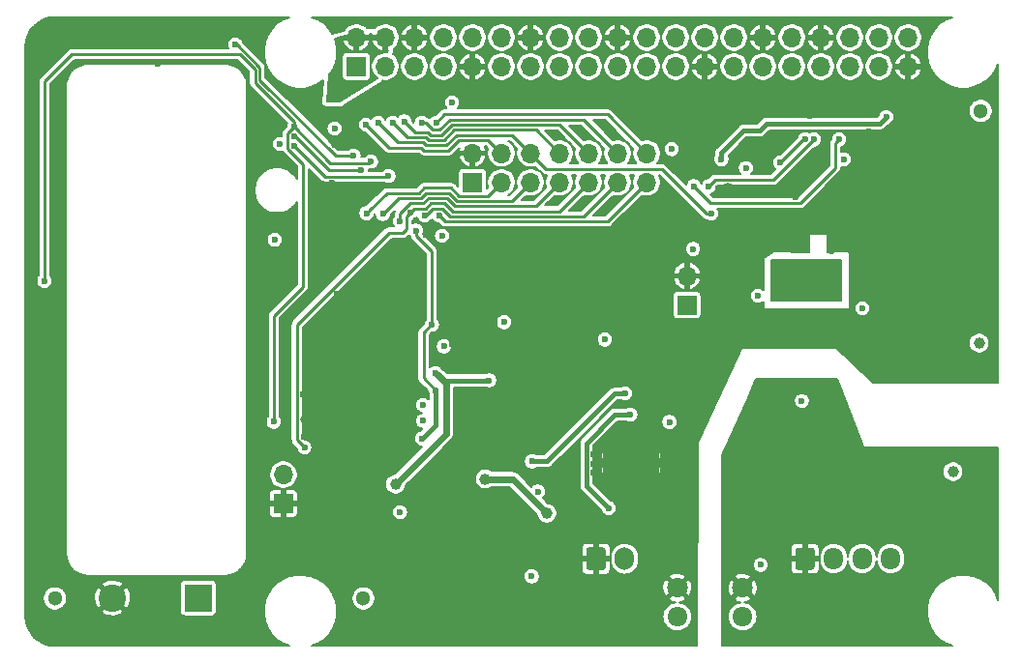
<source format=gbr>
%TF.GenerationSoftware,KiCad,Pcbnew,(5.1.9-0-10_14)*%
%TF.CreationDate,2021-02-08T19:19:02+02:00*%
%TF.ProjectId,SH-RPi,53482d52-5069-42e6-9b69-6361645f7063,revM*%
%TF.SameCoordinates,Original*%
%TF.FileFunction,Copper,L4,Bot*%
%TF.FilePolarity,Positive*%
%FSLAX46Y46*%
G04 Gerber Fmt 4.6, Leading zero omitted, Abs format (unit mm)*
G04 Created by KiCad (PCBNEW (5.1.9-0-10_14)) date 2021-02-08 19:19:02*
%MOMM*%
%LPD*%
G01*
G04 APERTURE LIST*
%TA.AperFunction,WasherPad*%
%ADD10C,1.300000*%
%TD*%
%TA.AperFunction,ComponentPad*%
%ADD11C,0.600000*%
%TD*%
%TA.AperFunction,SMDPad,CuDef*%
%ADD12R,4.900000X2.950000*%
%TD*%
%TA.AperFunction,ComponentPad*%
%ADD13O,1.700000X1.700000*%
%TD*%
%TA.AperFunction,ComponentPad*%
%ADD14R,1.700000X1.700000*%
%TD*%
%TA.AperFunction,ComponentPad*%
%ADD15C,1.800000*%
%TD*%
%TA.AperFunction,ComponentPad*%
%ADD16O,1.800000X1.700000*%
%TD*%
%TA.AperFunction,ComponentPad*%
%ADD17O,1.700000X1.950000*%
%TD*%
%TA.AperFunction,ComponentPad*%
%ADD18O,1.700000X2.000000*%
%TD*%
%TA.AperFunction,ComponentPad*%
%ADD19C,2.400000*%
%TD*%
%TA.AperFunction,ComponentPad*%
%ADD20R,2.400000X2.400000*%
%TD*%
%TA.AperFunction,ViaPad*%
%ADD21C,0.600000*%
%TD*%
%TA.AperFunction,ViaPad*%
%ADD22C,1.000000*%
%TD*%
%TA.AperFunction,Conductor*%
%ADD23C,0.250000*%
%TD*%
%TA.AperFunction,Conductor*%
%ADD24C,0.400000*%
%TD*%
%TA.AperFunction,Conductor*%
%ADD25C,0.600000*%
%TD*%
%TA.AperFunction,Conductor*%
%ADD26C,0.200000*%
%TD*%
%TA.AperFunction,Conductor*%
%ADD27C,0.150000*%
%TD*%
G04 APERTURE END LIST*
D10*
%TO.P,H904,*%
%TO.N,*%
X22000000Y-81700000D03*
%TD*%
%TO.P,H903,*%
%TO.N,*%
X103000000Y-39000000D03*
%TD*%
%TO.P,H902,*%
%TO.N,*%
X49000000Y-81700000D03*
%TD*%
D11*
%TO.P,U302,9*%
%TO.N,GND*%
X74350000Y-69200000D03*
X73050000Y-69200000D03*
X73050000Y-70500000D03*
X74350000Y-70500000D03*
X70450000Y-69200000D03*
X71750000Y-69200000D03*
X71750000Y-70500000D03*
X70450000Y-70500000D03*
D12*
X72400000Y-69850000D03*
%TD*%
D13*
%TO.P,J602,2*%
%TO.N,GND*%
X77300000Y-53460000D03*
D14*
%TO.P,J602,1*%
%TO.N,/Control MCU/PB0_CONN*%
X77300000Y-56000000D03*
%TD*%
D13*
%TO.P,J702,40*%
%TO.N,N/C*%
X96633000Y-32572400D03*
%TO.P,J702,39*%
%TO.N,GND*%
X96633000Y-35112400D03*
%TO.P,J702,38*%
%TO.N,N/C*%
X94093000Y-32572400D03*
%TO.P,J702,37*%
X94093000Y-35112400D03*
%TO.P,J702,36*%
X91553000Y-32572400D03*
%TO.P,J702,35*%
X91553000Y-35112400D03*
%TO.P,J702,34*%
%TO.N,GND*%
X89013000Y-32572400D03*
%TO.P,J702,33*%
%TO.N,/I/O/GPIO13*%
X89013000Y-35112400D03*
%TO.P,J702,32*%
%TO.N,/I/O/GPIO12*%
X86473000Y-32572400D03*
%TO.P,J702,31*%
%TO.N,/I/O/GPIO6*%
X86473000Y-35112400D03*
%TO.P,J702,30*%
%TO.N,GND*%
X83933000Y-32572400D03*
%TO.P,J702,29*%
%TO.N,/I/O/GPIO5*%
X83933000Y-35112400D03*
%TO.P,J702,28*%
%TO.N,N/C*%
X81393000Y-32572400D03*
%TO.P,J702,27*%
X81393000Y-35112400D03*
%TO.P,J702,26*%
X78853000Y-32572400D03*
%TO.P,J702,25*%
%TO.N,GND*%
X78853000Y-35112400D03*
%TO.P,J702,24*%
%TO.N,N/C*%
X76313000Y-32572400D03*
%TO.P,J702,23*%
%TO.N,/I/O/GPIO11*%
X76313000Y-35112400D03*
%TO.P,J702,22*%
%TO.N,N/C*%
X73773000Y-32572400D03*
%TO.P,J702,21*%
%TO.N,/I/O/GPIO9*%
X73773000Y-35112400D03*
%TO.P,J702,20*%
%TO.N,GND*%
X71233000Y-32572400D03*
%TO.P,J702,19*%
%TO.N,/I/O/GPIO10*%
X71233000Y-35112400D03*
%TO.P,J702,18*%
%TO.N,N/C*%
X68693000Y-32572400D03*
%TO.P,J702,17*%
%TO.N,+3V3*%
X68693000Y-35112400D03*
%TO.P,J702,16*%
%TO.N,N/C*%
X66153000Y-32572400D03*
%TO.P,J702,15*%
X66153000Y-35112400D03*
%TO.P,J702,14*%
%TO.N,GND*%
X63613000Y-32572400D03*
%TO.P,J702,13*%
%TO.N,N/C*%
X63613000Y-35112400D03*
%TO.P,J702,12*%
X61073000Y-32572400D03*
%TO.P,J702,11*%
X61073000Y-35112400D03*
%TO.P,J702,10*%
X58533000Y-32572400D03*
%TO.P,J702,9*%
%TO.N,GND*%
X58533000Y-35112400D03*
%TO.P,J702,8*%
%TO.N,N/C*%
X55993000Y-32572400D03*
%TO.P,J702,7*%
X55993000Y-35112400D03*
%TO.P,J702,6*%
%TO.N,GND*%
X53453000Y-32572400D03*
%TO.P,J702,5*%
%TO.N,N/C*%
X53453000Y-35112400D03*
%TO.P,J702,4*%
%TO.N,5V*%
X50913000Y-32572400D03*
%TO.P,J702,3*%
%TO.N,N/C*%
X50913000Y-35112400D03*
%TO.P,J702,2*%
%TO.N,5V*%
X48373000Y-32572400D03*
D14*
%TO.P,J702,1*%
%TO.N,+3V3*%
X48373000Y-35112400D03*
%TD*%
D15*
%TO.P,J802,1*%
%TO.N,/CANbus interface/CAN0_GND*%
X82169000Y-80772000D03*
D16*
%TO.P,J802,2*%
%TO.N,/CANbus interface/CAN0_12V*%
X82169000Y-83312000D03*
%TD*%
D15*
%TO.P,J502,1*%
%TO.N,GND*%
X76454000Y-80772000D03*
D16*
%TO.P,J502,2*%
%TO.N,/Protection/Vin*%
X76454000Y-83312000D03*
%TD*%
D17*
%TO.P,J801,4*%
%TO.N,/CANbus interface/CAN0_L*%
X95130000Y-78232000D03*
%TO.P,J801,3*%
%TO.N,/CANbus interface/CAN0_H*%
X92630000Y-78232000D03*
%TO.P,J801,2*%
%TO.N,/CANbus interface/CAN0_12V*%
X90130000Y-78232000D03*
%TO.P,J801,1*%
%TO.N,/CANbus interface/CAN0_GND*%
%TA.AperFunction,ComponentPad*%
G36*
G01*
X86780000Y-78957000D02*
X86780000Y-77507000D01*
G75*
G02*
X87030000Y-77257000I250000J0D01*
G01*
X88230000Y-77257000D01*
G75*
G02*
X88480000Y-77507000I0J-250000D01*
G01*
X88480000Y-78957000D01*
G75*
G02*
X88230000Y-79207000I-250000J0D01*
G01*
X87030000Y-79207000D01*
G75*
G02*
X86780000Y-78957000I0J250000D01*
G01*
G37*
%TD.AperFunction*%
%TD*%
D18*
%TO.P,J501,2*%
%TO.N,/Protection/Vin*%
X71842000Y-78232000D03*
%TO.P,J501,1*%
%TO.N,GND*%
%TA.AperFunction,ComponentPad*%
G36*
G01*
X68492000Y-78982000D02*
X68492000Y-77482000D01*
G75*
G02*
X68742000Y-77232000I250000J0D01*
G01*
X69942000Y-77232000D01*
G75*
G02*
X70192000Y-77482000I0J-250000D01*
G01*
X70192000Y-78982000D01*
G75*
G02*
X69942000Y-79232000I-250000J0D01*
G01*
X68742000Y-79232000D01*
G75*
G02*
X68492000Y-78982000I0J250000D01*
G01*
G37*
%TD.AperFunction*%
%TD*%
D19*
%TO.P,C309,2*%
%TO.N,GND*%
X27044000Y-81661000D03*
D20*
%TO.P,C309,1*%
%TO.N,/Vcap*%
X34544000Y-81661000D03*
%TD*%
D14*
%TO.P,J601,1*%
%TO.N,/ATT_Vcc*%
X58540000Y-45260000D03*
D13*
%TO.P,J601,14*%
%TO.N,GND*%
X58540000Y-42720000D03*
%TO.P,J601,2*%
%TO.N,/ATT_LED_VCAP*%
X61080000Y-45260000D03*
%TO.P,J601,13*%
%TO.N,/ATT_LED_VIN*%
X61080000Y-42720000D03*
%TO.P,J601,3*%
%TO.N,/EN5V*%
X63620000Y-45260000D03*
%TO.P,J601,12*%
%TO.N,/RTC_INT*%
X63620000Y-42720000D03*
%TO.P,J601,4*%
%TO.N,/Control MCU/VinS*%
X66160000Y-45260000D03*
%TO.P,J601,11*%
%TO.N,/ATT_LED_STATUS*%
X66160000Y-42720000D03*
%TO.P,J601,5*%
%TO.N,/Control MCU/VcapS*%
X68700000Y-45260000D03*
%TO.P,J601,10*%
%TO.N,/Control MCU/RESET*%
X68700000Y-42720000D03*
%TO.P,J601,6*%
%TO.N,/Control MCU/TXD*%
X71240000Y-45260000D03*
%TO.P,J601,9*%
%TO.N,/SCL*%
X71240000Y-42720000D03*
%TO.P,J601,7*%
%TO.N,/Control MCU/RXD*%
X73780000Y-45260000D03*
%TO.P,J601,8*%
%TO.N,/SDA*%
X73780000Y-42720000D03*
%TD*%
D14*
%TO.P,SW201,1*%
%TO.N,GND*%
X42000000Y-73400000D03*
D13*
%TO.P,SW201,2*%
%TO.N,/Boost converter/ENIN*%
X42000000Y-70860000D03*
%TD*%
D21*
%TO.N,GND*%
X96250000Y-45150000D03*
X101050000Y-47225000D03*
X95875000Y-47200000D03*
X98250000Y-47300000D03*
X98725000Y-51800000D03*
X96250000Y-43150000D03*
X99575000Y-42875000D03*
X102450000Y-48300000D03*
X101900000Y-44675000D03*
X94000000Y-45475000D03*
X95555500Y-50962000D03*
D22*
X47100000Y-60350000D03*
D21*
X52312000Y-38008000D03*
X41412002Y-52686000D03*
X72650000Y-59024000D03*
X77174000Y-68504000D03*
X63860000Y-57505000D03*
X66800000Y-72684000D03*
X54471000Y-49819000D03*
X54979000Y-39024000D03*
X48248000Y-40040000D03*
X88635800Y-43242000D03*
X76124500Y-39913000D03*
X49550000Y-31100000D03*
X54800000Y-31100000D03*
X59800000Y-31100000D03*
X65050000Y-31100000D03*
X69800000Y-31100000D03*
X75050000Y-31100000D03*
X79800000Y-31100000D03*
X85550000Y-31100000D03*
X90550000Y-31100000D03*
X95300000Y-31100000D03*
X98800000Y-31100000D03*
X103800000Y-37100000D03*
X104128000Y-42100000D03*
X103800000Y-47100000D03*
X104050000Y-52100000D03*
X103800000Y-57100000D03*
X103800000Y-61100000D03*
X84251800Y-59055000D03*
X78550000Y-65100000D03*
X77800000Y-67350000D03*
X77600000Y-78400000D03*
X77216000Y-85598000D03*
X73050000Y-85100000D03*
X69050000Y-85100000D03*
X54400000Y-85100000D03*
X49900000Y-85100000D03*
X47200000Y-85100000D03*
X46300000Y-80100000D03*
X46300000Y-31350000D03*
X98550000Y-36100000D03*
D22*
X46550000Y-41850000D03*
D21*
X100600000Y-59500000D03*
X46216000Y-45310500D03*
X53582000Y-48612500D03*
X48150000Y-38550000D03*
X65774000Y-41056000D03*
X67806000Y-40611500D03*
X70028500Y-40167000D03*
X69774500Y-38516000D03*
X67488500Y-38516000D03*
X65202500Y-38389000D03*
X60630500Y-38389000D03*
X65710500Y-46961500D03*
X67742500Y-47406000D03*
X69965000Y-47787000D03*
X71489000Y-48612500D03*
X78918500Y-40103500D03*
X83427000Y-39786000D03*
X85713000Y-39214500D03*
X88062500Y-39468500D03*
X82347500Y-41818000D03*
X79744000Y-41818000D03*
X85713000Y-40929000D03*
X74854500Y-37500000D03*
X76759500Y-36801500D03*
X79680500Y-37944500D03*
X82855500Y-37500000D03*
X80400000Y-47800000D03*
X56439500Y-44104000D03*
X82614200Y-49082400D03*
X83922300Y-57019900D03*
X90272300Y-55114900D03*
X94793500Y-37627000D03*
X90437400Y-50619100D03*
X91450000Y-59750000D03*
X92444000Y-50200000D03*
X89650000Y-48295000D03*
X85713000Y-48295000D03*
X94031500Y-49184000D03*
X86792500Y-46517000D03*
X84760500Y-46263000D03*
X90348500Y-46453500D03*
X81141000Y-39976500D03*
X94041490Y-60614000D03*
X95492000Y-60169500D03*
X97651000Y-60741000D03*
X94920500Y-62265000D03*
X98476500Y-62392000D03*
X92400000Y-52650000D03*
X92761500Y-44294500D03*
X95428500Y-41691000D03*
X93264500Y-38751000D03*
X93264500Y-40783000D03*
X45550000Y-64400000D03*
X46216000Y-48218800D03*
X83519000Y-52710998D03*
X20352000Y-37251988D03*
X20352005Y-49824995D03*
X20393000Y-61468000D03*
X20393000Y-73660000D03*
D22*
X44000000Y-66050000D03*
D21*
X38608000Y-83312000D03*
X39878000Y-85090000D03*
X36068000Y-85090000D03*
X32512000Y-85090000D03*
X28956000Y-85090000D03*
X25654000Y-85090000D03*
X22352000Y-85090000D03*
X19812000Y-82804000D03*
X19812000Y-79502000D03*
X19812000Y-33782000D03*
X22860000Y-31242000D03*
X26924000Y-31242000D03*
X30734000Y-31242000D03*
X35052000Y-31242000D03*
X38862000Y-31242000D03*
X39116000Y-73406000D03*
X19812000Y-67183000D03*
X19812000Y-56642000D03*
X19812000Y-46736000D03*
X19812000Y-42926000D03*
X24257000Y-34830000D03*
X30988000Y-34830000D03*
X37084000Y-34703000D03*
X39116000Y-39370000D03*
X39116000Y-53467000D03*
X39116000Y-59309000D03*
X39116000Y-64389000D03*
X39116000Y-68834000D03*
X39116000Y-76200000D03*
X32004000Y-80137000D03*
X24638000Y-80010000D03*
X22733000Y-75819000D03*
X22733000Y-69723000D03*
X22733000Y-62865000D03*
X22733000Y-55499000D03*
X22733000Y-46228000D03*
X22733000Y-39243000D03*
D22*
X80871456Y-45795989D03*
D21*
X75100000Y-51100000D03*
X83000000Y-58200000D03*
X78900000Y-52000000D03*
X77900000Y-47900000D03*
X76300000Y-48900000D03*
X78700000Y-57600000D03*
X75400000Y-45600000D03*
X42400000Y-68550000D03*
X87700000Y-53900000D03*
X89900000Y-52300000D03*
X39100000Y-37200000D03*
X87200000Y-36600000D03*
X88500000Y-36600000D03*
X85100000Y-55234996D03*
X62700000Y-85100000D03*
X56900000Y-85100000D03*
X40500000Y-65150000D03*
X52200000Y-75100000D03*
X59950000Y-85100000D03*
X45350000Y-69950000D03*
X67750000Y-58200000D03*
X75350000Y-63350000D03*
X66325000Y-79750000D03*
X65375000Y-85275000D03*
X57200000Y-84050000D03*
X55800000Y-85125000D03*
X69125000Y-70700000D03*
X69125000Y-69900000D03*
X69125000Y-69050000D03*
X57200000Y-83150000D03*
X57200000Y-82175000D03*
X54800000Y-80100000D03*
X64125000Y-71425000D03*
X66175000Y-69725000D03*
X56775000Y-59450000D03*
X55525000Y-69675000D03*
X44000000Y-62225000D03*
X44000000Y-61450000D03*
X43720000Y-63840000D03*
X42025000Y-61825000D03*
X42150000Y-59675000D03*
X42000000Y-57200000D03*
X41450000Y-53800000D03*
X45625000Y-51575000D03*
X46525000Y-52150000D03*
X46525000Y-52925000D03*
X46650000Y-55825000D03*
X46650000Y-56700000D03*
X46650000Y-57575000D03*
X46650000Y-58475000D03*
X46650000Y-59350000D03*
X56425000Y-54500000D03*
X56525000Y-56525000D03*
X53675000Y-63375000D03*
X62775000Y-80350000D03*
X65700000Y-76750000D03*
X71800000Y-80925000D03*
X64125000Y-82575000D03*
X66250000Y-71700000D03*
X75725000Y-70725000D03*
X75725000Y-69900000D03*
X75725000Y-69050000D03*
X71600000Y-60225000D03*
X65950000Y-59275000D03*
X64425000Y-59275000D03*
X64400000Y-62800000D03*
X65925000Y-62800000D03*
X66025000Y-61300000D03*
X64550000Y-61300000D03*
X64550000Y-61300000D03*
X59875000Y-58500000D03*
X58975000Y-59125000D03*
X55075000Y-58725000D03*
X55050000Y-60450000D03*
X59000000Y-57000000D03*
X81575000Y-59500000D03*
X52075000Y-43400000D03*
X52250000Y-44775000D03*
X74275000Y-78975000D03*
X69200000Y-58975000D03*
X37000000Y-83300000D03*
X56725000Y-49350000D03*
X59150000Y-49675000D03*
X64925000Y-49725000D03*
X73375000Y-49700000D03*
X84025000Y-47725000D03*
X75000000Y-41425000D03*
X51300000Y-39000000D03*
X50575000Y-43650000D03*
X49650000Y-49725000D03*
X48350000Y-48525000D03*
X52900000Y-50725000D03*
X51575000Y-50750000D03*
X49625000Y-52650000D03*
X48225000Y-51350000D03*
X54050000Y-52650000D03*
X44175000Y-37275000D03*
X40650000Y-35925000D03*
X41125000Y-31125000D03*
X73400000Y-38675000D03*
X76725000Y-38500000D03*
X92475000Y-48125000D03*
X95850000Y-52675000D03*
X93925000Y-51900000D03*
X95600000Y-57200000D03*
X101400000Y-56150000D03*
X79900000Y-53300000D03*
X57350000Y-51375000D03*
X81025000Y-54925000D03*
X82675000Y-53525000D03*
X53025000Y-81425000D03*
X52875000Y-69100000D03*
X43360000Y-37730000D03*
X42410000Y-37730000D03*
X58560000Y-63600000D03*
X68050000Y-64000000D03*
X75600000Y-76550000D03*
X77600000Y-74800000D03*
X77550000Y-71600000D03*
X70800000Y-76600000D03*
X45550000Y-66850000D03*
X44700000Y-66850000D03*
X58850000Y-79850000D03*
X60150000Y-81000000D03*
X62400000Y-77400000D03*
X62400000Y-75550000D03*
X62400000Y-73400000D03*
X66250000Y-73750000D03*
X69300000Y-73950000D03*
X60750000Y-72600000D03*
X61800000Y-72600000D03*
X56250000Y-72050000D03*
X57850000Y-69650000D03*
X72950000Y-75200000D03*
X68700000Y-73450000D03*
X67850000Y-73450000D03*
X68450000Y-79900000D03*
X51500000Y-76950000D03*
X51500000Y-76200000D03*
X62350000Y-74500000D03*
X66250000Y-78650000D03*
X55600000Y-80650000D03*
X51950000Y-84350000D03*
X52900000Y-84350000D03*
X51000000Y-83250000D03*
X52450000Y-82250000D03*
X66200000Y-70750000D03*
X61550000Y-63850000D03*
X71050000Y-62050000D03*
X76250000Y-74250000D03*
X76550000Y-72000000D03*
X46650000Y-55050000D03*
X45450000Y-54250000D03*
X83400000Y-46050000D03*
X75450000Y-67350000D03*
X43752010Y-67550000D03*
X40150000Y-40900000D03*
X39100000Y-43200000D03*
X42900000Y-47900000D03*
X42750000Y-49100000D03*
X39100000Y-47700000D03*
X41100000Y-43450000D03*
X41300000Y-48350000D03*
X42750000Y-43900000D03*
X39750000Y-44250000D03*
D22*
X92950000Y-60700000D03*
D21*
X102200000Y-51700000D03*
X90950000Y-56950000D03*
X101100000Y-52550000D03*
%TO.N,/Vcap*%
X54200000Y-64750000D03*
X54200000Y-66150000D03*
%TO.N,/ATT_Vcc*%
X77839000Y-51089000D03*
%TO.N,/EN5V*%
X50706246Y-48030857D03*
X49657000Y-43434000D03*
X21086500Y-53886500D03*
X41150000Y-66225000D03*
X42950000Y-40400000D03*
%TO.N,/SCL*%
X54090000Y-40040000D03*
X77900000Y-45600000D03*
X90600000Y-41500000D03*
%TO.N,/SDA*%
X88400000Y-41500000D03*
X79200000Y-45600000D03*
X55360000Y-40040000D03*
%TO.N,/RTC/VBAT*%
X94730000Y-39532000D03*
X80315500Y-43215000D03*
D22*
%TO.N,5V*%
X46724000Y-37754000D03*
D21*
%TO.N,/CS0*%
X85459000Y-43532500D03*
X87618000Y-41500500D03*
%TO.N,REG3.3V*%
X55300000Y-61950000D03*
X60000000Y-62600000D03*
D22*
X51800000Y-71700000D03*
D21*
%TO.N,/Buck converter/BS*%
X72350000Y-65600000D03*
X70449998Y-73800000D03*
%TO.N,/Buck converter/Vout*%
X63750000Y-69700000D03*
X71900000Y-63750000D03*
D22*
%TO.N,/Vin_prot*%
X65050000Y-74250000D03*
X59650000Y-71250000D03*
D21*
%TO.N,/CANbus interface/CAN0_GND*%
X83975000Y-63200000D03*
D22*
X94984000Y-69758000D03*
D21*
X89470000Y-64480000D03*
X84390000Y-65369000D03*
X81026000Y-78486000D03*
X103800000Y-69350000D03*
X100300000Y-69350000D03*
X89940000Y-65880000D03*
X81300000Y-68600000D03*
X92686000Y-71160000D03*
X81026000Y-82042000D03*
X81050000Y-85600000D03*
X84050000Y-85600000D03*
X88300000Y-85600000D03*
X92550000Y-85600000D03*
X96800000Y-85600000D03*
X98800000Y-85600000D03*
X98550000Y-80100000D03*
X104050000Y-79850000D03*
X104050000Y-75100000D03*
X104050000Y-72100000D03*
D22*
X82436000Y-69910000D03*
X83686000Y-69910000D03*
X82436000Y-73910000D03*
X83686000Y-73910000D03*
X90300000Y-67600000D03*
D21*
X86181500Y-74450500D03*
X85332000Y-66519500D03*
X93777500Y-75409500D03*
X97651000Y-76425500D03*
X97206500Y-72933000D03*
X97714500Y-69567500D03*
D22*
X99600004Y-71800000D03*
D21*
X88950000Y-73675000D03*
X91525000Y-76675000D03*
X86625000Y-81425000D03*
X90850000Y-82525000D03*
X98350000Y-74500000D03*
X95325000Y-71700000D03*
X102525000Y-72200000D03*
X91700000Y-79475000D03*
X91230000Y-66010000D03*
X90490000Y-63180000D03*
X81900000Y-74949998D03*
X88250002Y-69099998D03*
D22*
%TO.N,/CANbus interface/CAN_5V*%
X100572000Y-70600000D03*
D21*
X87350000Y-64410000D03*
X83743800Y-78765400D03*
%TO.N,/Control MCU/RESET*%
X52566000Y-39913186D03*
%TO.N,/Control MCU/VcapS*%
X53074000Y-47914000D03*
X43836000Y-68486000D03*
D22*
%TO.N,+3V3*%
X102858000Y-59344000D03*
D21*
X70110000Y-59024000D03*
X56757000Y-38262000D03*
X46470000Y-40548000D03*
X55868000Y-49946000D03*
X82464510Y-44004811D03*
X91005990Y-43242000D03*
X83500000Y-55200000D03*
X75963303Y-42339874D03*
X41234636Y-50297441D03*
X52200000Y-74150000D03*
X63725000Y-79775000D03*
X61300000Y-57500000D03*
X56050000Y-59625000D03*
X75775000Y-66250000D03*
X64250000Y-72350000D03*
X41699998Y-41900000D03*
X92650000Y-56300000D03*
%TO.N,/Control MCU/VinS*%
X53582000Y-49476013D03*
X52197000Y-48676000D03*
X54150000Y-67700000D03*
X55300000Y-63450000D03*
X55000000Y-57725008D03*
%TO.N,/RTC_INT*%
X50280000Y-40040000D03*
X79400000Y-48000000D03*
%TO.N,/ATT_LED_VCAP*%
X49264000Y-47968998D03*
X48768000Y-44196000D03*
X42950004Y-41250000D03*
%TO.N,/ATT_LED_VIN*%
X49211016Y-40208978D03*
X48133000Y-42926000D03*
X37800002Y-33200000D03*
%TO.N,/ATT_LED_STATUS*%
X51550000Y-40040000D03*
X51181000Y-44704000D03*
X42950000Y-42050002D03*
%TO.N,/Control MCU/TXD*%
X54344000Y-48168000D03*
%TO.N,/Control MCU/RXD*%
X55614000Y-48168000D03*
%TD*%
D23*
%TO.N,/EN5V*%
X52094127Y-46642976D02*
X50706246Y-48030857D01*
X61994988Y-46885012D02*
X57165249Y-46885012D01*
X63620000Y-45260000D02*
X61994988Y-46885012D01*
X54050787Y-46642976D02*
X52094127Y-46642976D01*
X54500798Y-46192965D02*
X54050787Y-46642976D01*
X57165249Y-46885012D02*
X56473202Y-46192965D01*
X56473202Y-46192965D02*
X54500798Y-46192965D01*
X49541001Y-43549999D02*
X46099999Y-43549999D01*
X39522989Y-35344030D02*
X39522989Y-36548725D01*
X23499999Y-34000001D02*
X38178960Y-34000001D01*
X21086500Y-36413500D02*
X23499999Y-34000001D01*
X49657000Y-43434000D02*
X49541001Y-43549999D01*
X39522989Y-36548725D02*
X42950000Y-39975736D01*
X38178960Y-34000001D02*
X39522989Y-35344030D01*
X42950000Y-39975736D02*
X42950000Y-40400000D01*
X21086500Y-53886500D02*
X21086500Y-36413500D01*
X46099999Y-43549999D02*
X42950000Y-40400000D01*
X43700000Y-54400000D02*
X43700000Y-43650000D01*
X41150000Y-56950000D02*
X43700000Y-54400000D01*
X41150000Y-66225000D02*
X41150000Y-56950000D01*
X43700000Y-43650000D02*
X42352001Y-42302001D01*
X42352001Y-42302001D02*
X42352001Y-40997999D01*
X42352001Y-40997999D02*
X42950000Y-40400000D01*
%TO.N,/SCL*%
X54434996Y-40040000D02*
X54090000Y-40040000D01*
X56580047Y-39744957D02*
X55660002Y-40665002D01*
X55660002Y-40665002D02*
X55059998Y-40665002D01*
X71240000Y-42720000D02*
X68264957Y-39744957D01*
X55059998Y-40665002D02*
X54434996Y-40040000D01*
X68264957Y-39744957D02*
X56580047Y-39744957D01*
X90300001Y-43999999D02*
X90300001Y-41799999D01*
X79369001Y-47069001D02*
X87230999Y-47069001D01*
X87230999Y-47069001D02*
X90300001Y-43999999D01*
X77900000Y-45600000D02*
X79369001Y-47069001D01*
X90300001Y-41799999D02*
X90600000Y-41500000D01*
%TO.N,/SDA*%
X79756012Y-45043988D02*
X79200000Y-45600000D01*
X84856012Y-45043988D02*
X79756012Y-45043988D01*
X88400000Y-41500000D02*
X84856012Y-45043988D01*
X73780000Y-42720000D02*
X70354945Y-39294946D01*
X56105054Y-39294946D02*
X55360000Y-40040000D01*
X70354945Y-39294946D02*
X56105054Y-39294946D01*
D24*
%TO.N,/RTC/VBAT*%
X94158500Y-40103500D02*
X94730000Y-39532000D01*
X83653502Y-40738500D02*
X84288502Y-40103500D01*
X82220500Y-40738500D02*
X83653502Y-40738500D01*
X84288502Y-40103500D02*
X94158500Y-40103500D01*
X80315500Y-42643500D02*
X82220500Y-40738500D01*
X80315500Y-43215000D02*
X80315500Y-42643500D01*
D23*
%TO.N,/CS0*%
X87491000Y-41500500D02*
X87618000Y-41500500D01*
X85459000Y-43532500D02*
X87491000Y-41500500D01*
D24*
%TO.N,REG3.3V*%
X55950000Y-62600000D02*
X60000000Y-62600000D01*
X55300000Y-61950000D02*
X55950000Y-62600000D01*
D25*
X51800000Y-71700000D02*
X56200000Y-67300000D01*
X56200000Y-62850000D02*
X55300000Y-61950000D01*
X56200000Y-67300000D02*
X56200000Y-62850000D01*
D24*
%TO.N,/Buck converter/BS*%
X71000000Y-65600000D02*
X68497999Y-68102001D01*
X68497999Y-68102001D02*
X68497999Y-71848001D01*
X72350000Y-65600000D02*
X71000000Y-65600000D01*
X68497999Y-71848001D02*
X70449998Y-73800000D01*
%TO.N,/Buck converter/Vout*%
X71000000Y-63750000D02*
X71900000Y-63750000D01*
X65050000Y-69700000D02*
X71000000Y-63750000D01*
X63750000Y-69700000D02*
X65050000Y-69700000D01*
D25*
%TO.N,/Vin_prot*%
X62050000Y-71250000D02*
X59650000Y-71250000D01*
X65050000Y-74250000D02*
X62050000Y-71250000D01*
D23*
%TO.N,/Control MCU/RESET*%
X66174968Y-40194968D02*
X56766447Y-40194968D01*
X54873598Y-41115013D02*
X54619598Y-40861013D01*
X56766447Y-40194968D02*
X55846402Y-41115013D01*
X68700000Y-42720000D02*
X66174968Y-40194968D01*
X55846402Y-41115013D02*
X54873598Y-41115013D01*
X53513827Y-40861013D02*
X52566000Y-39913186D01*
X54619598Y-40861013D02*
X53513827Y-40861013D01*
%TO.N,/Control MCU/VcapS*%
X66174966Y-47785034D02*
X56792449Y-47785034D01*
X56792449Y-47785034D02*
X56100402Y-47092987D01*
X54873598Y-47092987D02*
X54423587Y-47542998D01*
X56100402Y-47092987D02*
X54873598Y-47092987D01*
X68700000Y-45260000D02*
X66174966Y-47785034D01*
X53445002Y-47542998D02*
X53074000Y-47914000D01*
X54423587Y-47542998D02*
X53445002Y-47542998D01*
X52458000Y-49650000D02*
X52774001Y-49333999D01*
X51250000Y-49650000D02*
X52458000Y-49650000D01*
X43167999Y-67817999D02*
X43167999Y-57732001D01*
X52774001Y-48213999D02*
X53074000Y-47914000D01*
X43836000Y-68486000D02*
X43167999Y-67817999D01*
X52774001Y-49333999D02*
X52774001Y-48213999D01*
X43167999Y-57732001D02*
X51250000Y-49650000D01*
%TO.N,/Control MCU/VinS*%
X53582000Y-49900277D02*
X54989723Y-51308000D01*
X54989723Y-51308000D02*
X54991000Y-51308000D01*
X53582000Y-49476013D02*
X53582000Y-49900277D01*
X53112741Y-47092987D02*
X52197000Y-48008728D01*
X64084977Y-47335023D02*
X56978849Y-47335023D01*
X66160000Y-45260000D02*
X64084977Y-47335023D01*
X52197000Y-48008728D02*
X52197000Y-48676000D01*
X56978849Y-47335023D02*
X56286802Y-46642976D01*
X54237187Y-47092987D02*
X53112741Y-47092987D01*
X54687198Y-46642976D02*
X54237187Y-47092987D01*
X56286802Y-46642976D02*
X54687198Y-46642976D01*
D24*
X55300000Y-66550000D02*
X55300000Y-63450000D01*
X54150000Y-67700000D02*
X55300000Y-66550000D01*
D23*
X54250000Y-62400000D02*
X55300000Y-63450000D01*
X54250000Y-58425000D02*
X54250000Y-62400000D01*
X54989723Y-57685277D02*
X54250000Y-58425000D01*
X54989723Y-51308000D02*
X54989723Y-57685277D01*
%TO.N,/RTC_INT*%
X52001035Y-41761035D02*
X50280000Y-40040000D01*
X54246798Y-41761035D02*
X52001035Y-41761035D01*
X57139247Y-41094990D02*
X56219202Y-42015035D01*
X61994990Y-41094990D02*
X57139247Y-41094990D01*
X54500798Y-42015035D02*
X54246798Y-41761035D01*
X63620000Y-42720000D02*
X61994990Y-41094990D01*
X56219202Y-42015035D02*
X54500798Y-42015035D01*
X75100000Y-44100000D02*
X79000000Y-48000000D01*
X65000000Y-44100000D02*
X75100000Y-44100000D01*
X79000000Y-48000000D02*
X79400000Y-48000000D01*
X63620000Y-42720000D02*
X65000000Y-44100000D01*
%TO.N,/ATT_LED_VCAP*%
X54314398Y-45742954D02*
X53864387Y-46192965D01*
X53864387Y-46192965D02*
X51040033Y-46192965D01*
X57351649Y-46435001D02*
X56659602Y-45742954D01*
X61080000Y-45260000D02*
X59904999Y-46435001D01*
X59904999Y-46435001D02*
X57351649Y-46435001D01*
X56659602Y-45742954D02*
X54314398Y-45742954D01*
X49563999Y-47668999D02*
X49264000Y-47968998D01*
X51040033Y-46192965D02*
X49563999Y-47668999D01*
X43016964Y-41250000D02*
X42950004Y-41250000D01*
X48768000Y-44196000D02*
X45962964Y-44196000D01*
X45962964Y-44196000D02*
X43016964Y-41250000D01*
%TO.N,/ATT_LED_VIN*%
X61080000Y-42720000D02*
X59904999Y-41544999D01*
X59904999Y-41544999D02*
X57325649Y-41544999D01*
X57325649Y-41544999D02*
X56405602Y-42465046D01*
X56405602Y-42465046D02*
X54314398Y-42465046D01*
X51213084Y-42211046D02*
X49511015Y-40508977D01*
X49511015Y-40508977D02*
X49211016Y-40208978D01*
X54314398Y-42465046D02*
X54060398Y-42211046D01*
X54060398Y-42211046D02*
X51213084Y-42211046D01*
X37912133Y-33200000D02*
X37800002Y-33200000D01*
X39900000Y-35187867D02*
X37912133Y-33200000D01*
X39900000Y-36266826D02*
X39900000Y-35187867D01*
X46559174Y-42926000D02*
X39900000Y-36266826D01*
X48133000Y-42926000D02*
X46559174Y-42926000D01*
%TO.N,/ATT_LED_STATUS*%
X66160000Y-42720000D02*
X64084979Y-40644979D01*
X64084979Y-40644979D02*
X56952847Y-40644979D01*
X56032802Y-41565024D02*
X54687198Y-41565024D01*
X54687198Y-41565024D02*
X54433198Y-41311024D01*
X52821024Y-41311024D02*
X51550000Y-40040000D01*
X56952847Y-40644979D02*
X56032802Y-41565024D01*
X54433198Y-41311024D02*
X52821024Y-41311024D01*
X51181000Y-44704000D02*
X51135000Y-44750000D01*
X45649998Y-44750000D02*
X42950000Y-42050002D01*
X51135000Y-44750000D02*
X45649998Y-44750000D01*
%TO.N,/Control MCU/TXD*%
X56606049Y-48235045D02*
X55914002Y-47542998D01*
X55059998Y-47542998D02*
X54434996Y-48168000D01*
X55914002Y-47542998D02*
X55059998Y-47542998D01*
X71240000Y-45260000D02*
X68264955Y-48235045D01*
X54434996Y-48168000D02*
X54344000Y-48168000D01*
X68264955Y-48235045D02*
X56606049Y-48235045D01*
%TO.N,/Control MCU/RXD*%
X73780000Y-45260000D02*
X70354944Y-48685056D01*
X56131056Y-48685056D02*
X55614000Y-48168000D01*
X70354944Y-48685056D02*
X56131056Y-48685056D01*
%TD*%
D26*
%TO.N,GND*%
X41975232Y-30993397D02*
X41451119Y-31343598D01*
X41005398Y-31789319D01*
X40655197Y-32313432D01*
X40413975Y-32895795D01*
X40291000Y-33514028D01*
X40291000Y-34144372D01*
X40413975Y-34762605D01*
X40655197Y-35344968D01*
X41005398Y-35869081D01*
X41451119Y-36314802D01*
X41975232Y-36665003D01*
X42557595Y-36906225D01*
X43175828Y-37029200D01*
X43806172Y-37029200D01*
X44424405Y-36906225D01*
X45006768Y-36665003D01*
X45480296Y-36348602D01*
X45309643Y-38225786D01*
X45315686Y-38340036D01*
X45338448Y-38415073D01*
X45375412Y-38484228D01*
X45425157Y-38544843D01*
X45485772Y-38594588D01*
X45554927Y-38631552D01*
X45629964Y-38654314D01*
X45708000Y-38662000D01*
X46978000Y-38662000D01*
X47041315Y-38656957D01*
X47117151Y-38637016D01*
X47187639Y-38602663D01*
X50489639Y-36570663D01*
X50566270Y-36509373D01*
X50615273Y-36448157D01*
X50651391Y-36378556D01*
X50667584Y-36338073D01*
X50789886Y-36362400D01*
X51036114Y-36362400D01*
X51277611Y-36314363D01*
X51505097Y-36220135D01*
X51709828Y-36083338D01*
X51883938Y-35909228D01*
X52020735Y-35704497D01*
X52114963Y-35477011D01*
X52163000Y-35235514D01*
X52163000Y-34989286D01*
X52203000Y-34989286D01*
X52203000Y-35235514D01*
X52251037Y-35477011D01*
X52345265Y-35704497D01*
X52482062Y-35909228D01*
X52656172Y-36083338D01*
X52860903Y-36220135D01*
X53088389Y-36314363D01*
X53329886Y-36362400D01*
X53576114Y-36362400D01*
X53817611Y-36314363D01*
X54045097Y-36220135D01*
X54249828Y-36083338D01*
X54423938Y-35909228D01*
X54560735Y-35704497D01*
X54654963Y-35477011D01*
X54703000Y-35235514D01*
X54703000Y-34989286D01*
X54743000Y-34989286D01*
X54743000Y-35235514D01*
X54791037Y-35477011D01*
X54885265Y-35704497D01*
X55022062Y-35909228D01*
X55196172Y-36083338D01*
X55400903Y-36220135D01*
X55628389Y-36314363D01*
X55869886Y-36362400D01*
X56116114Y-36362400D01*
X56357611Y-36314363D01*
X56585097Y-36220135D01*
X56789828Y-36083338D01*
X56963938Y-35909228D01*
X57100735Y-35704497D01*
X57194963Y-35477011D01*
X57199404Y-35454684D01*
X57330770Y-35454684D01*
X57420647Y-35682651D01*
X57553271Y-35888703D01*
X57723545Y-36064922D01*
X57924926Y-36204536D01*
X58149675Y-36302180D01*
X58190717Y-36314623D01*
X58383000Y-36252575D01*
X58383000Y-35262400D01*
X58683000Y-35262400D01*
X58683000Y-36252575D01*
X58875283Y-36314623D01*
X58916325Y-36302180D01*
X59141074Y-36204536D01*
X59342455Y-36064922D01*
X59512729Y-35888703D01*
X59645353Y-35682651D01*
X59735230Y-35454684D01*
X59673974Y-35262400D01*
X58683000Y-35262400D01*
X58383000Y-35262400D01*
X57392026Y-35262400D01*
X57330770Y-35454684D01*
X57199404Y-35454684D01*
X57243000Y-35235514D01*
X57243000Y-34989286D01*
X59823000Y-34989286D01*
X59823000Y-35235514D01*
X59871037Y-35477011D01*
X59965265Y-35704497D01*
X60102062Y-35909228D01*
X60276172Y-36083338D01*
X60480903Y-36220135D01*
X60708389Y-36314363D01*
X60949886Y-36362400D01*
X61196114Y-36362400D01*
X61437611Y-36314363D01*
X61665097Y-36220135D01*
X61869828Y-36083338D01*
X62043938Y-35909228D01*
X62180735Y-35704497D01*
X62274963Y-35477011D01*
X62323000Y-35235514D01*
X62323000Y-34989286D01*
X62363000Y-34989286D01*
X62363000Y-35235514D01*
X62411037Y-35477011D01*
X62505265Y-35704497D01*
X62642062Y-35909228D01*
X62816172Y-36083338D01*
X63020903Y-36220135D01*
X63248389Y-36314363D01*
X63489886Y-36362400D01*
X63736114Y-36362400D01*
X63977611Y-36314363D01*
X64205097Y-36220135D01*
X64409828Y-36083338D01*
X64583938Y-35909228D01*
X64720735Y-35704497D01*
X64814963Y-35477011D01*
X64863000Y-35235514D01*
X64863000Y-34989286D01*
X64903000Y-34989286D01*
X64903000Y-35235514D01*
X64951037Y-35477011D01*
X65045265Y-35704497D01*
X65182062Y-35909228D01*
X65356172Y-36083338D01*
X65560903Y-36220135D01*
X65788389Y-36314363D01*
X66029886Y-36362400D01*
X66276114Y-36362400D01*
X66517611Y-36314363D01*
X66745097Y-36220135D01*
X66949828Y-36083338D01*
X67123938Y-35909228D01*
X67260735Y-35704497D01*
X67354963Y-35477011D01*
X67403000Y-35235514D01*
X67403000Y-34989286D01*
X67443000Y-34989286D01*
X67443000Y-35235514D01*
X67491037Y-35477011D01*
X67585265Y-35704497D01*
X67722062Y-35909228D01*
X67896172Y-36083338D01*
X68100903Y-36220135D01*
X68328389Y-36314363D01*
X68569886Y-36362400D01*
X68816114Y-36362400D01*
X69057611Y-36314363D01*
X69285097Y-36220135D01*
X69489828Y-36083338D01*
X69663938Y-35909228D01*
X69800735Y-35704497D01*
X69894963Y-35477011D01*
X69943000Y-35235514D01*
X69943000Y-34989286D01*
X69983000Y-34989286D01*
X69983000Y-35235514D01*
X70031037Y-35477011D01*
X70125265Y-35704497D01*
X70262062Y-35909228D01*
X70436172Y-36083338D01*
X70640903Y-36220135D01*
X70868389Y-36314363D01*
X71109886Y-36362400D01*
X71356114Y-36362400D01*
X71597611Y-36314363D01*
X71825097Y-36220135D01*
X72029828Y-36083338D01*
X72203938Y-35909228D01*
X72340735Y-35704497D01*
X72434963Y-35477011D01*
X72483000Y-35235514D01*
X72483000Y-34989286D01*
X72523000Y-34989286D01*
X72523000Y-35235514D01*
X72571037Y-35477011D01*
X72665265Y-35704497D01*
X72802062Y-35909228D01*
X72976172Y-36083338D01*
X73180903Y-36220135D01*
X73408389Y-36314363D01*
X73649886Y-36362400D01*
X73896114Y-36362400D01*
X74137611Y-36314363D01*
X74365097Y-36220135D01*
X74569828Y-36083338D01*
X74743938Y-35909228D01*
X74880735Y-35704497D01*
X74974963Y-35477011D01*
X75023000Y-35235514D01*
X75023000Y-34989286D01*
X75063000Y-34989286D01*
X75063000Y-35235514D01*
X75111037Y-35477011D01*
X75205265Y-35704497D01*
X75342062Y-35909228D01*
X75516172Y-36083338D01*
X75720903Y-36220135D01*
X75948389Y-36314363D01*
X76189886Y-36362400D01*
X76436114Y-36362400D01*
X76677611Y-36314363D01*
X76905097Y-36220135D01*
X77109828Y-36083338D01*
X77283938Y-35909228D01*
X77420735Y-35704497D01*
X77514963Y-35477011D01*
X77519404Y-35454684D01*
X77650770Y-35454684D01*
X77740647Y-35682651D01*
X77873271Y-35888703D01*
X78043545Y-36064922D01*
X78244926Y-36204536D01*
X78469675Y-36302180D01*
X78510717Y-36314623D01*
X78703000Y-36252575D01*
X78703000Y-35262400D01*
X79003000Y-35262400D01*
X79003000Y-36252575D01*
X79195283Y-36314623D01*
X79236325Y-36302180D01*
X79461074Y-36204536D01*
X79662455Y-36064922D01*
X79832729Y-35888703D01*
X79965353Y-35682651D01*
X80055230Y-35454684D01*
X79993974Y-35262400D01*
X79003000Y-35262400D01*
X78703000Y-35262400D01*
X77712026Y-35262400D01*
X77650770Y-35454684D01*
X77519404Y-35454684D01*
X77563000Y-35235514D01*
X77563000Y-34989286D01*
X80143000Y-34989286D01*
X80143000Y-35235514D01*
X80191037Y-35477011D01*
X80285265Y-35704497D01*
X80422062Y-35909228D01*
X80596172Y-36083338D01*
X80800903Y-36220135D01*
X81028389Y-36314363D01*
X81269886Y-36362400D01*
X81516114Y-36362400D01*
X81757611Y-36314363D01*
X81985097Y-36220135D01*
X82189828Y-36083338D01*
X82363938Y-35909228D01*
X82500735Y-35704497D01*
X82594963Y-35477011D01*
X82643000Y-35235514D01*
X82643000Y-34989286D01*
X82683000Y-34989286D01*
X82683000Y-35235514D01*
X82731037Y-35477011D01*
X82825265Y-35704497D01*
X82962062Y-35909228D01*
X83136172Y-36083338D01*
X83340903Y-36220135D01*
X83568389Y-36314363D01*
X83809886Y-36362400D01*
X84056114Y-36362400D01*
X84297611Y-36314363D01*
X84525097Y-36220135D01*
X84729828Y-36083338D01*
X84903938Y-35909228D01*
X85040735Y-35704497D01*
X85134963Y-35477011D01*
X85183000Y-35235514D01*
X85183000Y-34989286D01*
X85223000Y-34989286D01*
X85223000Y-35235514D01*
X85271037Y-35477011D01*
X85365265Y-35704497D01*
X85502062Y-35909228D01*
X85676172Y-36083338D01*
X85880903Y-36220135D01*
X86108389Y-36314363D01*
X86349886Y-36362400D01*
X86596114Y-36362400D01*
X86837611Y-36314363D01*
X87065097Y-36220135D01*
X87269828Y-36083338D01*
X87443938Y-35909228D01*
X87580735Y-35704497D01*
X87674963Y-35477011D01*
X87723000Y-35235514D01*
X87723000Y-34989286D01*
X87763000Y-34989286D01*
X87763000Y-35235514D01*
X87811037Y-35477011D01*
X87905265Y-35704497D01*
X88042062Y-35909228D01*
X88216172Y-36083338D01*
X88420903Y-36220135D01*
X88648389Y-36314363D01*
X88889886Y-36362400D01*
X89136114Y-36362400D01*
X89377611Y-36314363D01*
X89605097Y-36220135D01*
X89809828Y-36083338D01*
X89983938Y-35909228D01*
X90120735Y-35704497D01*
X90214963Y-35477011D01*
X90263000Y-35235514D01*
X90263000Y-34989286D01*
X90303000Y-34989286D01*
X90303000Y-35235514D01*
X90351037Y-35477011D01*
X90445265Y-35704497D01*
X90582062Y-35909228D01*
X90756172Y-36083338D01*
X90960903Y-36220135D01*
X91188389Y-36314363D01*
X91429886Y-36362400D01*
X91676114Y-36362400D01*
X91917611Y-36314363D01*
X92145097Y-36220135D01*
X92349828Y-36083338D01*
X92523938Y-35909228D01*
X92660735Y-35704497D01*
X92754963Y-35477011D01*
X92803000Y-35235514D01*
X92803000Y-34989286D01*
X92843000Y-34989286D01*
X92843000Y-35235514D01*
X92891037Y-35477011D01*
X92985265Y-35704497D01*
X93122062Y-35909228D01*
X93296172Y-36083338D01*
X93500903Y-36220135D01*
X93728389Y-36314363D01*
X93969886Y-36362400D01*
X94216114Y-36362400D01*
X94457611Y-36314363D01*
X94685097Y-36220135D01*
X94889828Y-36083338D01*
X95063938Y-35909228D01*
X95200735Y-35704497D01*
X95294963Y-35477011D01*
X95299404Y-35454684D01*
X95430770Y-35454684D01*
X95520647Y-35682651D01*
X95653271Y-35888703D01*
X95823545Y-36064922D01*
X96024926Y-36204536D01*
X96249675Y-36302180D01*
X96290717Y-36314623D01*
X96483000Y-36252575D01*
X96483000Y-35262400D01*
X96783000Y-35262400D01*
X96783000Y-36252575D01*
X96975283Y-36314623D01*
X97016325Y-36302180D01*
X97241074Y-36204536D01*
X97442455Y-36064922D01*
X97612729Y-35888703D01*
X97745353Y-35682651D01*
X97835230Y-35454684D01*
X97773974Y-35262400D01*
X96783000Y-35262400D01*
X96483000Y-35262400D01*
X95492026Y-35262400D01*
X95430770Y-35454684D01*
X95299404Y-35454684D01*
X95343000Y-35235514D01*
X95343000Y-34989286D01*
X95299405Y-34770116D01*
X95430770Y-34770116D01*
X95492026Y-34962400D01*
X96483000Y-34962400D01*
X96483000Y-33972225D01*
X96783000Y-33972225D01*
X96783000Y-34962400D01*
X97773974Y-34962400D01*
X97835230Y-34770116D01*
X97745353Y-34542149D01*
X97612729Y-34336097D01*
X97442455Y-34159878D01*
X97241074Y-34020264D01*
X97016325Y-33922620D01*
X96975283Y-33910177D01*
X96783000Y-33972225D01*
X96483000Y-33972225D01*
X96290717Y-33910177D01*
X96249675Y-33922620D01*
X96024926Y-34020264D01*
X95823545Y-34159878D01*
X95653271Y-34336097D01*
X95520647Y-34542149D01*
X95430770Y-34770116D01*
X95299405Y-34770116D01*
X95294963Y-34747789D01*
X95200735Y-34520303D01*
X95063938Y-34315572D01*
X94889828Y-34141462D01*
X94685097Y-34004665D01*
X94457611Y-33910437D01*
X94216114Y-33862400D01*
X93969886Y-33862400D01*
X93728389Y-33910437D01*
X93500903Y-34004665D01*
X93296172Y-34141462D01*
X93122062Y-34315572D01*
X92985265Y-34520303D01*
X92891037Y-34747789D01*
X92843000Y-34989286D01*
X92803000Y-34989286D01*
X92754963Y-34747789D01*
X92660735Y-34520303D01*
X92523938Y-34315572D01*
X92349828Y-34141462D01*
X92145097Y-34004665D01*
X91917611Y-33910437D01*
X91676114Y-33862400D01*
X91429886Y-33862400D01*
X91188389Y-33910437D01*
X90960903Y-34004665D01*
X90756172Y-34141462D01*
X90582062Y-34315572D01*
X90445265Y-34520303D01*
X90351037Y-34747789D01*
X90303000Y-34989286D01*
X90263000Y-34989286D01*
X90214963Y-34747789D01*
X90120735Y-34520303D01*
X89983938Y-34315572D01*
X89809828Y-34141462D01*
X89605097Y-34004665D01*
X89377611Y-33910437D01*
X89136114Y-33862400D01*
X88889886Y-33862400D01*
X88648389Y-33910437D01*
X88420903Y-34004665D01*
X88216172Y-34141462D01*
X88042062Y-34315572D01*
X87905265Y-34520303D01*
X87811037Y-34747789D01*
X87763000Y-34989286D01*
X87723000Y-34989286D01*
X87674963Y-34747789D01*
X87580735Y-34520303D01*
X87443938Y-34315572D01*
X87269828Y-34141462D01*
X87065097Y-34004665D01*
X86837611Y-33910437D01*
X86596114Y-33862400D01*
X86349886Y-33862400D01*
X86108389Y-33910437D01*
X85880903Y-34004665D01*
X85676172Y-34141462D01*
X85502062Y-34315572D01*
X85365265Y-34520303D01*
X85271037Y-34747789D01*
X85223000Y-34989286D01*
X85183000Y-34989286D01*
X85134963Y-34747789D01*
X85040735Y-34520303D01*
X84903938Y-34315572D01*
X84729828Y-34141462D01*
X84525097Y-34004665D01*
X84297611Y-33910437D01*
X84056114Y-33862400D01*
X83809886Y-33862400D01*
X83568389Y-33910437D01*
X83340903Y-34004665D01*
X83136172Y-34141462D01*
X82962062Y-34315572D01*
X82825265Y-34520303D01*
X82731037Y-34747789D01*
X82683000Y-34989286D01*
X82643000Y-34989286D01*
X82594963Y-34747789D01*
X82500735Y-34520303D01*
X82363938Y-34315572D01*
X82189828Y-34141462D01*
X81985097Y-34004665D01*
X81757611Y-33910437D01*
X81516114Y-33862400D01*
X81269886Y-33862400D01*
X81028389Y-33910437D01*
X80800903Y-34004665D01*
X80596172Y-34141462D01*
X80422062Y-34315572D01*
X80285265Y-34520303D01*
X80191037Y-34747789D01*
X80143000Y-34989286D01*
X77563000Y-34989286D01*
X77519405Y-34770116D01*
X77650770Y-34770116D01*
X77712026Y-34962400D01*
X78703000Y-34962400D01*
X78703000Y-33972225D01*
X79003000Y-33972225D01*
X79003000Y-34962400D01*
X79993974Y-34962400D01*
X80055230Y-34770116D01*
X79965353Y-34542149D01*
X79832729Y-34336097D01*
X79662455Y-34159878D01*
X79461074Y-34020264D01*
X79236325Y-33922620D01*
X79195283Y-33910177D01*
X79003000Y-33972225D01*
X78703000Y-33972225D01*
X78510717Y-33910177D01*
X78469675Y-33922620D01*
X78244926Y-34020264D01*
X78043545Y-34159878D01*
X77873271Y-34336097D01*
X77740647Y-34542149D01*
X77650770Y-34770116D01*
X77519405Y-34770116D01*
X77514963Y-34747789D01*
X77420735Y-34520303D01*
X77283938Y-34315572D01*
X77109828Y-34141462D01*
X76905097Y-34004665D01*
X76677611Y-33910437D01*
X76436114Y-33862400D01*
X76189886Y-33862400D01*
X75948389Y-33910437D01*
X75720903Y-34004665D01*
X75516172Y-34141462D01*
X75342062Y-34315572D01*
X75205265Y-34520303D01*
X75111037Y-34747789D01*
X75063000Y-34989286D01*
X75023000Y-34989286D01*
X74974963Y-34747789D01*
X74880735Y-34520303D01*
X74743938Y-34315572D01*
X74569828Y-34141462D01*
X74365097Y-34004665D01*
X74137611Y-33910437D01*
X73896114Y-33862400D01*
X73649886Y-33862400D01*
X73408389Y-33910437D01*
X73180903Y-34004665D01*
X72976172Y-34141462D01*
X72802062Y-34315572D01*
X72665265Y-34520303D01*
X72571037Y-34747789D01*
X72523000Y-34989286D01*
X72483000Y-34989286D01*
X72434963Y-34747789D01*
X72340735Y-34520303D01*
X72203938Y-34315572D01*
X72029828Y-34141462D01*
X71825097Y-34004665D01*
X71597611Y-33910437D01*
X71356114Y-33862400D01*
X71109886Y-33862400D01*
X70868389Y-33910437D01*
X70640903Y-34004665D01*
X70436172Y-34141462D01*
X70262062Y-34315572D01*
X70125265Y-34520303D01*
X70031037Y-34747789D01*
X69983000Y-34989286D01*
X69943000Y-34989286D01*
X69894963Y-34747789D01*
X69800735Y-34520303D01*
X69663938Y-34315572D01*
X69489828Y-34141462D01*
X69285097Y-34004665D01*
X69057611Y-33910437D01*
X68816114Y-33862400D01*
X68569886Y-33862400D01*
X68328389Y-33910437D01*
X68100903Y-34004665D01*
X67896172Y-34141462D01*
X67722062Y-34315572D01*
X67585265Y-34520303D01*
X67491037Y-34747789D01*
X67443000Y-34989286D01*
X67403000Y-34989286D01*
X67354963Y-34747789D01*
X67260735Y-34520303D01*
X67123938Y-34315572D01*
X66949828Y-34141462D01*
X66745097Y-34004665D01*
X66517611Y-33910437D01*
X66276114Y-33862400D01*
X66029886Y-33862400D01*
X65788389Y-33910437D01*
X65560903Y-34004665D01*
X65356172Y-34141462D01*
X65182062Y-34315572D01*
X65045265Y-34520303D01*
X64951037Y-34747789D01*
X64903000Y-34989286D01*
X64863000Y-34989286D01*
X64814963Y-34747789D01*
X64720735Y-34520303D01*
X64583938Y-34315572D01*
X64409828Y-34141462D01*
X64205097Y-34004665D01*
X63977611Y-33910437D01*
X63736114Y-33862400D01*
X63489886Y-33862400D01*
X63248389Y-33910437D01*
X63020903Y-34004665D01*
X62816172Y-34141462D01*
X62642062Y-34315572D01*
X62505265Y-34520303D01*
X62411037Y-34747789D01*
X62363000Y-34989286D01*
X62323000Y-34989286D01*
X62274963Y-34747789D01*
X62180735Y-34520303D01*
X62043938Y-34315572D01*
X61869828Y-34141462D01*
X61665097Y-34004665D01*
X61437611Y-33910437D01*
X61196114Y-33862400D01*
X60949886Y-33862400D01*
X60708389Y-33910437D01*
X60480903Y-34004665D01*
X60276172Y-34141462D01*
X60102062Y-34315572D01*
X59965265Y-34520303D01*
X59871037Y-34747789D01*
X59823000Y-34989286D01*
X57243000Y-34989286D01*
X57199405Y-34770116D01*
X57330770Y-34770116D01*
X57392026Y-34962400D01*
X58383000Y-34962400D01*
X58383000Y-33972225D01*
X58683000Y-33972225D01*
X58683000Y-34962400D01*
X59673974Y-34962400D01*
X59735230Y-34770116D01*
X59645353Y-34542149D01*
X59512729Y-34336097D01*
X59342455Y-34159878D01*
X59141074Y-34020264D01*
X58916325Y-33922620D01*
X58875283Y-33910177D01*
X58683000Y-33972225D01*
X58383000Y-33972225D01*
X58190717Y-33910177D01*
X58149675Y-33922620D01*
X57924926Y-34020264D01*
X57723545Y-34159878D01*
X57553271Y-34336097D01*
X57420647Y-34542149D01*
X57330770Y-34770116D01*
X57199405Y-34770116D01*
X57194963Y-34747789D01*
X57100735Y-34520303D01*
X56963938Y-34315572D01*
X56789828Y-34141462D01*
X56585097Y-34004665D01*
X56357611Y-33910437D01*
X56116114Y-33862400D01*
X55869886Y-33862400D01*
X55628389Y-33910437D01*
X55400903Y-34004665D01*
X55196172Y-34141462D01*
X55022062Y-34315572D01*
X54885265Y-34520303D01*
X54791037Y-34747789D01*
X54743000Y-34989286D01*
X54703000Y-34989286D01*
X54654963Y-34747789D01*
X54560735Y-34520303D01*
X54423938Y-34315572D01*
X54249828Y-34141462D01*
X54045097Y-34004665D01*
X53817611Y-33910437D01*
X53576114Y-33862400D01*
X53329886Y-33862400D01*
X53088389Y-33910437D01*
X52860903Y-34004665D01*
X52656172Y-34141462D01*
X52482062Y-34315572D01*
X52345265Y-34520303D01*
X52251037Y-34747789D01*
X52203000Y-34989286D01*
X52163000Y-34989286D01*
X52114963Y-34747789D01*
X52020735Y-34520303D01*
X51883938Y-34315572D01*
X51709828Y-34141462D01*
X51580732Y-34055203D01*
X51667391Y-33838556D01*
X51688314Y-33768036D01*
X51696000Y-33690000D01*
X51696000Y-33552578D01*
X51709828Y-33543338D01*
X51883938Y-33369228D01*
X52020735Y-33164497D01*
X52114963Y-32937011D01*
X52119404Y-32914684D01*
X52250770Y-32914684D01*
X52340647Y-33142651D01*
X52473271Y-33348703D01*
X52643545Y-33524922D01*
X52844926Y-33664536D01*
X53069675Y-33762180D01*
X53110717Y-33774623D01*
X53303000Y-33712575D01*
X53303000Y-32722400D01*
X53603000Y-32722400D01*
X53603000Y-33712575D01*
X53795283Y-33774623D01*
X53836325Y-33762180D01*
X54061074Y-33664536D01*
X54262455Y-33524922D01*
X54432729Y-33348703D01*
X54565353Y-33142651D01*
X54655230Y-32914684D01*
X54593974Y-32722400D01*
X53603000Y-32722400D01*
X53303000Y-32722400D01*
X52312026Y-32722400D01*
X52250770Y-32914684D01*
X52119404Y-32914684D01*
X52163000Y-32695514D01*
X52163000Y-32449286D01*
X54743000Y-32449286D01*
X54743000Y-32695514D01*
X54791037Y-32937011D01*
X54885265Y-33164497D01*
X55022062Y-33369228D01*
X55196172Y-33543338D01*
X55400903Y-33680135D01*
X55628389Y-33774363D01*
X55869886Y-33822400D01*
X56116114Y-33822400D01*
X56357611Y-33774363D01*
X56585097Y-33680135D01*
X56789828Y-33543338D01*
X56963938Y-33369228D01*
X57100735Y-33164497D01*
X57194963Y-32937011D01*
X57243000Y-32695514D01*
X57243000Y-32449286D01*
X57283000Y-32449286D01*
X57283000Y-32695514D01*
X57331037Y-32937011D01*
X57425265Y-33164497D01*
X57562062Y-33369228D01*
X57736172Y-33543338D01*
X57940903Y-33680135D01*
X58168389Y-33774363D01*
X58409886Y-33822400D01*
X58656114Y-33822400D01*
X58897611Y-33774363D01*
X59125097Y-33680135D01*
X59329828Y-33543338D01*
X59503938Y-33369228D01*
X59640735Y-33164497D01*
X59734963Y-32937011D01*
X59783000Y-32695514D01*
X59783000Y-32449286D01*
X59823000Y-32449286D01*
X59823000Y-32695514D01*
X59871037Y-32937011D01*
X59965265Y-33164497D01*
X60102062Y-33369228D01*
X60276172Y-33543338D01*
X60480903Y-33680135D01*
X60708389Y-33774363D01*
X60949886Y-33822400D01*
X61196114Y-33822400D01*
X61437611Y-33774363D01*
X61665097Y-33680135D01*
X61869828Y-33543338D01*
X62043938Y-33369228D01*
X62180735Y-33164497D01*
X62274963Y-32937011D01*
X62279404Y-32914684D01*
X62410770Y-32914684D01*
X62500647Y-33142651D01*
X62633271Y-33348703D01*
X62803545Y-33524922D01*
X63004926Y-33664536D01*
X63229675Y-33762180D01*
X63270717Y-33774623D01*
X63463000Y-33712575D01*
X63463000Y-32722400D01*
X63763000Y-32722400D01*
X63763000Y-33712575D01*
X63955283Y-33774623D01*
X63996325Y-33762180D01*
X64221074Y-33664536D01*
X64422455Y-33524922D01*
X64592729Y-33348703D01*
X64725353Y-33142651D01*
X64815230Y-32914684D01*
X64753974Y-32722400D01*
X63763000Y-32722400D01*
X63463000Y-32722400D01*
X62472026Y-32722400D01*
X62410770Y-32914684D01*
X62279404Y-32914684D01*
X62323000Y-32695514D01*
X62323000Y-32449286D01*
X64903000Y-32449286D01*
X64903000Y-32695514D01*
X64951037Y-32937011D01*
X65045265Y-33164497D01*
X65182062Y-33369228D01*
X65356172Y-33543338D01*
X65560903Y-33680135D01*
X65788389Y-33774363D01*
X66029886Y-33822400D01*
X66276114Y-33822400D01*
X66517611Y-33774363D01*
X66745097Y-33680135D01*
X66949828Y-33543338D01*
X67123938Y-33369228D01*
X67260735Y-33164497D01*
X67354963Y-32937011D01*
X67403000Y-32695514D01*
X67403000Y-32449286D01*
X67443000Y-32449286D01*
X67443000Y-32695514D01*
X67491037Y-32937011D01*
X67585265Y-33164497D01*
X67722062Y-33369228D01*
X67896172Y-33543338D01*
X68100903Y-33680135D01*
X68328389Y-33774363D01*
X68569886Y-33822400D01*
X68816114Y-33822400D01*
X69057611Y-33774363D01*
X69285097Y-33680135D01*
X69489828Y-33543338D01*
X69663938Y-33369228D01*
X69800735Y-33164497D01*
X69894963Y-32937011D01*
X69899404Y-32914684D01*
X70030770Y-32914684D01*
X70120647Y-33142651D01*
X70253271Y-33348703D01*
X70423545Y-33524922D01*
X70624926Y-33664536D01*
X70849675Y-33762180D01*
X70890717Y-33774623D01*
X71083000Y-33712575D01*
X71083000Y-32722400D01*
X71383000Y-32722400D01*
X71383000Y-33712575D01*
X71575283Y-33774623D01*
X71616325Y-33762180D01*
X71841074Y-33664536D01*
X72042455Y-33524922D01*
X72212729Y-33348703D01*
X72345353Y-33142651D01*
X72435230Y-32914684D01*
X72373974Y-32722400D01*
X71383000Y-32722400D01*
X71083000Y-32722400D01*
X70092026Y-32722400D01*
X70030770Y-32914684D01*
X69899404Y-32914684D01*
X69943000Y-32695514D01*
X69943000Y-32449286D01*
X72523000Y-32449286D01*
X72523000Y-32695514D01*
X72571037Y-32937011D01*
X72665265Y-33164497D01*
X72802062Y-33369228D01*
X72976172Y-33543338D01*
X73180903Y-33680135D01*
X73408389Y-33774363D01*
X73649886Y-33822400D01*
X73896114Y-33822400D01*
X74137611Y-33774363D01*
X74365097Y-33680135D01*
X74569828Y-33543338D01*
X74743938Y-33369228D01*
X74880735Y-33164497D01*
X74974963Y-32937011D01*
X75023000Y-32695514D01*
X75023000Y-32449286D01*
X75063000Y-32449286D01*
X75063000Y-32695514D01*
X75111037Y-32937011D01*
X75205265Y-33164497D01*
X75342062Y-33369228D01*
X75516172Y-33543338D01*
X75720903Y-33680135D01*
X75948389Y-33774363D01*
X76189886Y-33822400D01*
X76436114Y-33822400D01*
X76677611Y-33774363D01*
X76905097Y-33680135D01*
X77109828Y-33543338D01*
X77283938Y-33369228D01*
X77420735Y-33164497D01*
X77514963Y-32937011D01*
X77563000Y-32695514D01*
X77563000Y-32449286D01*
X77603000Y-32449286D01*
X77603000Y-32695514D01*
X77651037Y-32937011D01*
X77745265Y-33164497D01*
X77882062Y-33369228D01*
X78056172Y-33543338D01*
X78260903Y-33680135D01*
X78488389Y-33774363D01*
X78729886Y-33822400D01*
X78976114Y-33822400D01*
X79217611Y-33774363D01*
X79445097Y-33680135D01*
X79649828Y-33543338D01*
X79823938Y-33369228D01*
X79960735Y-33164497D01*
X80054963Y-32937011D01*
X80103000Y-32695514D01*
X80103000Y-32449286D01*
X80143000Y-32449286D01*
X80143000Y-32695514D01*
X80191037Y-32937011D01*
X80285265Y-33164497D01*
X80422062Y-33369228D01*
X80596172Y-33543338D01*
X80800903Y-33680135D01*
X81028389Y-33774363D01*
X81269886Y-33822400D01*
X81516114Y-33822400D01*
X81757611Y-33774363D01*
X81985097Y-33680135D01*
X82189828Y-33543338D01*
X82363938Y-33369228D01*
X82500735Y-33164497D01*
X82594963Y-32937011D01*
X82599404Y-32914684D01*
X82730770Y-32914684D01*
X82820647Y-33142651D01*
X82953271Y-33348703D01*
X83123545Y-33524922D01*
X83324926Y-33664536D01*
X83549675Y-33762180D01*
X83590717Y-33774623D01*
X83783000Y-33712575D01*
X83783000Y-32722400D01*
X84083000Y-32722400D01*
X84083000Y-33712575D01*
X84275283Y-33774623D01*
X84316325Y-33762180D01*
X84541074Y-33664536D01*
X84742455Y-33524922D01*
X84912729Y-33348703D01*
X85045353Y-33142651D01*
X85135230Y-32914684D01*
X85073974Y-32722400D01*
X84083000Y-32722400D01*
X83783000Y-32722400D01*
X82792026Y-32722400D01*
X82730770Y-32914684D01*
X82599404Y-32914684D01*
X82643000Y-32695514D01*
X82643000Y-32449286D01*
X85223000Y-32449286D01*
X85223000Y-32695514D01*
X85271037Y-32937011D01*
X85365265Y-33164497D01*
X85502062Y-33369228D01*
X85676172Y-33543338D01*
X85880903Y-33680135D01*
X86108389Y-33774363D01*
X86349886Y-33822400D01*
X86596114Y-33822400D01*
X86837611Y-33774363D01*
X87065097Y-33680135D01*
X87269828Y-33543338D01*
X87443938Y-33369228D01*
X87580735Y-33164497D01*
X87674963Y-32937011D01*
X87679404Y-32914684D01*
X87810770Y-32914684D01*
X87900647Y-33142651D01*
X88033271Y-33348703D01*
X88203545Y-33524922D01*
X88404926Y-33664536D01*
X88629675Y-33762180D01*
X88670717Y-33774623D01*
X88863000Y-33712575D01*
X88863000Y-32722400D01*
X89163000Y-32722400D01*
X89163000Y-33712575D01*
X89355283Y-33774623D01*
X89396325Y-33762180D01*
X89621074Y-33664536D01*
X89822455Y-33524922D01*
X89992729Y-33348703D01*
X90125353Y-33142651D01*
X90215230Y-32914684D01*
X90153974Y-32722400D01*
X89163000Y-32722400D01*
X88863000Y-32722400D01*
X87872026Y-32722400D01*
X87810770Y-32914684D01*
X87679404Y-32914684D01*
X87723000Y-32695514D01*
X87723000Y-32449286D01*
X90303000Y-32449286D01*
X90303000Y-32695514D01*
X90351037Y-32937011D01*
X90445265Y-33164497D01*
X90582062Y-33369228D01*
X90756172Y-33543338D01*
X90960903Y-33680135D01*
X91188389Y-33774363D01*
X91429886Y-33822400D01*
X91676114Y-33822400D01*
X91917611Y-33774363D01*
X92145097Y-33680135D01*
X92349828Y-33543338D01*
X92523938Y-33369228D01*
X92660735Y-33164497D01*
X92754963Y-32937011D01*
X92803000Y-32695514D01*
X92803000Y-32449286D01*
X92843000Y-32449286D01*
X92843000Y-32695514D01*
X92891037Y-32937011D01*
X92985265Y-33164497D01*
X93122062Y-33369228D01*
X93296172Y-33543338D01*
X93500903Y-33680135D01*
X93728389Y-33774363D01*
X93969886Y-33822400D01*
X94216114Y-33822400D01*
X94457611Y-33774363D01*
X94685097Y-33680135D01*
X94889828Y-33543338D01*
X95063938Y-33369228D01*
X95200735Y-33164497D01*
X95294963Y-32937011D01*
X95343000Y-32695514D01*
X95343000Y-32449286D01*
X95383000Y-32449286D01*
X95383000Y-32695514D01*
X95431037Y-32937011D01*
X95525265Y-33164497D01*
X95662062Y-33369228D01*
X95836172Y-33543338D01*
X96040903Y-33680135D01*
X96268389Y-33774363D01*
X96509886Y-33822400D01*
X96756114Y-33822400D01*
X96997611Y-33774363D01*
X97225097Y-33680135D01*
X97429828Y-33543338D01*
X97603938Y-33369228D01*
X97740735Y-33164497D01*
X97834963Y-32937011D01*
X97883000Y-32695514D01*
X97883000Y-32449286D01*
X97834963Y-32207789D01*
X97740735Y-31980303D01*
X97603938Y-31775572D01*
X97429828Y-31601462D01*
X97225097Y-31464665D01*
X96997611Y-31370437D01*
X96756114Y-31322400D01*
X96509886Y-31322400D01*
X96268389Y-31370437D01*
X96040903Y-31464665D01*
X95836172Y-31601462D01*
X95662062Y-31775572D01*
X95525265Y-31980303D01*
X95431037Y-32207789D01*
X95383000Y-32449286D01*
X95343000Y-32449286D01*
X95294963Y-32207789D01*
X95200735Y-31980303D01*
X95063938Y-31775572D01*
X94889828Y-31601462D01*
X94685097Y-31464665D01*
X94457611Y-31370437D01*
X94216114Y-31322400D01*
X93969886Y-31322400D01*
X93728389Y-31370437D01*
X93500903Y-31464665D01*
X93296172Y-31601462D01*
X93122062Y-31775572D01*
X92985265Y-31980303D01*
X92891037Y-32207789D01*
X92843000Y-32449286D01*
X92803000Y-32449286D01*
X92754963Y-32207789D01*
X92660735Y-31980303D01*
X92523938Y-31775572D01*
X92349828Y-31601462D01*
X92145097Y-31464665D01*
X91917611Y-31370437D01*
X91676114Y-31322400D01*
X91429886Y-31322400D01*
X91188389Y-31370437D01*
X90960903Y-31464665D01*
X90756172Y-31601462D01*
X90582062Y-31775572D01*
X90445265Y-31980303D01*
X90351037Y-32207789D01*
X90303000Y-32449286D01*
X87723000Y-32449286D01*
X87679405Y-32230116D01*
X87810770Y-32230116D01*
X87872026Y-32422400D01*
X88863000Y-32422400D01*
X88863000Y-31432225D01*
X89163000Y-31432225D01*
X89163000Y-32422400D01*
X90153974Y-32422400D01*
X90215230Y-32230116D01*
X90125353Y-32002149D01*
X89992729Y-31796097D01*
X89822455Y-31619878D01*
X89621074Y-31480264D01*
X89396325Y-31382620D01*
X89355283Y-31370177D01*
X89163000Y-31432225D01*
X88863000Y-31432225D01*
X88670717Y-31370177D01*
X88629675Y-31382620D01*
X88404926Y-31480264D01*
X88203545Y-31619878D01*
X88033271Y-31796097D01*
X87900647Y-32002149D01*
X87810770Y-32230116D01*
X87679405Y-32230116D01*
X87674963Y-32207789D01*
X87580735Y-31980303D01*
X87443938Y-31775572D01*
X87269828Y-31601462D01*
X87065097Y-31464665D01*
X86837611Y-31370437D01*
X86596114Y-31322400D01*
X86349886Y-31322400D01*
X86108389Y-31370437D01*
X85880903Y-31464665D01*
X85676172Y-31601462D01*
X85502062Y-31775572D01*
X85365265Y-31980303D01*
X85271037Y-32207789D01*
X85223000Y-32449286D01*
X82643000Y-32449286D01*
X82599405Y-32230116D01*
X82730770Y-32230116D01*
X82792026Y-32422400D01*
X83783000Y-32422400D01*
X83783000Y-31432225D01*
X84083000Y-31432225D01*
X84083000Y-32422400D01*
X85073974Y-32422400D01*
X85135230Y-32230116D01*
X85045353Y-32002149D01*
X84912729Y-31796097D01*
X84742455Y-31619878D01*
X84541074Y-31480264D01*
X84316325Y-31382620D01*
X84275283Y-31370177D01*
X84083000Y-31432225D01*
X83783000Y-31432225D01*
X83590717Y-31370177D01*
X83549675Y-31382620D01*
X83324926Y-31480264D01*
X83123545Y-31619878D01*
X82953271Y-31796097D01*
X82820647Y-32002149D01*
X82730770Y-32230116D01*
X82599405Y-32230116D01*
X82594963Y-32207789D01*
X82500735Y-31980303D01*
X82363938Y-31775572D01*
X82189828Y-31601462D01*
X81985097Y-31464665D01*
X81757611Y-31370437D01*
X81516114Y-31322400D01*
X81269886Y-31322400D01*
X81028389Y-31370437D01*
X80800903Y-31464665D01*
X80596172Y-31601462D01*
X80422062Y-31775572D01*
X80285265Y-31980303D01*
X80191037Y-32207789D01*
X80143000Y-32449286D01*
X80103000Y-32449286D01*
X80054963Y-32207789D01*
X79960735Y-31980303D01*
X79823938Y-31775572D01*
X79649828Y-31601462D01*
X79445097Y-31464665D01*
X79217611Y-31370437D01*
X78976114Y-31322400D01*
X78729886Y-31322400D01*
X78488389Y-31370437D01*
X78260903Y-31464665D01*
X78056172Y-31601462D01*
X77882062Y-31775572D01*
X77745265Y-31980303D01*
X77651037Y-32207789D01*
X77603000Y-32449286D01*
X77563000Y-32449286D01*
X77514963Y-32207789D01*
X77420735Y-31980303D01*
X77283938Y-31775572D01*
X77109828Y-31601462D01*
X76905097Y-31464665D01*
X76677611Y-31370437D01*
X76436114Y-31322400D01*
X76189886Y-31322400D01*
X75948389Y-31370437D01*
X75720903Y-31464665D01*
X75516172Y-31601462D01*
X75342062Y-31775572D01*
X75205265Y-31980303D01*
X75111037Y-32207789D01*
X75063000Y-32449286D01*
X75023000Y-32449286D01*
X74974963Y-32207789D01*
X74880735Y-31980303D01*
X74743938Y-31775572D01*
X74569828Y-31601462D01*
X74365097Y-31464665D01*
X74137611Y-31370437D01*
X73896114Y-31322400D01*
X73649886Y-31322400D01*
X73408389Y-31370437D01*
X73180903Y-31464665D01*
X72976172Y-31601462D01*
X72802062Y-31775572D01*
X72665265Y-31980303D01*
X72571037Y-32207789D01*
X72523000Y-32449286D01*
X69943000Y-32449286D01*
X69899405Y-32230116D01*
X70030770Y-32230116D01*
X70092026Y-32422400D01*
X71083000Y-32422400D01*
X71083000Y-31432225D01*
X71383000Y-31432225D01*
X71383000Y-32422400D01*
X72373974Y-32422400D01*
X72435230Y-32230116D01*
X72345353Y-32002149D01*
X72212729Y-31796097D01*
X72042455Y-31619878D01*
X71841074Y-31480264D01*
X71616325Y-31382620D01*
X71575283Y-31370177D01*
X71383000Y-31432225D01*
X71083000Y-31432225D01*
X70890717Y-31370177D01*
X70849675Y-31382620D01*
X70624926Y-31480264D01*
X70423545Y-31619878D01*
X70253271Y-31796097D01*
X70120647Y-32002149D01*
X70030770Y-32230116D01*
X69899405Y-32230116D01*
X69894963Y-32207789D01*
X69800735Y-31980303D01*
X69663938Y-31775572D01*
X69489828Y-31601462D01*
X69285097Y-31464665D01*
X69057611Y-31370437D01*
X68816114Y-31322400D01*
X68569886Y-31322400D01*
X68328389Y-31370437D01*
X68100903Y-31464665D01*
X67896172Y-31601462D01*
X67722062Y-31775572D01*
X67585265Y-31980303D01*
X67491037Y-32207789D01*
X67443000Y-32449286D01*
X67403000Y-32449286D01*
X67354963Y-32207789D01*
X67260735Y-31980303D01*
X67123938Y-31775572D01*
X66949828Y-31601462D01*
X66745097Y-31464665D01*
X66517611Y-31370437D01*
X66276114Y-31322400D01*
X66029886Y-31322400D01*
X65788389Y-31370437D01*
X65560903Y-31464665D01*
X65356172Y-31601462D01*
X65182062Y-31775572D01*
X65045265Y-31980303D01*
X64951037Y-32207789D01*
X64903000Y-32449286D01*
X62323000Y-32449286D01*
X62279405Y-32230116D01*
X62410770Y-32230116D01*
X62472026Y-32422400D01*
X63463000Y-32422400D01*
X63463000Y-31432225D01*
X63763000Y-31432225D01*
X63763000Y-32422400D01*
X64753974Y-32422400D01*
X64815230Y-32230116D01*
X64725353Y-32002149D01*
X64592729Y-31796097D01*
X64422455Y-31619878D01*
X64221074Y-31480264D01*
X63996325Y-31382620D01*
X63955283Y-31370177D01*
X63763000Y-31432225D01*
X63463000Y-31432225D01*
X63270717Y-31370177D01*
X63229675Y-31382620D01*
X63004926Y-31480264D01*
X62803545Y-31619878D01*
X62633271Y-31796097D01*
X62500647Y-32002149D01*
X62410770Y-32230116D01*
X62279405Y-32230116D01*
X62274963Y-32207789D01*
X62180735Y-31980303D01*
X62043938Y-31775572D01*
X61869828Y-31601462D01*
X61665097Y-31464665D01*
X61437611Y-31370437D01*
X61196114Y-31322400D01*
X60949886Y-31322400D01*
X60708389Y-31370437D01*
X60480903Y-31464665D01*
X60276172Y-31601462D01*
X60102062Y-31775572D01*
X59965265Y-31980303D01*
X59871037Y-32207789D01*
X59823000Y-32449286D01*
X59783000Y-32449286D01*
X59734963Y-32207789D01*
X59640735Y-31980303D01*
X59503938Y-31775572D01*
X59329828Y-31601462D01*
X59125097Y-31464665D01*
X58897611Y-31370437D01*
X58656114Y-31322400D01*
X58409886Y-31322400D01*
X58168389Y-31370437D01*
X57940903Y-31464665D01*
X57736172Y-31601462D01*
X57562062Y-31775572D01*
X57425265Y-31980303D01*
X57331037Y-32207789D01*
X57283000Y-32449286D01*
X57243000Y-32449286D01*
X57194963Y-32207789D01*
X57100735Y-31980303D01*
X56963938Y-31775572D01*
X56789828Y-31601462D01*
X56585097Y-31464665D01*
X56357611Y-31370437D01*
X56116114Y-31322400D01*
X55869886Y-31322400D01*
X55628389Y-31370437D01*
X55400903Y-31464665D01*
X55196172Y-31601462D01*
X55022062Y-31775572D01*
X54885265Y-31980303D01*
X54791037Y-32207789D01*
X54743000Y-32449286D01*
X52163000Y-32449286D01*
X52119405Y-32230116D01*
X52250770Y-32230116D01*
X52312026Y-32422400D01*
X53303000Y-32422400D01*
X53303000Y-31432225D01*
X53603000Y-31432225D01*
X53603000Y-32422400D01*
X54593974Y-32422400D01*
X54655230Y-32230116D01*
X54565353Y-32002149D01*
X54432729Y-31796097D01*
X54262455Y-31619878D01*
X54061074Y-31480264D01*
X53836325Y-31382620D01*
X53795283Y-31370177D01*
X53603000Y-31432225D01*
X53303000Y-31432225D01*
X53110717Y-31370177D01*
X53069675Y-31382620D01*
X52844926Y-31480264D01*
X52643545Y-31619878D01*
X52473271Y-31796097D01*
X52340647Y-32002149D01*
X52250770Y-32230116D01*
X52119405Y-32230116D01*
X52114963Y-32207789D01*
X52020735Y-31980303D01*
X51883938Y-31775572D01*
X51709828Y-31601462D01*
X51505097Y-31464665D01*
X51277611Y-31370437D01*
X51036114Y-31322400D01*
X50789886Y-31322400D01*
X50548389Y-31370437D01*
X50320903Y-31464665D01*
X50116172Y-31601462D01*
X49951634Y-31766000D01*
X49334366Y-31766000D01*
X49169828Y-31601462D01*
X48965097Y-31464665D01*
X48737611Y-31370437D01*
X48496114Y-31322400D01*
X48249886Y-31322400D01*
X48008389Y-31370437D01*
X47780903Y-31464665D01*
X47576172Y-31601462D01*
X47402062Y-31775572D01*
X47283516Y-31952989D01*
X46277936Y-32240297D01*
X45976602Y-31789319D01*
X45530881Y-31343598D01*
X45006768Y-30993397D01*
X44489649Y-30779200D01*
X100492351Y-30779200D01*
X99975232Y-30993397D01*
X99451119Y-31343598D01*
X99005398Y-31789319D01*
X98655197Y-32313432D01*
X98413975Y-32895795D01*
X98291000Y-33514028D01*
X98291000Y-34144372D01*
X98413975Y-34762605D01*
X98655197Y-35344968D01*
X99005398Y-35869081D01*
X99451119Y-36314802D01*
X99975232Y-36665003D01*
X100557595Y-36906225D01*
X101175828Y-37029200D01*
X101806172Y-37029200D01*
X102424405Y-36906225D01*
X103006768Y-36665003D01*
X103530881Y-36314802D01*
X103976602Y-35869081D01*
X104326803Y-35344968D01*
X104541000Y-34827849D01*
X104541001Y-62800000D01*
X93589574Y-62800000D01*
X90368431Y-59777081D01*
X90352891Y-59765132D01*
X90335318Y-59756444D01*
X90316387Y-59751352D01*
X90300000Y-59750000D01*
X82157000Y-59750000D01*
X82137491Y-59751921D01*
X82118732Y-59757612D01*
X82101443Y-59766853D01*
X82086289Y-59779289D01*
X82073853Y-59794443D01*
X82066280Y-59807931D01*
X78240530Y-68057931D01*
X78234066Y-68076438D01*
X78231250Y-68099828D01*
X78200722Y-85879200D01*
X44489649Y-85879200D01*
X45006768Y-85665003D01*
X45530881Y-85314802D01*
X45976602Y-84869081D01*
X46326803Y-84344968D01*
X46568025Y-83762605D01*
X46657656Y-83312000D01*
X75147952Y-83312000D01*
X75172087Y-83557043D01*
X75243563Y-83792669D01*
X75359634Y-84009823D01*
X75515840Y-84200160D01*
X75706177Y-84356366D01*
X75923331Y-84472437D01*
X76158957Y-84543913D01*
X76342595Y-84562000D01*
X76565405Y-84562000D01*
X76749043Y-84543913D01*
X76984669Y-84472437D01*
X77201823Y-84356366D01*
X77392160Y-84200160D01*
X77548366Y-84009823D01*
X77664437Y-83792669D01*
X77735913Y-83557043D01*
X77760048Y-83312000D01*
X77735913Y-83066957D01*
X77664437Y-82831331D01*
X77548366Y-82614177D01*
X77392160Y-82423840D01*
X77201823Y-82267634D01*
X76984669Y-82151563D01*
X76749043Y-82080087D01*
X76603132Y-82065716D01*
X76805150Y-82030208D01*
X77043867Y-81937526D01*
X77095387Y-81909988D01*
X77194290Y-81724422D01*
X76454000Y-80984132D01*
X75713710Y-81724422D01*
X75812613Y-81909988D01*
X76046948Y-82013250D01*
X76289711Y-82067209D01*
X76158957Y-82080087D01*
X75923331Y-82151563D01*
X75706177Y-82267634D01*
X75515840Y-82423840D01*
X75359634Y-82614177D01*
X75243563Y-82831331D01*
X75172087Y-83066957D01*
X75147952Y-83312000D01*
X46657656Y-83312000D01*
X46691000Y-83144372D01*
X46691000Y-82514028D01*
X46568025Y-81895795D01*
X46444089Y-81596584D01*
X47950000Y-81596584D01*
X47950000Y-81803416D01*
X47990350Y-82006274D01*
X48069502Y-82197362D01*
X48184411Y-82369336D01*
X48330664Y-82515589D01*
X48502638Y-82630498D01*
X48693726Y-82709650D01*
X48896584Y-82750000D01*
X49103416Y-82750000D01*
X49306274Y-82709650D01*
X49497362Y-82630498D01*
X49669336Y-82515589D01*
X49815589Y-82369336D01*
X49930498Y-82197362D01*
X50009650Y-82006274D01*
X50050000Y-81803416D01*
X50050000Y-81596584D01*
X50009650Y-81393726D01*
X49930498Y-81202638D01*
X49815589Y-81030664D01*
X49669336Y-80884411D01*
X49649174Y-80870939D01*
X75151462Y-80870939D01*
X75195792Y-81123150D01*
X75288474Y-81361867D01*
X75316012Y-81413387D01*
X75501578Y-81512290D01*
X76241868Y-80772000D01*
X76666132Y-80772000D01*
X77406422Y-81512290D01*
X77591988Y-81413387D01*
X77695250Y-81179052D01*
X77750812Y-80929075D01*
X77756538Y-80673061D01*
X77712208Y-80420850D01*
X77619526Y-80182133D01*
X77591988Y-80130613D01*
X77406422Y-80031710D01*
X76666132Y-80772000D01*
X76241868Y-80772000D01*
X75501578Y-80031710D01*
X75316012Y-80130613D01*
X75212750Y-80364948D01*
X75157188Y-80614925D01*
X75151462Y-80870939D01*
X49649174Y-80870939D01*
X49497362Y-80769502D01*
X49306274Y-80690350D01*
X49103416Y-80650000D01*
X48896584Y-80650000D01*
X48693726Y-80690350D01*
X48502638Y-80769502D01*
X48330664Y-80884411D01*
X48184411Y-81030664D01*
X48069502Y-81202638D01*
X47990350Y-81393726D01*
X47950000Y-81596584D01*
X46444089Y-81596584D01*
X46326803Y-81313432D01*
X45976602Y-80789319D01*
X45530881Y-80343598D01*
X45006768Y-79993397D01*
X44424405Y-79752175D01*
X44192551Y-79706056D01*
X63025000Y-79706056D01*
X63025000Y-79843944D01*
X63051901Y-79979182D01*
X63104668Y-80106574D01*
X63181274Y-80221224D01*
X63278776Y-80318726D01*
X63393426Y-80395332D01*
X63520818Y-80448099D01*
X63656056Y-80475000D01*
X63793944Y-80475000D01*
X63929182Y-80448099D01*
X64056574Y-80395332D01*
X64171224Y-80318726D01*
X64268726Y-80221224D01*
X64345332Y-80106574D01*
X64398099Y-79979182D01*
X64425000Y-79843944D01*
X64425000Y-79819578D01*
X75713710Y-79819578D01*
X76454000Y-80559868D01*
X77194290Y-79819578D01*
X77095387Y-79634012D01*
X76861052Y-79530750D01*
X76611075Y-79475188D01*
X76355061Y-79469462D01*
X76102850Y-79513792D01*
X75864133Y-79606474D01*
X75812613Y-79634012D01*
X75713710Y-79819578D01*
X64425000Y-79819578D01*
X64425000Y-79706056D01*
X64398099Y-79570818D01*
X64345332Y-79443426D01*
X64268726Y-79328776D01*
X64171950Y-79232000D01*
X68090065Y-79232000D01*
X68097788Y-79310414D01*
X68120660Y-79385814D01*
X68157803Y-79455303D01*
X68207789Y-79516211D01*
X68268697Y-79566197D01*
X68338186Y-79603340D01*
X68413586Y-79626212D01*
X68492000Y-79633935D01*
X69092000Y-79632000D01*
X69192000Y-79532000D01*
X69192000Y-78382000D01*
X69492000Y-78382000D01*
X69492000Y-79532000D01*
X69592000Y-79632000D01*
X70192000Y-79633935D01*
X70270414Y-79626212D01*
X70345814Y-79603340D01*
X70415303Y-79566197D01*
X70476211Y-79516211D01*
X70526197Y-79455303D01*
X70563340Y-79385814D01*
X70586212Y-79310414D01*
X70593935Y-79232000D01*
X70592000Y-78482000D01*
X70492000Y-78382000D01*
X69492000Y-78382000D01*
X69192000Y-78382000D01*
X68192000Y-78382000D01*
X68092000Y-78482000D01*
X68090065Y-79232000D01*
X64171950Y-79232000D01*
X64171224Y-79231274D01*
X64056574Y-79154668D01*
X63929182Y-79101901D01*
X63793944Y-79075000D01*
X63656056Y-79075000D01*
X63520818Y-79101901D01*
X63393426Y-79154668D01*
X63278776Y-79231274D01*
X63181274Y-79328776D01*
X63104668Y-79443426D01*
X63051901Y-79570818D01*
X63025000Y-79706056D01*
X44192551Y-79706056D01*
X43806172Y-79629200D01*
X43175828Y-79629200D01*
X42557595Y-79752175D01*
X41975232Y-79993397D01*
X41451119Y-80343598D01*
X41005398Y-80789319D01*
X40655197Y-81313432D01*
X40413975Y-81895795D01*
X40291000Y-82514028D01*
X40291000Y-83144372D01*
X40413975Y-83762605D01*
X40655197Y-84344968D01*
X41005398Y-84869081D01*
X41451119Y-85314802D01*
X41975232Y-85665003D01*
X42492351Y-85879200D01*
X22013005Y-85879200D01*
X21496124Y-85828519D01*
X21020090Y-85684796D01*
X20581046Y-85451352D01*
X20195704Y-85137075D01*
X19878743Y-84753935D01*
X19642239Y-84316529D01*
X19495197Y-83841516D01*
X19441000Y-83325864D01*
X19441000Y-82827911D01*
X26089221Y-82827911D01*
X26224467Y-83044184D01*
X26510061Y-83177489D01*
X26816172Y-83252517D01*
X27131040Y-83266383D01*
X27442562Y-83218555D01*
X27738768Y-83110872D01*
X27863533Y-83044184D01*
X27998779Y-82827911D01*
X27044000Y-81873132D01*
X26089221Y-82827911D01*
X19441000Y-82827911D01*
X19441000Y-81596584D01*
X20950000Y-81596584D01*
X20950000Y-81803416D01*
X20990350Y-82006274D01*
X21069502Y-82197362D01*
X21184411Y-82369336D01*
X21330664Y-82515589D01*
X21502638Y-82630498D01*
X21693726Y-82709650D01*
X21896584Y-82750000D01*
X22103416Y-82750000D01*
X22306274Y-82709650D01*
X22497362Y-82630498D01*
X22669336Y-82515589D01*
X22815589Y-82369336D01*
X22930498Y-82197362D01*
X23009650Y-82006274D01*
X23050000Y-81803416D01*
X23050000Y-81748040D01*
X25438617Y-81748040D01*
X25486445Y-82059562D01*
X25594128Y-82355768D01*
X25660816Y-82480533D01*
X25877089Y-82615779D01*
X26831868Y-81661000D01*
X27256132Y-81661000D01*
X28210911Y-82615779D01*
X28427184Y-82480533D01*
X28560489Y-82194939D01*
X28635517Y-81888828D01*
X28649383Y-81573960D01*
X28601555Y-81262438D01*
X28493872Y-80966232D01*
X28427184Y-80841467D01*
X28210911Y-80706221D01*
X27256132Y-81661000D01*
X26831868Y-81661000D01*
X25877089Y-80706221D01*
X25660816Y-80841467D01*
X25527511Y-81127061D01*
X25452483Y-81433172D01*
X25438617Y-81748040D01*
X23050000Y-81748040D01*
X23050000Y-81596584D01*
X23009650Y-81393726D01*
X22930498Y-81202638D01*
X22815589Y-81030664D01*
X22669336Y-80884411D01*
X22497362Y-80769502D01*
X22306274Y-80690350D01*
X22103416Y-80650000D01*
X21896584Y-80650000D01*
X21693726Y-80690350D01*
X21502638Y-80769502D01*
X21330664Y-80884411D01*
X21184411Y-81030664D01*
X21069502Y-81202638D01*
X20990350Y-81393726D01*
X20950000Y-81596584D01*
X19441000Y-81596584D01*
X19441000Y-80494089D01*
X26089221Y-80494089D01*
X27044000Y-81448868D01*
X27998779Y-80494089D01*
X27978087Y-80461000D01*
X32942065Y-80461000D01*
X32942065Y-82861000D01*
X32949788Y-82939414D01*
X32972660Y-83014814D01*
X33009803Y-83084303D01*
X33059789Y-83145211D01*
X33120697Y-83195197D01*
X33190186Y-83232340D01*
X33265586Y-83255212D01*
X33344000Y-83262935D01*
X35744000Y-83262935D01*
X35822414Y-83255212D01*
X35897814Y-83232340D01*
X35967303Y-83195197D01*
X36028211Y-83145211D01*
X36078197Y-83084303D01*
X36115340Y-83014814D01*
X36138212Y-82939414D01*
X36145935Y-82861000D01*
X36145935Y-80461000D01*
X36138212Y-80382586D01*
X36115340Y-80307186D01*
X36078197Y-80237697D01*
X36028211Y-80176789D01*
X35967303Y-80126803D01*
X35897814Y-80089660D01*
X35822414Y-80066788D01*
X35744000Y-80059065D01*
X33344000Y-80059065D01*
X33265586Y-80066788D01*
X33190186Y-80089660D01*
X33120697Y-80126803D01*
X33059789Y-80176789D01*
X33009803Y-80237697D01*
X32972660Y-80307186D01*
X32949788Y-80382586D01*
X32942065Y-80461000D01*
X27978087Y-80461000D01*
X27863533Y-80277816D01*
X27577939Y-80144511D01*
X27271828Y-80069483D01*
X26956960Y-80055617D01*
X26645438Y-80103445D01*
X26349232Y-80211128D01*
X26224467Y-80277816D01*
X26089221Y-80494089D01*
X19441000Y-80494089D01*
X19441000Y-53817556D01*
X20386500Y-53817556D01*
X20386500Y-53955444D01*
X20413401Y-54090682D01*
X20466168Y-54218074D01*
X20542774Y-54332724D01*
X20640276Y-54430226D01*
X20754926Y-54506832D01*
X20882318Y-54559599D01*
X21017556Y-54586500D01*
X21155444Y-54586500D01*
X21290682Y-54559599D01*
X21418074Y-54506832D01*
X21532724Y-54430226D01*
X21630226Y-54332724D01*
X21706832Y-54218074D01*
X21759599Y-54090682D01*
X21786500Y-53955444D01*
X21786500Y-53817556D01*
X21759599Y-53682318D01*
X21706832Y-53554926D01*
X21630226Y-53440276D01*
X21611500Y-53421550D01*
X21611500Y-36779127D01*
X22975000Y-36779127D01*
X22975001Y-77820874D01*
X22976851Y-77839658D01*
X22976786Y-77848990D01*
X22977365Y-77854896D01*
X23007965Y-78146041D01*
X23015710Y-78183775D01*
X23022928Y-78221612D01*
X23024641Y-78227283D01*
X23024643Y-78227293D01*
X23024647Y-78227302D01*
X23111212Y-78506949D01*
X23126130Y-78542440D01*
X23140568Y-78578175D01*
X23143350Y-78583405D01*
X23143354Y-78583414D01*
X23143359Y-78583421D01*
X23282594Y-78840930D01*
X23304101Y-78872816D01*
X23325225Y-78905096D01*
X23328976Y-78909694D01*
X23515581Y-79135261D01*
X23542890Y-79162380D01*
X23569864Y-79189925D01*
X23574436Y-79193707D01*
X23801300Y-79378733D01*
X23833347Y-79400025D01*
X23865167Y-79421813D01*
X23870387Y-79424635D01*
X24128868Y-79562072D01*
X24164474Y-79576747D01*
X24199886Y-79591925D01*
X24205555Y-79593680D01*
X24485809Y-79678294D01*
X24523608Y-79685779D01*
X24561274Y-79693785D01*
X24567174Y-79694405D01*
X24567176Y-79694405D01*
X24858528Y-79722972D01*
X24858536Y-79722972D01*
X24879126Y-79725000D01*
X36920874Y-79725000D01*
X36939668Y-79723149D01*
X36948990Y-79723214D01*
X36954896Y-79722635D01*
X37246041Y-79692035D01*
X37283775Y-79684290D01*
X37321612Y-79677072D01*
X37327283Y-79675359D01*
X37327293Y-79675357D01*
X37327302Y-79675353D01*
X37606949Y-79588788D01*
X37642440Y-79573870D01*
X37678175Y-79559432D01*
X37683405Y-79556650D01*
X37683414Y-79556646D01*
X37683421Y-79556641D01*
X37940930Y-79417406D01*
X37972816Y-79395899D01*
X38005096Y-79374775D01*
X38009694Y-79371024D01*
X38235261Y-79184419D01*
X38262380Y-79157110D01*
X38289925Y-79130136D01*
X38293707Y-79125564D01*
X38478733Y-78898700D01*
X38500025Y-78866653D01*
X38521813Y-78834833D01*
X38524635Y-78829613D01*
X38662072Y-78571132D01*
X38676747Y-78535526D01*
X38691925Y-78500114D01*
X38693680Y-78494445D01*
X38778294Y-78214191D01*
X38785779Y-78176392D01*
X38793785Y-78138726D01*
X38794405Y-78132824D01*
X38822972Y-77841472D01*
X38822972Y-77841464D01*
X38825000Y-77820874D01*
X38825000Y-77232000D01*
X68090065Y-77232000D01*
X68092000Y-77982000D01*
X68192000Y-78082000D01*
X69192000Y-78082000D01*
X69192000Y-76932000D01*
X69492000Y-76932000D01*
X69492000Y-78082000D01*
X70492000Y-78082000D01*
X70553404Y-78020596D01*
X70592000Y-78020596D01*
X70592000Y-78443405D01*
X70610087Y-78627043D01*
X70681563Y-78862669D01*
X70797635Y-79079823D01*
X70953841Y-79270160D01*
X71144178Y-79426366D01*
X71361332Y-79542437D01*
X71596958Y-79613913D01*
X71842000Y-79638048D01*
X72087043Y-79613913D01*
X72322669Y-79542437D01*
X72539823Y-79426366D01*
X72730160Y-79270160D01*
X72886366Y-79079822D01*
X73002437Y-78862668D01*
X73073913Y-78627042D01*
X73092000Y-78443404D01*
X73092000Y-78020595D01*
X73073913Y-77836957D01*
X73002437Y-77601331D01*
X72886366Y-77384177D01*
X72730160Y-77193840D01*
X72539822Y-77037634D01*
X72322668Y-76921563D01*
X72087042Y-76850087D01*
X71842000Y-76825952D01*
X71596957Y-76850087D01*
X71361331Y-76921563D01*
X71144177Y-77037634D01*
X70953840Y-77193840D01*
X70797634Y-77384178D01*
X70681563Y-77601332D01*
X70610087Y-77836958D01*
X70592000Y-78020596D01*
X70553404Y-78020596D01*
X70592000Y-77982000D01*
X70593935Y-77232000D01*
X70586212Y-77153586D01*
X70563340Y-77078186D01*
X70526197Y-77008697D01*
X70476211Y-76947789D01*
X70415303Y-76897803D01*
X70345814Y-76860660D01*
X70270414Y-76837788D01*
X70192000Y-76830065D01*
X69592000Y-76832000D01*
X69492000Y-76932000D01*
X69192000Y-76932000D01*
X69092000Y-76832000D01*
X68492000Y-76830065D01*
X68413586Y-76837788D01*
X68338186Y-76860660D01*
X68268697Y-76897803D01*
X68207789Y-76947789D01*
X68157803Y-77008697D01*
X68120660Y-77078186D01*
X68097788Y-77153586D01*
X68090065Y-77232000D01*
X38825000Y-77232000D01*
X38825000Y-74250000D01*
X40748065Y-74250000D01*
X40755788Y-74328414D01*
X40778660Y-74403814D01*
X40815803Y-74473303D01*
X40865789Y-74534211D01*
X40926697Y-74584197D01*
X40996186Y-74621340D01*
X41071586Y-74644212D01*
X41150000Y-74651935D01*
X41750000Y-74650000D01*
X41850000Y-74550000D01*
X41850000Y-73550000D01*
X42150000Y-73550000D01*
X42150000Y-74550000D01*
X42250000Y-74650000D01*
X42850000Y-74651935D01*
X42928414Y-74644212D01*
X43003814Y-74621340D01*
X43073303Y-74584197D01*
X43134211Y-74534211D01*
X43184197Y-74473303D01*
X43221340Y-74403814D01*
X43244212Y-74328414D01*
X43251935Y-74250000D01*
X43251391Y-74081056D01*
X51500000Y-74081056D01*
X51500000Y-74218944D01*
X51526901Y-74354182D01*
X51579668Y-74481574D01*
X51656274Y-74596224D01*
X51753776Y-74693726D01*
X51868426Y-74770332D01*
X51995818Y-74823099D01*
X52131056Y-74850000D01*
X52268944Y-74850000D01*
X52404182Y-74823099D01*
X52531574Y-74770332D01*
X52646224Y-74693726D01*
X52743726Y-74596224D01*
X52820332Y-74481574D01*
X52873099Y-74354182D01*
X52900000Y-74218944D01*
X52900000Y-74081056D01*
X52873099Y-73945818D01*
X52820332Y-73818426D01*
X52743726Y-73703776D01*
X52646224Y-73606274D01*
X52531574Y-73529668D01*
X52404182Y-73476901D01*
X52268944Y-73450000D01*
X52131056Y-73450000D01*
X51995818Y-73476901D01*
X51868426Y-73529668D01*
X51753776Y-73606274D01*
X51656274Y-73703776D01*
X51579668Y-73818426D01*
X51526901Y-73945818D01*
X51500000Y-74081056D01*
X43251391Y-74081056D01*
X43250000Y-73650000D01*
X43150000Y-73550000D01*
X42150000Y-73550000D01*
X41850000Y-73550000D01*
X40850000Y-73550000D01*
X40750000Y-73650000D01*
X40748065Y-74250000D01*
X38825000Y-74250000D01*
X38825000Y-72550000D01*
X40748065Y-72550000D01*
X40750000Y-73150000D01*
X40850000Y-73250000D01*
X41850000Y-73250000D01*
X41850000Y-72250000D01*
X42150000Y-72250000D01*
X42150000Y-73250000D01*
X43150000Y-73250000D01*
X43250000Y-73150000D01*
X43251935Y-72550000D01*
X43244212Y-72471586D01*
X43221340Y-72396186D01*
X43184197Y-72326697D01*
X43134211Y-72265789D01*
X43073303Y-72215803D01*
X43003814Y-72178660D01*
X42928414Y-72155788D01*
X42850000Y-72148065D01*
X42250000Y-72150000D01*
X42150000Y-72250000D01*
X41850000Y-72250000D01*
X41750000Y-72150000D01*
X41150000Y-72148065D01*
X41071586Y-72155788D01*
X40996186Y-72178660D01*
X40926697Y-72215803D01*
X40865789Y-72265789D01*
X40815803Y-72326697D01*
X40778660Y-72396186D01*
X40755788Y-72471586D01*
X40748065Y-72550000D01*
X38825000Y-72550000D01*
X38825000Y-70736886D01*
X40750000Y-70736886D01*
X40750000Y-70983114D01*
X40798037Y-71224611D01*
X40892265Y-71452097D01*
X41029062Y-71656828D01*
X41203172Y-71830938D01*
X41407903Y-71967735D01*
X41635389Y-72061963D01*
X41876886Y-72110000D01*
X42123114Y-72110000D01*
X42364611Y-72061963D01*
X42592097Y-71967735D01*
X42796828Y-71830938D01*
X42970938Y-71656828D01*
X43107735Y-71452097D01*
X43201963Y-71224611D01*
X43250000Y-70983114D01*
X43250000Y-70736886D01*
X43201963Y-70495389D01*
X43107735Y-70267903D01*
X42970938Y-70063172D01*
X42796828Y-69889062D01*
X42592097Y-69752265D01*
X42364611Y-69658037D01*
X42123114Y-69610000D01*
X41876886Y-69610000D01*
X41635389Y-69658037D01*
X41407903Y-69752265D01*
X41203172Y-69889062D01*
X41029062Y-70063172D01*
X40892265Y-70267903D01*
X40798037Y-70495389D01*
X40750000Y-70736886D01*
X38825000Y-70736886D01*
X38825000Y-50228497D01*
X40534636Y-50228497D01*
X40534636Y-50366385D01*
X40561537Y-50501623D01*
X40614304Y-50629015D01*
X40690910Y-50743665D01*
X40788412Y-50841167D01*
X40903062Y-50917773D01*
X41030454Y-50970540D01*
X41165692Y-50997441D01*
X41303580Y-50997441D01*
X41438818Y-50970540D01*
X41566210Y-50917773D01*
X41680860Y-50841167D01*
X41778362Y-50743665D01*
X41854968Y-50629015D01*
X41907735Y-50501623D01*
X41934636Y-50366385D01*
X41934636Y-50228497D01*
X41907735Y-50093259D01*
X41854968Y-49965867D01*
X41778362Y-49851217D01*
X41680860Y-49753715D01*
X41566210Y-49677109D01*
X41438818Y-49624342D01*
X41303580Y-49597441D01*
X41165692Y-49597441D01*
X41030454Y-49624342D01*
X40903062Y-49677109D01*
X40788412Y-49753715D01*
X40690910Y-49851217D01*
X40614304Y-49965867D01*
X40561537Y-50093259D01*
X40534636Y-50228497D01*
X38825000Y-50228497D01*
X38825000Y-36779126D01*
X38823149Y-36760332D01*
X38823214Y-36751010D01*
X38822635Y-36745105D01*
X38792035Y-36453959D01*
X38784291Y-36416231D01*
X38777072Y-36378388D01*
X38775359Y-36372717D01*
X38775357Y-36372707D01*
X38775353Y-36372698D01*
X38688788Y-36093051D01*
X38673870Y-36057560D01*
X38659432Y-36021825D01*
X38656646Y-36016587D01*
X38656646Y-36016586D01*
X38656641Y-36016579D01*
X38517406Y-35759070D01*
X38495899Y-35727184D01*
X38474775Y-35694904D01*
X38471024Y-35690306D01*
X38284419Y-35464739D01*
X38257110Y-35437620D01*
X38230136Y-35410075D01*
X38225564Y-35406293D01*
X37998700Y-35221267D01*
X37966653Y-35199975D01*
X37934833Y-35178187D01*
X37929613Y-35175365D01*
X37671132Y-35037928D01*
X37635510Y-35023246D01*
X37600114Y-35008075D01*
X37594445Y-35006320D01*
X37314191Y-34921706D01*
X37276392Y-34914221D01*
X37238726Y-34906215D01*
X37232826Y-34905595D01*
X37232824Y-34905595D01*
X36941472Y-34877028D01*
X36941464Y-34877028D01*
X36920874Y-34875000D01*
X24879126Y-34875000D01*
X24860332Y-34876851D01*
X24851010Y-34876786D01*
X24845105Y-34877365D01*
X24553959Y-34907965D01*
X24516231Y-34915709D01*
X24478388Y-34922928D01*
X24472717Y-34924641D01*
X24472707Y-34924643D01*
X24472698Y-34924647D01*
X24193051Y-35011212D01*
X24157560Y-35026130D01*
X24121825Y-35040568D01*
X24116595Y-35043350D01*
X24116586Y-35043354D01*
X24116579Y-35043359D01*
X23859070Y-35182594D01*
X23827184Y-35204101D01*
X23794904Y-35225225D01*
X23790306Y-35228976D01*
X23564739Y-35415581D01*
X23537620Y-35442890D01*
X23510075Y-35469864D01*
X23506293Y-35474436D01*
X23321267Y-35701300D01*
X23299975Y-35733347D01*
X23278187Y-35765167D01*
X23275365Y-35770387D01*
X23137928Y-36028868D01*
X23123246Y-36064490D01*
X23108075Y-36099886D01*
X23106320Y-36105555D01*
X23021706Y-36385809D01*
X23014221Y-36423608D01*
X23006215Y-36461274D01*
X23005595Y-36467176D01*
X22977028Y-36758528D01*
X22977028Y-36758537D01*
X22975000Y-36779127D01*
X21611500Y-36779127D01*
X21611500Y-36630961D01*
X23717461Y-34525001D01*
X37961499Y-34525001D01*
X38997989Y-35561492D01*
X38997990Y-36522935D01*
X38995450Y-36548725D01*
X39005586Y-36651642D01*
X39035606Y-36750605D01*
X39084356Y-36841810D01*
X39084357Y-36841811D01*
X39149963Y-36921752D01*
X39169994Y-36938191D01*
X42321045Y-40089243D01*
X42276901Y-40195818D01*
X42250000Y-40331056D01*
X42250000Y-40357539D01*
X41999006Y-40608533D01*
X41978975Y-40624972D01*
X41962536Y-40645003D01*
X41913368Y-40704914D01*
X41864618Y-40796119D01*
X41834598Y-40895082D01*
X41824462Y-40997999D01*
X41827002Y-41023789D01*
X41827002Y-41211549D01*
X41768942Y-41200000D01*
X41631054Y-41200000D01*
X41495816Y-41226901D01*
X41368424Y-41279668D01*
X41253774Y-41356274D01*
X41156272Y-41453776D01*
X41079666Y-41568426D01*
X41026899Y-41695818D01*
X40999998Y-41831056D01*
X40999998Y-41968944D01*
X41026899Y-42104182D01*
X41079666Y-42231574D01*
X41156272Y-42346224D01*
X41253774Y-42443726D01*
X41368424Y-42520332D01*
X41495816Y-42573099D01*
X41631054Y-42600000D01*
X41768942Y-42600000D01*
X41901862Y-42573560D01*
X41913368Y-42595087D01*
X41978974Y-42675028D01*
X41999011Y-42691472D01*
X43175001Y-43867463D01*
X43175001Y-44931742D01*
X43003501Y-44675074D01*
X42724926Y-44396499D01*
X42397355Y-44177623D01*
X42033378Y-44026859D01*
X41646983Y-43950000D01*
X41253017Y-43950000D01*
X40866622Y-44026859D01*
X40502645Y-44177623D01*
X40175074Y-44396499D01*
X39896499Y-44675074D01*
X39677623Y-45002645D01*
X39526859Y-45366622D01*
X39450000Y-45753017D01*
X39450000Y-46146983D01*
X39526859Y-46533378D01*
X39677623Y-46897355D01*
X39896499Y-47224926D01*
X40175074Y-47503501D01*
X40502645Y-47722377D01*
X40866622Y-47873141D01*
X41253017Y-47950000D01*
X41646983Y-47950000D01*
X42033378Y-47873141D01*
X42397355Y-47722377D01*
X42724926Y-47503501D01*
X43003501Y-47224926D01*
X43175001Y-46968259D01*
X43175000Y-54182538D01*
X40797005Y-56560534D01*
X40776974Y-56576973D01*
X40760535Y-56597004D01*
X40711367Y-56656915D01*
X40662617Y-56748120D01*
X40632597Y-56847083D01*
X40622461Y-56950000D01*
X40625001Y-56975790D01*
X40625000Y-65760050D01*
X40606274Y-65778776D01*
X40529668Y-65893426D01*
X40476901Y-66020818D01*
X40450000Y-66156056D01*
X40450000Y-66293944D01*
X40476901Y-66429182D01*
X40529668Y-66556574D01*
X40606274Y-66671224D01*
X40703776Y-66768726D01*
X40818426Y-66845332D01*
X40945818Y-66898099D01*
X41081056Y-66925000D01*
X41218944Y-66925000D01*
X41354182Y-66898099D01*
X41481574Y-66845332D01*
X41596224Y-66768726D01*
X41693726Y-66671224D01*
X41770332Y-66556574D01*
X41823099Y-66429182D01*
X41850000Y-66293944D01*
X41850000Y-66156056D01*
X41823099Y-66020818D01*
X41770332Y-65893426D01*
X41693726Y-65778776D01*
X41675000Y-65760050D01*
X41675000Y-57732001D01*
X42640460Y-57732001D01*
X42643000Y-57757791D01*
X42642999Y-67792219D01*
X42640460Y-67817999D01*
X42642999Y-67843779D01*
X42642999Y-67843786D01*
X42650596Y-67920916D01*
X42680616Y-68019879D01*
X42729366Y-68111085D01*
X42794972Y-68191026D01*
X42815009Y-68207470D01*
X43136000Y-68528462D01*
X43136000Y-68554944D01*
X43162901Y-68690182D01*
X43215668Y-68817574D01*
X43292274Y-68932224D01*
X43389776Y-69029726D01*
X43504426Y-69106332D01*
X43631818Y-69159099D01*
X43767056Y-69186000D01*
X43904944Y-69186000D01*
X44040182Y-69159099D01*
X44167574Y-69106332D01*
X44282224Y-69029726D01*
X44379726Y-68932224D01*
X44456332Y-68817574D01*
X44509099Y-68690182D01*
X44536000Y-68554944D01*
X44536000Y-68417056D01*
X44509099Y-68281818D01*
X44456332Y-68154426D01*
X44379726Y-68039776D01*
X44282224Y-67942274D01*
X44167574Y-67865668D01*
X44040182Y-67812901D01*
X43904944Y-67786000D01*
X43878462Y-67786000D01*
X43692999Y-67600538D01*
X43692999Y-57949462D01*
X51467462Y-50175000D01*
X52432220Y-50175000D01*
X52458000Y-50177539D01*
X52483780Y-50175000D01*
X52483788Y-50175000D01*
X52560918Y-50167403D01*
X52659881Y-50137383D01*
X52751086Y-50088633D01*
X52831027Y-50023027D01*
X52847470Y-50002991D01*
X52994195Y-49856267D01*
X53038274Y-49922237D01*
X53058628Y-49942591D01*
X53058677Y-49943085D01*
X53064597Y-50003194D01*
X53094617Y-50102157D01*
X53143367Y-50193362D01*
X53143368Y-50193363D01*
X53208974Y-50273304D01*
X53229005Y-50289743D01*
X54464723Y-51525462D01*
X54464724Y-57270334D01*
X54456274Y-57278784D01*
X54379668Y-57393434D01*
X54326901Y-57520826D01*
X54305842Y-57626697D01*
X53897010Y-58035529D01*
X53876973Y-58051973D01*
X53811367Y-58131914D01*
X53762617Y-58223120D01*
X53732597Y-58322083D01*
X53725000Y-58399213D01*
X53725000Y-58399220D01*
X53722461Y-58425000D01*
X53725000Y-58450780D01*
X53725001Y-62374210D01*
X53722461Y-62400000D01*
X53732597Y-62502917D01*
X53762617Y-62601880D01*
X53811367Y-62693085D01*
X53831503Y-62717621D01*
X53876974Y-62773027D01*
X53897005Y-62789466D01*
X54600000Y-63492462D01*
X54600000Y-63518944D01*
X54626901Y-63654182D01*
X54679668Y-63781574D01*
X54700001Y-63812005D01*
X54700001Y-64260051D01*
X54646224Y-64206274D01*
X54531574Y-64129668D01*
X54404182Y-64076901D01*
X54268944Y-64050000D01*
X54131056Y-64050000D01*
X53995818Y-64076901D01*
X53868426Y-64129668D01*
X53753776Y-64206274D01*
X53656274Y-64303776D01*
X53579668Y-64418426D01*
X53526901Y-64545818D01*
X53500000Y-64681056D01*
X53500000Y-64818944D01*
X53526901Y-64954182D01*
X53579668Y-65081574D01*
X53656274Y-65196224D01*
X53753776Y-65293726D01*
X53868426Y-65370332D01*
X53995818Y-65423099D01*
X54131056Y-65450000D01*
X53995818Y-65476901D01*
X53868426Y-65529668D01*
X53753776Y-65606274D01*
X53656274Y-65703776D01*
X53579668Y-65818426D01*
X53526901Y-65945818D01*
X53500000Y-66081056D01*
X53500000Y-66218944D01*
X53526901Y-66354182D01*
X53579668Y-66481574D01*
X53656274Y-66596224D01*
X53753776Y-66693726D01*
X53868426Y-66770332D01*
X53995818Y-66823099D01*
X54131056Y-66850000D01*
X54151473Y-66850000D01*
X53981712Y-67019761D01*
X53945818Y-67026901D01*
X53818426Y-67079668D01*
X53703776Y-67156274D01*
X53606274Y-67253776D01*
X53529668Y-67368426D01*
X53476901Y-67495818D01*
X53450000Y-67631056D01*
X53450000Y-67768944D01*
X53476901Y-67904182D01*
X53529668Y-68031574D01*
X53606274Y-68146224D01*
X53703776Y-68243726D01*
X53818426Y-68320332D01*
X53945818Y-68373099D01*
X54081056Y-68400000D01*
X54110050Y-68400000D01*
X51709726Y-70800325D01*
X51537480Y-70834586D01*
X51373690Y-70902430D01*
X51226283Y-71000924D01*
X51100924Y-71126283D01*
X51002430Y-71273690D01*
X50934586Y-71437480D01*
X50900000Y-71611358D01*
X50900000Y-71788642D01*
X50934586Y-71962520D01*
X51002430Y-72126310D01*
X51100924Y-72273717D01*
X51226283Y-72399076D01*
X51373690Y-72497570D01*
X51537480Y-72565414D01*
X51711358Y-72600000D01*
X51888642Y-72600000D01*
X52062520Y-72565414D01*
X52226310Y-72497570D01*
X52373717Y-72399076D01*
X52499076Y-72273717D01*
X52597570Y-72126310D01*
X52665414Y-71962520D01*
X52699675Y-71790274D01*
X53328591Y-71161358D01*
X58750000Y-71161358D01*
X58750000Y-71338642D01*
X58784586Y-71512520D01*
X58852430Y-71676310D01*
X58950924Y-71823717D01*
X59076283Y-71949076D01*
X59223690Y-72047570D01*
X59387480Y-72115414D01*
X59561358Y-72150000D01*
X59738642Y-72150000D01*
X59912520Y-72115414D01*
X60076310Y-72047570D01*
X60222334Y-71950000D01*
X61760051Y-71950000D01*
X64150325Y-74340275D01*
X64184586Y-74512520D01*
X64252430Y-74676310D01*
X64350924Y-74823717D01*
X64476283Y-74949076D01*
X64623690Y-75047570D01*
X64787480Y-75115414D01*
X64961358Y-75150000D01*
X65138642Y-75150000D01*
X65312520Y-75115414D01*
X65476310Y-75047570D01*
X65623717Y-74949076D01*
X65749076Y-74823717D01*
X65847570Y-74676310D01*
X65915414Y-74512520D01*
X65950000Y-74338642D01*
X65950000Y-74161358D01*
X65915414Y-73987480D01*
X65847570Y-73823690D01*
X65749076Y-73676283D01*
X65623717Y-73550924D01*
X65476310Y-73452430D01*
X65312520Y-73384586D01*
X65140275Y-73350325D01*
X64688702Y-72898752D01*
X64696224Y-72893726D01*
X64793726Y-72796224D01*
X64870332Y-72681574D01*
X64923099Y-72554182D01*
X64950000Y-72418944D01*
X64950000Y-72281056D01*
X64923099Y-72145818D01*
X64870332Y-72018426D01*
X64793726Y-71903776D01*
X64696224Y-71806274D01*
X64581574Y-71729668D01*
X64454182Y-71676901D01*
X64318944Y-71650000D01*
X64181056Y-71650000D01*
X64045818Y-71676901D01*
X63918426Y-71729668D01*
X63803776Y-71806274D01*
X63706274Y-71903776D01*
X63701248Y-71911298D01*
X62569296Y-70779347D01*
X62547370Y-70752630D01*
X62440781Y-70665155D01*
X62319175Y-70600155D01*
X62187224Y-70560128D01*
X62084390Y-70550000D01*
X62084387Y-70550000D01*
X62050000Y-70546613D01*
X62015613Y-70550000D01*
X60222334Y-70550000D01*
X60076310Y-70452430D01*
X59912520Y-70384586D01*
X59738642Y-70350000D01*
X59561358Y-70350000D01*
X59387480Y-70384586D01*
X59223690Y-70452430D01*
X59076283Y-70550924D01*
X58950924Y-70676283D01*
X58852430Y-70823690D01*
X58784586Y-70987480D01*
X58750000Y-71161358D01*
X53328591Y-71161358D01*
X54858893Y-69631056D01*
X63050000Y-69631056D01*
X63050000Y-69768944D01*
X63076901Y-69904182D01*
X63129668Y-70031574D01*
X63206274Y-70146224D01*
X63303776Y-70243726D01*
X63418426Y-70320332D01*
X63545818Y-70373099D01*
X63681056Y-70400000D01*
X63818944Y-70400000D01*
X63954182Y-70373099D01*
X64081574Y-70320332D01*
X64112003Y-70300000D01*
X65020526Y-70300000D01*
X65050000Y-70302903D01*
X65079474Y-70300000D01*
X65167621Y-70291318D01*
X65280721Y-70257010D01*
X65384955Y-70201296D01*
X65476317Y-70126317D01*
X65495113Y-70103414D01*
X67496526Y-68102001D01*
X67895096Y-68102001D01*
X67897999Y-68131475D01*
X67898000Y-71818517D01*
X67895096Y-71848001D01*
X67906681Y-71965621D01*
X67926531Y-72031056D01*
X67940990Y-72078722D01*
X67996704Y-72182956D01*
X68071683Y-72274318D01*
X68094580Y-72293109D01*
X69769760Y-73968290D01*
X69776899Y-74004182D01*
X69829666Y-74131574D01*
X69906272Y-74246224D01*
X70003774Y-74343726D01*
X70118424Y-74420332D01*
X70245816Y-74473099D01*
X70381054Y-74500000D01*
X70518942Y-74500000D01*
X70654180Y-74473099D01*
X70781572Y-74420332D01*
X70896222Y-74343726D01*
X70993724Y-74246224D01*
X71070330Y-74131574D01*
X71123097Y-74004182D01*
X71149998Y-73868944D01*
X71149998Y-73731056D01*
X71123097Y-73595818D01*
X71070330Y-73468426D01*
X70993724Y-73353776D01*
X70896222Y-73256274D01*
X70781572Y-73179668D01*
X70654180Y-73126901D01*
X70618288Y-73119762D01*
X69097999Y-71599474D01*
X69097999Y-71019331D01*
X70142801Y-71019331D01*
X70167422Y-71144130D01*
X70298516Y-71186881D01*
X70435431Y-71203236D01*
X70572905Y-71192566D01*
X70705657Y-71155281D01*
X70732578Y-71144130D01*
X70757199Y-71019331D01*
X71442801Y-71019331D01*
X71467422Y-71144130D01*
X71598516Y-71186881D01*
X71735431Y-71203236D01*
X71872905Y-71192566D01*
X72005657Y-71155281D01*
X72032578Y-71144130D01*
X72057199Y-71019331D01*
X72742801Y-71019331D01*
X72767422Y-71144130D01*
X72898516Y-71186881D01*
X73035431Y-71203236D01*
X73172905Y-71192566D01*
X73305657Y-71155281D01*
X73332578Y-71144130D01*
X73357199Y-71019331D01*
X74042801Y-71019331D01*
X74067422Y-71144130D01*
X74198516Y-71186881D01*
X74335431Y-71203236D01*
X74472905Y-71192566D01*
X74605657Y-71155281D01*
X74632578Y-71144130D01*
X74657199Y-71019331D01*
X74350000Y-70712132D01*
X74042801Y-71019331D01*
X73357199Y-71019331D01*
X73050000Y-70712132D01*
X72742801Y-71019331D01*
X72057199Y-71019331D01*
X71750000Y-70712132D01*
X71442801Y-71019331D01*
X70757199Y-71019331D01*
X70450000Y-70712132D01*
X70142801Y-71019331D01*
X69097999Y-71019331D01*
X69097999Y-70485431D01*
X69746764Y-70485431D01*
X69757434Y-70622905D01*
X69794719Y-70755657D01*
X69805870Y-70782578D01*
X69930669Y-70807199D01*
X70237868Y-70500000D01*
X70662132Y-70500000D01*
X70969331Y-70807199D01*
X71094130Y-70782578D01*
X71099301Y-70766720D01*
X71105870Y-70782578D01*
X71230669Y-70807199D01*
X71537868Y-70500000D01*
X71962132Y-70500000D01*
X72269331Y-70807199D01*
X72394130Y-70782578D01*
X72399301Y-70766720D01*
X72405870Y-70782578D01*
X72530669Y-70807199D01*
X72837868Y-70500000D01*
X73262132Y-70500000D01*
X73569331Y-70807199D01*
X73694130Y-70782578D01*
X73699301Y-70766720D01*
X73705870Y-70782578D01*
X73830669Y-70807199D01*
X74137868Y-70500000D01*
X74562132Y-70500000D01*
X74869331Y-70807199D01*
X74994130Y-70782578D01*
X75036881Y-70651484D01*
X75053236Y-70514569D01*
X75042566Y-70377095D01*
X75005281Y-70244343D01*
X74994130Y-70217422D01*
X74869331Y-70192801D01*
X74562132Y-70500000D01*
X74137868Y-70500000D01*
X73830669Y-70192801D01*
X73705870Y-70217422D01*
X73700699Y-70233280D01*
X73694130Y-70217422D01*
X73569331Y-70192801D01*
X73262132Y-70500000D01*
X72837868Y-70500000D01*
X72530669Y-70192801D01*
X72405870Y-70217422D01*
X72400699Y-70233280D01*
X72394130Y-70217422D01*
X72269331Y-70192801D01*
X71962132Y-70500000D01*
X71537868Y-70500000D01*
X71230669Y-70192801D01*
X71105870Y-70217422D01*
X71100699Y-70233280D01*
X71094130Y-70217422D01*
X70969331Y-70192801D01*
X70662132Y-70500000D01*
X70237868Y-70500000D01*
X69930669Y-70192801D01*
X69805870Y-70217422D01*
X69763119Y-70348516D01*
X69746764Y-70485431D01*
X69097999Y-70485431D01*
X69097999Y-69719331D01*
X70142801Y-69719331D01*
X70167422Y-69844130D01*
X70183280Y-69849301D01*
X70167422Y-69855870D01*
X70142801Y-69980669D01*
X70450000Y-70287868D01*
X70757199Y-69980669D01*
X70732578Y-69855870D01*
X70716720Y-69850699D01*
X70732578Y-69844130D01*
X70757199Y-69719331D01*
X71442801Y-69719331D01*
X71467422Y-69844130D01*
X71483280Y-69849301D01*
X71467422Y-69855870D01*
X71442801Y-69980669D01*
X71750000Y-70287868D01*
X72057199Y-69980669D01*
X72032578Y-69855870D01*
X72016720Y-69850699D01*
X72032578Y-69844130D01*
X72057199Y-69719331D01*
X72742801Y-69719331D01*
X72767422Y-69844130D01*
X72783280Y-69849301D01*
X72767422Y-69855870D01*
X72742801Y-69980669D01*
X73050000Y-70287868D01*
X73357199Y-69980669D01*
X73332578Y-69855870D01*
X73316720Y-69850699D01*
X73332578Y-69844130D01*
X73357199Y-69719331D01*
X74042801Y-69719331D01*
X74067422Y-69844130D01*
X74083280Y-69849301D01*
X74067422Y-69855870D01*
X74042801Y-69980669D01*
X74350000Y-70287868D01*
X74657199Y-69980669D01*
X74632578Y-69855870D01*
X74616720Y-69850699D01*
X74632578Y-69844130D01*
X74657199Y-69719331D01*
X74350000Y-69412132D01*
X74042801Y-69719331D01*
X73357199Y-69719331D01*
X73050000Y-69412132D01*
X72742801Y-69719331D01*
X72057199Y-69719331D01*
X71750000Y-69412132D01*
X71442801Y-69719331D01*
X70757199Y-69719331D01*
X70450000Y-69412132D01*
X70142801Y-69719331D01*
X69097999Y-69719331D01*
X69097999Y-69185431D01*
X69746764Y-69185431D01*
X69757434Y-69322905D01*
X69794719Y-69455657D01*
X69805870Y-69482578D01*
X69930669Y-69507199D01*
X70237868Y-69200000D01*
X70662132Y-69200000D01*
X70969331Y-69507199D01*
X71094130Y-69482578D01*
X71099301Y-69466720D01*
X71105870Y-69482578D01*
X71230669Y-69507199D01*
X71537868Y-69200000D01*
X71962132Y-69200000D01*
X72269331Y-69507199D01*
X72394130Y-69482578D01*
X72399301Y-69466720D01*
X72405870Y-69482578D01*
X72530669Y-69507199D01*
X72837868Y-69200000D01*
X73262132Y-69200000D01*
X73569331Y-69507199D01*
X73694130Y-69482578D01*
X73699301Y-69466720D01*
X73705870Y-69482578D01*
X73830669Y-69507199D01*
X74137868Y-69200000D01*
X74562132Y-69200000D01*
X74869331Y-69507199D01*
X74994130Y-69482578D01*
X75036881Y-69351484D01*
X75053236Y-69214569D01*
X75042566Y-69077095D01*
X75005281Y-68944343D01*
X74994130Y-68917422D01*
X74869331Y-68892801D01*
X74562132Y-69200000D01*
X74137868Y-69200000D01*
X73830669Y-68892801D01*
X73705870Y-68917422D01*
X73700699Y-68933280D01*
X73694130Y-68917422D01*
X73569331Y-68892801D01*
X73262132Y-69200000D01*
X72837868Y-69200000D01*
X72530669Y-68892801D01*
X72405870Y-68917422D01*
X72400699Y-68933280D01*
X72394130Y-68917422D01*
X72269331Y-68892801D01*
X71962132Y-69200000D01*
X71537868Y-69200000D01*
X71230669Y-68892801D01*
X71105870Y-68917422D01*
X71100699Y-68933280D01*
X71094130Y-68917422D01*
X70969331Y-68892801D01*
X70662132Y-69200000D01*
X70237868Y-69200000D01*
X69930669Y-68892801D01*
X69805870Y-68917422D01*
X69763119Y-69048516D01*
X69746764Y-69185431D01*
X69097999Y-69185431D01*
X69097999Y-68680669D01*
X70142801Y-68680669D01*
X70450000Y-68987868D01*
X70757199Y-68680669D01*
X71442801Y-68680669D01*
X71750000Y-68987868D01*
X72057199Y-68680669D01*
X72742801Y-68680669D01*
X73050000Y-68987868D01*
X73357199Y-68680669D01*
X74042801Y-68680669D01*
X74350000Y-68987868D01*
X74657199Y-68680669D01*
X74632578Y-68555870D01*
X74501484Y-68513119D01*
X74364569Y-68496764D01*
X74227095Y-68507434D01*
X74094343Y-68544719D01*
X74067422Y-68555870D01*
X74042801Y-68680669D01*
X73357199Y-68680669D01*
X73332578Y-68555870D01*
X73201484Y-68513119D01*
X73064569Y-68496764D01*
X72927095Y-68507434D01*
X72794343Y-68544719D01*
X72767422Y-68555870D01*
X72742801Y-68680669D01*
X72057199Y-68680669D01*
X72032578Y-68555870D01*
X71901484Y-68513119D01*
X71764569Y-68496764D01*
X71627095Y-68507434D01*
X71494343Y-68544719D01*
X71467422Y-68555870D01*
X71442801Y-68680669D01*
X70757199Y-68680669D01*
X70732578Y-68555870D01*
X70601484Y-68513119D01*
X70464569Y-68496764D01*
X70327095Y-68507434D01*
X70194343Y-68544719D01*
X70167422Y-68555870D01*
X70142801Y-68680669D01*
X69097999Y-68680669D01*
X69097999Y-68350528D01*
X71248528Y-66200000D01*
X71987997Y-66200000D01*
X72018426Y-66220332D01*
X72145818Y-66273099D01*
X72281056Y-66300000D01*
X72418944Y-66300000D01*
X72554182Y-66273099D01*
X72681574Y-66220332D01*
X72740355Y-66181056D01*
X75075000Y-66181056D01*
X75075000Y-66318944D01*
X75101901Y-66454182D01*
X75154668Y-66581574D01*
X75231274Y-66696224D01*
X75328776Y-66793726D01*
X75443426Y-66870332D01*
X75570818Y-66923099D01*
X75706056Y-66950000D01*
X75843944Y-66950000D01*
X75979182Y-66923099D01*
X76106574Y-66870332D01*
X76221224Y-66793726D01*
X76318726Y-66696224D01*
X76395332Y-66581574D01*
X76448099Y-66454182D01*
X76475000Y-66318944D01*
X76475000Y-66181056D01*
X76448099Y-66045818D01*
X76395332Y-65918426D01*
X76318726Y-65803776D01*
X76221224Y-65706274D01*
X76106574Y-65629668D01*
X75979182Y-65576901D01*
X75843944Y-65550000D01*
X75706056Y-65550000D01*
X75570818Y-65576901D01*
X75443426Y-65629668D01*
X75328776Y-65706274D01*
X75231274Y-65803776D01*
X75154668Y-65918426D01*
X75101901Y-66045818D01*
X75075000Y-66181056D01*
X72740355Y-66181056D01*
X72796224Y-66143726D01*
X72893726Y-66046224D01*
X72970332Y-65931574D01*
X73023099Y-65804182D01*
X73050000Y-65668944D01*
X73050000Y-65531056D01*
X73023099Y-65395818D01*
X72970332Y-65268426D01*
X72893726Y-65153776D01*
X72796224Y-65056274D01*
X72681574Y-64979668D01*
X72554182Y-64926901D01*
X72418944Y-64900000D01*
X72281056Y-64900000D01*
X72145818Y-64926901D01*
X72018426Y-64979668D01*
X71987997Y-65000000D01*
X71029474Y-65000000D01*
X71000000Y-64997097D01*
X70970526Y-65000000D01*
X70882379Y-65008682D01*
X70769279Y-65042990D01*
X70665045Y-65098704D01*
X70573683Y-65173683D01*
X70554891Y-65196581D01*
X68094585Y-67656888D01*
X68071682Y-67675684D01*
X67996703Y-67767047D01*
X67940989Y-67871281D01*
X67919454Y-67942274D01*
X67906681Y-67984381D01*
X67895096Y-68102001D01*
X67496526Y-68102001D01*
X71248528Y-64350000D01*
X71537997Y-64350000D01*
X71568426Y-64370332D01*
X71695818Y-64423099D01*
X71831056Y-64450000D01*
X71968944Y-64450000D01*
X72104182Y-64423099D01*
X72231574Y-64370332D01*
X72346224Y-64293726D01*
X72443726Y-64196224D01*
X72520332Y-64081574D01*
X72573099Y-63954182D01*
X72600000Y-63818944D01*
X72600000Y-63681056D01*
X72573099Y-63545818D01*
X72520332Y-63418426D01*
X72443726Y-63303776D01*
X72346224Y-63206274D01*
X72231574Y-63129668D01*
X72104182Y-63076901D01*
X71968944Y-63050000D01*
X71831056Y-63050000D01*
X71695818Y-63076901D01*
X71568426Y-63129668D01*
X71537997Y-63150000D01*
X71029474Y-63150000D01*
X71000000Y-63147097D01*
X70970526Y-63150000D01*
X70882379Y-63158682D01*
X70769279Y-63192990D01*
X70665045Y-63248704D01*
X70573683Y-63323683D01*
X70554891Y-63346581D01*
X64801473Y-69100000D01*
X64112003Y-69100000D01*
X64081574Y-69079668D01*
X63954182Y-69026901D01*
X63818944Y-69000000D01*
X63681056Y-69000000D01*
X63545818Y-69026901D01*
X63418426Y-69079668D01*
X63303776Y-69156274D01*
X63206274Y-69253776D01*
X63129668Y-69368426D01*
X63076901Y-69495818D01*
X63050000Y-69631056D01*
X54858893Y-69631056D01*
X56670663Y-67819287D01*
X56697369Y-67797370D01*
X56719287Y-67770663D01*
X56719292Y-67770658D01*
X56784845Y-67690781D01*
X56849845Y-67569175D01*
X56863271Y-67524914D01*
X56889872Y-67437224D01*
X56900000Y-67334390D01*
X56900000Y-67334387D01*
X56903387Y-67300000D01*
X56900000Y-67265613D01*
X56900000Y-63200000D01*
X59637997Y-63200000D01*
X59668426Y-63220332D01*
X59795818Y-63273099D01*
X59931056Y-63300000D01*
X60068944Y-63300000D01*
X60204182Y-63273099D01*
X60331574Y-63220332D01*
X60446224Y-63143726D01*
X60543726Y-63046224D01*
X60620332Y-62931574D01*
X60673099Y-62804182D01*
X60700000Y-62668944D01*
X60700000Y-62531056D01*
X60673099Y-62395818D01*
X60620332Y-62268426D01*
X60543726Y-62153776D01*
X60446224Y-62056274D01*
X60331574Y-61979668D01*
X60204182Y-61926901D01*
X60068944Y-61900000D01*
X59931056Y-61900000D01*
X59795818Y-61926901D01*
X59668426Y-61979668D01*
X59637997Y-62000000D01*
X56339950Y-62000000D01*
X55843728Y-61503779D01*
X55843726Y-61503776D01*
X55746224Y-61406274D01*
X55717490Y-61387075D01*
X55690781Y-61365155D01*
X55660305Y-61348865D01*
X55631574Y-61329668D01*
X55599651Y-61316445D01*
X55569174Y-61300155D01*
X55536105Y-61290124D01*
X55504182Y-61276901D01*
X55470288Y-61270159D01*
X55437223Y-61260129D01*
X55402839Y-61256742D01*
X55368944Y-61250000D01*
X55334387Y-61250000D01*
X55300000Y-61246613D01*
X55265613Y-61250000D01*
X55231056Y-61250000D01*
X55197161Y-61256742D01*
X55162777Y-61260129D01*
X55129712Y-61270159D01*
X55095818Y-61276901D01*
X55063895Y-61290124D01*
X55030826Y-61300155D01*
X55000349Y-61316445D01*
X54968426Y-61329668D01*
X54939695Y-61348865D01*
X54909219Y-61365155D01*
X54882511Y-61387074D01*
X54853776Y-61406274D01*
X54829334Y-61430716D01*
X54802631Y-61452631D01*
X54780716Y-61479334D01*
X54775000Y-61485050D01*
X54775000Y-59556056D01*
X55350000Y-59556056D01*
X55350000Y-59693944D01*
X55376901Y-59829182D01*
X55429668Y-59956574D01*
X55506274Y-60071224D01*
X55603776Y-60168726D01*
X55718426Y-60245332D01*
X55845818Y-60298099D01*
X55981056Y-60325000D01*
X56118944Y-60325000D01*
X56254182Y-60298099D01*
X56381574Y-60245332D01*
X56496224Y-60168726D01*
X56593726Y-60071224D01*
X56670332Y-59956574D01*
X56723099Y-59829182D01*
X56750000Y-59693944D01*
X56750000Y-59556056D01*
X56723099Y-59420818D01*
X56670332Y-59293426D01*
X56593726Y-59178776D01*
X56496224Y-59081274D01*
X56381574Y-59004668D01*
X56261799Y-58955056D01*
X69410000Y-58955056D01*
X69410000Y-59092944D01*
X69436901Y-59228182D01*
X69489668Y-59355574D01*
X69566274Y-59470224D01*
X69663776Y-59567726D01*
X69778426Y-59644332D01*
X69905818Y-59697099D01*
X70041056Y-59724000D01*
X70178944Y-59724000D01*
X70314182Y-59697099D01*
X70441574Y-59644332D01*
X70556224Y-59567726D01*
X70653726Y-59470224D01*
X70730332Y-59355574D01*
X70771842Y-59255358D01*
X101958000Y-59255358D01*
X101958000Y-59432642D01*
X101992586Y-59606520D01*
X102060430Y-59770310D01*
X102158924Y-59917717D01*
X102284283Y-60043076D01*
X102431690Y-60141570D01*
X102595480Y-60209414D01*
X102769358Y-60244000D01*
X102946642Y-60244000D01*
X103120520Y-60209414D01*
X103284310Y-60141570D01*
X103431717Y-60043076D01*
X103557076Y-59917717D01*
X103655570Y-59770310D01*
X103723414Y-59606520D01*
X103758000Y-59432642D01*
X103758000Y-59255358D01*
X103723414Y-59081480D01*
X103655570Y-58917690D01*
X103557076Y-58770283D01*
X103431717Y-58644924D01*
X103284310Y-58546430D01*
X103120520Y-58478586D01*
X102946642Y-58444000D01*
X102769358Y-58444000D01*
X102595480Y-58478586D01*
X102431690Y-58546430D01*
X102284283Y-58644924D01*
X102158924Y-58770283D01*
X102060430Y-58917690D01*
X101992586Y-59081480D01*
X101958000Y-59255358D01*
X70771842Y-59255358D01*
X70783099Y-59228182D01*
X70810000Y-59092944D01*
X70810000Y-58955056D01*
X70783099Y-58819818D01*
X70730332Y-58692426D01*
X70653726Y-58577776D01*
X70556224Y-58480274D01*
X70441574Y-58403668D01*
X70314182Y-58350901D01*
X70178944Y-58324000D01*
X70041056Y-58324000D01*
X69905818Y-58350901D01*
X69778426Y-58403668D01*
X69663776Y-58480274D01*
X69566274Y-58577776D01*
X69489668Y-58692426D01*
X69436901Y-58819818D01*
X69410000Y-58955056D01*
X56261799Y-58955056D01*
X56254182Y-58951901D01*
X56118944Y-58925000D01*
X55981056Y-58925000D01*
X55845818Y-58951901D01*
X55718426Y-59004668D01*
X55603776Y-59081274D01*
X55506274Y-59178776D01*
X55429668Y-59293426D01*
X55376901Y-59420818D01*
X55350000Y-59556056D01*
X54775000Y-59556056D01*
X54775000Y-58642461D01*
X54992454Y-58425008D01*
X55068944Y-58425008D01*
X55204182Y-58398107D01*
X55331574Y-58345340D01*
X55446224Y-58268734D01*
X55543726Y-58171232D01*
X55620332Y-58056582D01*
X55673099Y-57929190D01*
X55700000Y-57793952D01*
X55700000Y-57656064D01*
X55673099Y-57520826D01*
X55635916Y-57431056D01*
X60600000Y-57431056D01*
X60600000Y-57568944D01*
X60626901Y-57704182D01*
X60679668Y-57831574D01*
X60756274Y-57946224D01*
X60853776Y-58043726D01*
X60968426Y-58120332D01*
X61095818Y-58173099D01*
X61231056Y-58200000D01*
X61368944Y-58200000D01*
X61504182Y-58173099D01*
X61631574Y-58120332D01*
X61746224Y-58043726D01*
X61843726Y-57946224D01*
X61920332Y-57831574D01*
X61973099Y-57704182D01*
X62000000Y-57568944D01*
X62000000Y-57431056D01*
X61973099Y-57295818D01*
X61920332Y-57168426D01*
X61843726Y-57053776D01*
X61746224Y-56956274D01*
X61631574Y-56879668D01*
X61504182Y-56826901D01*
X61368944Y-56800000D01*
X61231056Y-56800000D01*
X61095818Y-56826901D01*
X60968426Y-56879668D01*
X60853776Y-56956274D01*
X60756274Y-57053776D01*
X60679668Y-57168426D01*
X60626901Y-57295818D01*
X60600000Y-57431056D01*
X55635916Y-57431056D01*
X55620332Y-57393434D01*
X55543726Y-57278784D01*
X55514723Y-57249781D01*
X55514723Y-55150000D01*
X76048065Y-55150000D01*
X76048065Y-56850000D01*
X76055788Y-56928414D01*
X76078660Y-57003814D01*
X76115803Y-57073303D01*
X76165789Y-57134211D01*
X76226697Y-57184197D01*
X76296186Y-57221340D01*
X76371586Y-57244212D01*
X76450000Y-57251935D01*
X78150000Y-57251935D01*
X78228414Y-57244212D01*
X78303814Y-57221340D01*
X78373303Y-57184197D01*
X78434211Y-57134211D01*
X78484197Y-57073303D01*
X78521340Y-57003814D01*
X78544212Y-56928414D01*
X78551935Y-56850000D01*
X78551935Y-55150000D01*
X78550070Y-55131056D01*
X82800000Y-55131056D01*
X82800000Y-55268944D01*
X82826901Y-55404182D01*
X82879668Y-55531574D01*
X82956274Y-55646224D01*
X83053776Y-55743726D01*
X83168426Y-55820332D01*
X83295818Y-55873099D01*
X83431056Y-55900000D01*
X83568944Y-55900000D01*
X83704182Y-55873099D01*
X83831574Y-55820332D01*
X83946224Y-55743726D01*
X83984601Y-55705349D01*
X83982351Y-56255541D01*
X83984236Y-56275281D01*
X83989893Y-56294051D01*
X83999102Y-56311356D01*
X84011511Y-56326532D01*
X84026642Y-56338996D01*
X84043914Y-56348268D01*
X84062663Y-56353993D01*
X84082169Y-56355950D01*
X86867819Y-56361000D01*
X91415300Y-56361000D01*
X91434809Y-56359079D01*
X91453568Y-56353388D01*
X91470857Y-56344147D01*
X91486011Y-56331711D01*
X91498447Y-56316557D01*
X91507688Y-56299268D01*
X91513379Y-56280509D01*
X91515300Y-56261000D01*
X91515300Y-56231056D01*
X91950000Y-56231056D01*
X91950000Y-56368944D01*
X91976901Y-56504182D01*
X92029668Y-56631574D01*
X92106274Y-56746224D01*
X92203776Y-56843726D01*
X92318426Y-56920332D01*
X92445818Y-56973099D01*
X92581056Y-57000000D01*
X92718944Y-57000000D01*
X92854182Y-56973099D01*
X92981574Y-56920332D01*
X93096224Y-56843726D01*
X93193726Y-56746224D01*
X93270332Y-56631574D01*
X93323099Y-56504182D01*
X93350000Y-56368944D01*
X93350000Y-56231056D01*
X93323099Y-56095818D01*
X93270332Y-55968426D01*
X93193726Y-55853776D01*
X93096224Y-55756274D01*
X92981574Y-55679668D01*
X92854182Y-55626901D01*
X92718944Y-55600000D01*
X92581056Y-55600000D01*
X92445818Y-55626901D01*
X92318426Y-55679668D01*
X92203776Y-55756274D01*
X92106274Y-55853776D01*
X92029668Y-55968426D01*
X91976901Y-56095818D01*
X91950000Y-56231056D01*
X91515300Y-56231056D01*
X91515300Y-51431900D01*
X91513379Y-51412391D01*
X91507688Y-51393632D01*
X91498447Y-51376343D01*
X91486011Y-51361189D01*
X91470857Y-51348753D01*
X91453568Y-51339512D01*
X91434809Y-51333821D01*
X91415300Y-51331900D01*
X90145300Y-51331900D01*
X90125791Y-51333821D01*
X90107032Y-51339512D01*
X90089743Y-51348753D01*
X90074589Y-51361189D01*
X90062153Y-51376343D01*
X90052912Y-51393632D01*
X90047221Y-51412391D01*
X90045300Y-51431900D01*
X90045300Y-51462975D01*
X90030703Y-51459672D01*
X89610300Y-51407122D01*
X89610300Y-49844400D01*
X89607910Y-49822668D01*
X89601795Y-49804042D01*
X89592163Y-49786968D01*
X89579386Y-49772101D01*
X89563953Y-49760012D01*
X89546459Y-49751166D01*
X89527576Y-49745904D01*
X89508028Y-49744426D01*
X88111028Y-49776176D01*
X88093791Y-49778071D01*
X88075032Y-49783762D01*
X88057743Y-49793003D01*
X88042589Y-49805439D01*
X88030153Y-49820593D01*
X88020912Y-49837882D01*
X88015221Y-49856641D01*
X88013300Y-49876150D01*
X88013300Y-51362684D01*
X84812261Y-51331905D01*
X84788747Y-51334476D01*
X84770174Y-51340748D01*
X84753182Y-51350523D01*
X84041882Y-51858523D01*
X84029579Y-51868901D01*
X84017081Y-51884003D01*
X84007769Y-51901254D01*
X84002002Y-51919990D01*
X84000001Y-51939491D01*
X83999590Y-52039900D01*
X83988717Y-54698767D01*
X83946224Y-54656274D01*
X83831574Y-54579668D01*
X83704182Y-54526901D01*
X83568944Y-54500000D01*
X83431056Y-54500000D01*
X83295818Y-54526901D01*
X83168426Y-54579668D01*
X83053776Y-54656274D01*
X82956274Y-54753776D01*
X82879668Y-54868426D01*
X82826901Y-54995818D01*
X82800000Y-55131056D01*
X78550070Y-55131056D01*
X78544212Y-55071586D01*
X78521340Y-54996186D01*
X78484197Y-54926697D01*
X78434211Y-54865789D01*
X78373303Y-54815803D01*
X78303814Y-54778660D01*
X78228414Y-54755788D01*
X78150000Y-54748065D01*
X76450000Y-54748065D01*
X76371586Y-54755788D01*
X76296186Y-54778660D01*
X76226697Y-54815803D01*
X76165789Y-54865789D01*
X76115803Y-54926697D01*
X76078660Y-54996186D01*
X76055788Y-55071586D01*
X76048065Y-55150000D01*
X55514723Y-55150000D01*
X55514723Y-53802283D01*
X76097777Y-53802283D01*
X76110220Y-53843325D01*
X76207864Y-54068074D01*
X76347478Y-54269455D01*
X76523697Y-54439729D01*
X76729749Y-54572353D01*
X76957716Y-54662230D01*
X77150000Y-54600974D01*
X77150000Y-53610000D01*
X77450000Y-53610000D01*
X77450000Y-54600974D01*
X77642284Y-54662230D01*
X77870251Y-54572353D01*
X78076303Y-54439729D01*
X78252522Y-54269455D01*
X78392136Y-54068074D01*
X78489780Y-53843325D01*
X78502223Y-53802283D01*
X78440175Y-53610000D01*
X77450000Y-53610000D01*
X77150000Y-53610000D01*
X76159825Y-53610000D01*
X76097777Y-53802283D01*
X55514723Y-53802283D01*
X55514723Y-53117717D01*
X76097777Y-53117717D01*
X76159825Y-53310000D01*
X77150000Y-53310000D01*
X77150000Y-52319026D01*
X77450000Y-52319026D01*
X77450000Y-53310000D01*
X78440175Y-53310000D01*
X78502223Y-53117717D01*
X78489780Y-53076675D01*
X78392136Y-52851926D01*
X78252522Y-52650545D01*
X78076303Y-52480271D01*
X77870251Y-52347647D01*
X77642284Y-52257770D01*
X77450000Y-52319026D01*
X77150000Y-52319026D01*
X76957716Y-52257770D01*
X76729749Y-52347647D01*
X76523697Y-52480271D01*
X76347478Y-52650545D01*
X76207864Y-52851926D01*
X76110220Y-53076675D01*
X76097777Y-53117717D01*
X55514723Y-53117717D01*
X55514723Y-51346753D01*
X55518540Y-51308000D01*
X55508403Y-51205082D01*
X55478383Y-51106119D01*
X55432382Y-51020056D01*
X77139000Y-51020056D01*
X77139000Y-51157944D01*
X77165901Y-51293182D01*
X77218668Y-51420574D01*
X77295274Y-51535224D01*
X77392776Y-51632726D01*
X77507426Y-51709332D01*
X77634818Y-51762099D01*
X77770056Y-51789000D01*
X77907944Y-51789000D01*
X78043182Y-51762099D01*
X78170574Y-51709332D01*
X78285224Y-51632726D01*
X78382726Y-51535224D01*
X78459332Y-51420574D01*
X78512099Y-51293182D01*
X78539000Y-51157944D01*
X78539000Y-51020056D01*
X78512099Y-50884818D01*
X78459332Y-50757426D01*
X78382726Y-50642776D01*
X78285224Y-50545274D01*
X78170574Y-50468668D01*
X78043182Y-50415901D01*
X77907944Y-50389000D01*
X77770056Y-50389000D01*
X77634818Y-50415901D01*
X77507426Y-50468668D01*
X77392776Y-50545274D01*
X77295274Y-50642776D01*
X77218668Y-50757426D01*
X77165901Y-50884818D01*
X77139000Y-51020056D01*
X55432382Y-51020056D01*
X55429633Y-51014914D01*
X55364027Y-50934973D01*
X55336874Y-50912689D01*
X54301241Y-49877056D01*
X55168000Y-49877056D01*
X55168000Y-50014944D01*
X55194901Y-50150182D01*
X55247668Y-50277574D01*
X55324274Y-50392224D01*
X55421776Y-50489726D01*
X55536426Y-50566332D01*
X55663818Y-50619099D01*
X55799056Y-50646000D01*
X55936944Y-50646000D01*
X56072182Y-50619099D01*
X56199574Y-50566332D01*
X56314224Y-50489726D01*
X56411726Y-50392224D01*
X56488332Y-50277574D01*
X56541099Y-50150182D01*
X56568000Y-50014944D01*
X56568000Y-49877056D01*
X56541099Y-49741818D01*
X56488332Y-49614426D01*
X56411726Y-49499776D01*
X56314224Y-49402274D01*
X56199574Y-49325668D01*
X56072182Y-49272901D01*
X55936944Y-49246000D01*
X55799056Y-49246000D01*
X55663818Y-49272901D01*
X55536426Y-49325668D01*
X55421776Y-49402274D01*
X55324274Y-49499776D01*
X55247668Y-49614426D01*
X55194901Y-49741818D01*
X55168000Y-49877056D01*
X54301241Y-49877056D01*
X54210954Y-49786770D01*
X54255099Y-49680195D01*
X54282000Y-49544957D01*
X54282000Y-49407069D01*
X54255099Y-49271831D01*
X54202332Y-49144439D01*
X54125726Y-49029789D01*
X54028224Y-48932287D01*
X53913574Y-48855681D01*
X53786182Y-48802914D01*
X53650944Y-48776013D01*
X53513056Y-48776013D01*
X53377818Y-48802914D01*
X53299001Y-48835561D01*
X53299001Y-48578476D01*
X53405574Y-48534332D01*
X53520224Y-48457726D01*
X53617726Y-48360224D01*
X53656869Y-48301641D01*
X53670901Y-48372182D01*
X53723668Y-48499574D01*
X53800274Y-48614224D01*
X53897776Y-48711726D01*
X54012426Y-48788332D01*
X54139818Y-48841099D01*
X54275056Y-48868000D01*
X54412944Y-48868000D01*
X54548182Y-48841099D01*
X54675574Y-48788332D01*
X54790224Y-48711726D01*
X54887726Y-48614224D01*
X54964332Y-48499574D01*
X54979000Y-48464162D01*
X54993668Y-48499574D01*
X55070274Y-48614224D01*
X55167776Y-48711726D01*
X55282426Y-48788332D01*
X55409818Y-48841099D01*
X55545056Y-48868000D01*
X55571538Y-48868000D01*
X55741589Y-49038051D01*
X55758029Y-49058083D01*
X55837970Y-49123689D01*
X55929175Y-49172439D01*
X56028138Y-49202459D01*
X56105268Y-49210056D01*
X56131056Y-49212596D01*
X56156844Y-49210056D01*
X70329164Y-49210056D01*
X70354944Y-49212595D01*
X70380724Y-49210056D01*
X70380732Y-49210056D01*
X70457862Y-49202459D01*
X70556825Y-49172439D01*
X70648030Y-49123689D01*
X70727971Y-49058083D01*
X70744415Y-49038046D01*
X73348292Y-46434170D01*
X73415389Y-46461963D01*
X73656886Y-46510000D01*
X73903114Y-46510000D01*
X74144611Y-46461963D01*
X74372097Y-46367735D01*
X74576828Y-46230938D01*
X74750938Y-46056828D01*
X74887735Y-45852097D01*
X74981963Y-45624611D01*
X75030000Y-45383114D01*
X75030000Y-45136886D01*
X74981963Y-44895389D01*
X74887735Y-44667903D01*
X74859068Y-44625000D01*
X74882539Y-44625000D01*
X78610538Y-48353001D01*
X78626973Y-48373027D01*
X78646999Y-48389462D01*
X78647003Y-48389466D01*
X78679188Y-48415879D01*
X78706914Y-48438633D01*
X78798119Y-48487383D01*
X78897082Y-48517403D01*
X78930771Y-48520721D01*
X78953776Y-48543726D01*
X79068426Y-48620332D01*
X79195818Y-48673099D01*
X79331056Y-48700000D01*
X79468944Y-48700000D01*
X79604182Y-48673099D01*
X79731574Y-48620332D01*
X79846224Y-48543726D01*
X79943726Y-48446224D01*
X80020332Y-48331574D01*
X80073099Y-48204182D01*
X80100000Y-48068944D01*
X80100000Y-47931056D01*
X80073099Y-47795818D01*
X80020332Y-47668426D01*
X79970603Y-47594001D01*
X87205219Y-47594001D01*
X87230999Y-47596540D01*
X87256779Y-47594001D01*
X87256787Y-47594001D01*
X87333917Y-47586404D01*
X87432880Y-47556384D01*
X87524085Y-47507634D01*
X87604026Y-47442028D01*
X87620470Y-47421991D01*
X90652997Y-44389465D01*
X90673028Y-44373026D01*
X90738634Y-44293085D01*
X90787384Y-44201880D01*
X90817404Y-44102917D01*
X90825001Y-44025787D01*
X90825001Y-44025780D01*
X90827540Y-44000000D01*
X90825001Y-43974220D01*
X90825001Y-43919712D01*
X90937046Y-43942000D01*
X91074934Y-43942000D01*
X91210172Y-43915099D01*
X91337564Y-43862332D01*
X91452214Y-43785726D01*
X91549716Y-43688224D01*
X91626322Y-43573574D01*
X91679089Y-43446182D01*
X91705990Y-43310944D01*
X91705990Y-43173056D01*
X91679089Y-43037818D01*
X91626322Y-42910426D01*
X91549716Y-42795776D01*
X91452214Y-42698274D01*
X91337564Y-42621668D01*
X91210172Y-42568901D01*
X91074934Y-42542000D01*
X90937046Y-42542000D01*
X90825001Y-42564288D01*
X90825001Y-42164476D01*
X90931574Y-42120332D01*
X91046224Y-42043726D01*
X91143726Y-41946224D01*
X91220332Y-41831574D01*
X91273099Y-41704182D01*
X91300000Y-41568944D01*
X91300000Y-41431056D01*
X91273099Y-41295818D01*
X91220332Y-41168426D01*
X91143726Y-41053776D01*
X91046224Y-40956274D01*
X90931574Y-40879668D01*
X90804182Y-40826901D01*
X90668944Y-40800000D01*
X90531056Y-40800000D01*
X90395818Y-40826901D01*
X90268426Y-40879668D01*
X90153776Y-40956274D01*
X90056274Y-41053776D01*
X89979668Y-41168426D01*
X89926901Y-41295818D01*
X89900000Y-41431056D01*
X89900000Y-41459841D01*
X89861368Y-41506914D01*
X89812618Y-41598119D01*
X89782598Y-41697082D01*
X89772462Y-41799999D01*
X89775002Y-41825789D01*
X89775001Y-43782537D01*
X87013538Y-46544001D01*
X79586463Y-46544001D01*
X79330264Y-46287802D01*
X79404182Y-46273099D01*
X79531574Y-46220332D01*
X79646224Y-46143726D01*
X79743726Y-46046224D01*
X79820332Y-45931574D01*
X79873099Y-45804182D01*
X79900000Y-45668944D01*
X79900000Y-45642462D01*
X79973474Y-45568988D01*
X84830232Y-45568988D01*
X84856012Y-45571527D01*
X84881792Y-45568988D01*
X84881800Y-45568988D01*
X84958930Y-45561391D01*
X85057893Y-45531371D01*
X85149098Y-45482621D01*
X85229039Y-45417015D01*
X85245483Y-45396978D01*
X88442463Y-42200000D01*
X88468944Y-42200000D01*
X88604182Y-42173099D01*
X88731574Y-42120332D01*
X88846224Y-42043726D01*
X88943726Y-41946224D01*
X89020332Y-41831574D01*
X89073099Y-41704182D01*
X89100000Y-41568944D01*
X89100000Y-41431056D01*
X89073099Y-41295818D01*
X89020332Y-41168426D01*
X88943726Y-41053776D01*
X88846224Y-40956274D01*
X88731574Y-40879668D01*
X88604182Y-40826901D01*
X88468944Y-40800000D01*
X88331056Y-40800000D01*
X88195818Y-40826901D01*
X88068426Y-40879668D01*
X88008626Y-40919625D01*
X87949574Y-40880168D01*
X87822182Y-40827401D01*
X87686944Y-40800500D01*
X87549056Y-40800500D01*
X87413818Y-40827401D01*
X87286426Y-40880168D01*
X87171776Y-40956774D01*
X87074274Y-41054276D01*
X86997668Y-41168926D01*
X86944901Y-41296318D01*
X86942959Y-41306079D01*
X85416539Y-42832500D01*
X85390056Y-42832500D01*
X85254818Y-42859401D01*
X85127426Y-42912168D01*
X85012776Y-42988774D01*
X84915274Y-43086276D01*
X84838668Y-43200926D01*
X84785901Y-43328318D01*
X84759000Y-43463556D01*
X84759000Y-43601444D01*
X84785901Y-43736682D01*
X84838668Y-43864074D01*
X84915274Y-43978724D01*
X85012776Y-44076226D01*
X85053861Y-44103678D01*
X84638551Y-44518988D01*
X82940283Y-44518988D01*
X83008236Y-44451035D01*
X83084842Y-44336385D01*
X83137609Y-44208993D01*
X83164510Y-44073755D01*
X83164510Y-43935867D01*
X83137609Y-43800629D01*
X83084842Y-43673237D01*
X83008236Y-43558587D01*
X82910734Y-43461085D01*
X82796084Y-43384479D01*
X82668692Y-43331712D01*
X82533454Y-43304811D01*
X82395566Y-43304811D01*
X82260328Y-43331712D01*
X82132936Y-43384479D01*
X82018286Y-43461085D01*
X81920784Y-43558587D01*
X81844178Y-43673237D01*
X81791411Y-43800629D01*
X81764510Y-43935867D01*
X81764510Y-44073755D01*
X81791411Y-44208993D01*
X81844178Y-44336385D01*
X81920784Y-44451035D01*
X81988737Y-44518988D01*
X79781800Y-44518988D01*
X79756012Y-44516448D01*
X79730224Y-44518988D01*
X79653094Y-44526585D01*
X79554131Y-44556605D01*
X79462926Y-44605355D01*
X79382985Y-44670961D01*
X79366546Y-44690992D01*
X79157538Y-44900000D01*
X79131056Y-44900000D01*
X78995818Y-44926901D01*
X78868426Y-44979668D01*
X78753776Y-45056274D01*
X78656274Y-45153776D01*
X78579668Y-45268426D01*
X78550000Y-45340052D01*
X78520332Y-45268426D01*
X78443726Y-45153776D01*
X78346224Y-45056274D01*
X78231574Y-44979668D01*
X78104182Y-44926901D01*
X77968944Y-44900000D01*
X77831056Y-44900000D01*
X77695818Y-44926901D01*
X77568426Y-44979668D01*
X77453776Y-45056274D01*
X77356274Y-45153776D01*
X77279668Y-45268426D01*
X77226901Y-45395818D01*
X77212198Y-45469736D01*
X75489471Y-43747010D01*
X75473027Y-43726973D01*
X75393086Y-43661367D01*
X75301881Y-43612617D01*
X75202918Y-43582597D01*
X75125788Y-43575000D01*
X75125780Y-43575000D01*
X75100000Y-43572461D01*
X75074220Y-43575000D01*
X74692766Y-43575000D01*
X74750938Y-43516828D01*
X74887735Y-43312097D01*
X74956511Y-43146056D01*
X79615500Y-43146056D01*
X79615500Y-43283944D01*
X79642401Y-43419182D01*
X79695168Y-43546574D01*
X79771774Y-43661224D01*
X79869276Y-43758726D01*
X79983926Y-43835332D01*
X80111318Y-43888099D01*
X80246556Y-43915000D01*
X80384444Y-43915000D01*
X80519682Y-43888099D01*
X80647074Y-43835332D01*
X80761724Y-43758726D01*
X80859226Y-43661224D01*
X80935832Y-43546574D01*
X80988599Y-43419182D01*
X81015500Y-43283944D01*
X81015500Y-43146056D01*
X80988599Y-43010818D01*
X80935832Y-42883426D01*
X80931133Y-42876394D01*
X82469028Y-41338500D01*
X83624028Y-41338500D01*
X83653502Y-41341403D01*
X83682976Y-41338500D01*
X83771123Y-41329818D01*
X83884223Y-41295510D01*
X83988457Y-41239796D01*
X84079819Y-41164817D01*
X84098615Y-41141914D01*
X84537030Y-40703500D01*
X94129026Y-40703500D01*
X94158500Y-40706403D01*
X94187974Y-40703500D01*
X94276121Y-40694818D01*
X94389221Y-40660510D01*
X94493455Y-40604796D01*
X94584817Y-40529817D01*
X94603613Y-40506914D01*
X94898289Y-40212239D01*
X94934182Y-40205099D01*
X95061574Y-40152332D01*
X95176224Y-40075726D01*
X95273726Y-39978224D01*
X95350332Y-39863574D01*
X95403099Y-39736182D01*
X95430000Y-39600944D01*
X95430000Y-39463056D01*
X95403099Y-39327818D01*
X95350332Y-39200426D01*
X95273726Y-39085776D01*
X95176224Y-38988274D01*
X95061574Y-38911668D01*
X95025158Y-38896584D01*
X101950000Y-38896584D01*
X101950000Y-39103416D01*
X101990350Y-39306274D01*
X102069502Y-39497362D01*
X102184411Y-39669336D01*
X102330664Y-39815589D01*
X102502638Y-39930498D01*
X102693726Y-40009650D01*
X102896584Y-40050000D01*
X103103416Y-40050000D01*
X103306274Y-40009650D01*
X103497362Y-39930498D01*
X103669336Y-39815589D01*
X103815589Y-39669336D01*
X103930498Y-39497362D01*
X104009650Y-39306274D01*
X104050000Y-39103416D01*
X104050000Y-38896584D01*
X104009650Y-38693726D01*
X103930498Y-38502638D01*
X103815589Y-38330664D01*
X103669336Y-38184411D01*
X103497362Y-38069502D01*
X103306274Y-37990350D01*
X103103416Y-37950000D01*
X102896584Y-37950000D01*
X102693726Y-37990350D01*
X102502638Y-38069502D01*
X102330664Y-38184411D01*
X102184411Y-38330664D01*
X102069502Y-38502638D01*
X101990350Y-38693726D01*
X101950000Y-38896584D01*
X95025158Y-38896584D01*
X94934182Y-38858901D01*
X94798944Y-38832000D01*
X94661056Y-38832000D01*
X94525818Y-38858901D01*
X94398426Y-38911668D01*
X94283776Y-38988274D01*
X94186274Y-39085776D01*
X94109668Y-39200426D01*
X94056901Y-39327818D01*
X94049761Y-39363711D01*
X93909973Y-39503500D01*
X84317978Y-39503500D01*
X84288502Y-39500597D01*
X84170881Y-39512181D01*
X84069032Y-39543077D01*
X84057781Y-39546490D01*
X83953547Y-39602204D01*
X83862185Y-39677183D01*
X83843396Y-39700078D01*
X83404975Y-40138500D01*
X82249974Y-40138500D01*
X82220500Y-40135597D01*
X82191026Y-40138500D01*
X82175452Y-40140034D01*
X82102879Y-40147182D01*
X81989778Y-40181490D01*
X81964563Y-40194968D01*
X81885545Y-40237204D01*
X81794183Y-40312183D01*
X81775394Y-40335078D01*
X79912082Y-42198391D01*
X79889184Y-42217183D01*
X79814205Y-42308545D01*
X79758490Y-42412779D01*
X79724182Y-42525879D01*
X79716831Y-42600511D01*
X79712597Y-42643500D01*
X79715500Y-42672974D01*
X79715500Y-42852997D01*
X79695168Y-42883426D01*
X79642401Y-43010818D01*
X79615500Y-43146056D01*
X74956511Y-43146056D01*
X74981963Y-43084611D01*
X75030000Y-42843114D01*
X75030000Y-42596886D01*
X74981963Y-42355389D01*
X74946979Y-42270930D01*
X75263303Y-42270930D01*
X75263303Y-42408818D01*
X75290204Y-42544056D01*
X75342971Y-42671448D01*
X75419577Y-42786098D01*
X75517079Y-42883600D01*
X75631729Y-42960206D01*
X75759121Y-43012973D01*
X75894359Y-43039874D01*
X76032247Y-43039874D01*
X76167485Y-43012973D01*
X76294877Y-42960206D01*
X76409527Y-42883600D01*
X76507029Y-42786098D01*
X76583635Y-42671448D01*
X76636402Y-42544056D01*
X76663303Y-42408818D01*
X76663303Y-42270930D01*
X76636402Y-42135692D01*
X76583635Y-42008300D01*
X76507029Y-41893650D01*
X76409527Y-41796148D01*
X76294877Y-41719542D01*
X76167485Y-41666775D01*
X76032247Y-41639874D01*
X75894359Y-41639874D01*
X75759121Y-41666775D01*
X75631729Y-41719542D01*
X75517079Y-41796148D01*
X75419577Y-41893650D01*
X75342971Y-42008300D01*
X75290204Y-42135692D01*
X75263303Y-42270930D01*
X74946979Y-42270930D01*
X74887735Y-42127903D01*
X74750938Y-41923172D01*
X74576828Y-41749062D01*
X74372097Y-41612265D01*
X74144611Y-41518037D01*
X73903114Y-41470000D01*
X73656886Y-41470000D01*
X73415389Y-41518037D01*
X73348291Y-41545830D01*
X70744416Y-38941956D01*
X70727972Y-38921919D01*
X70648031Y-38856313D01*
X70556826Y-38807563D01*
X70457863Y-38777543D01*
X70380733Y-38769946D01*
X70380725Y-38769946D01*
X70354945Y-38767407D01*
X70329165Y-38769946D01*
X57239004Y-38769946D01*
X57300726Y-38708224D01*
X57377332Y-38593574D01*
X57430099Y-38466182D01*
X57457000Y-38330944D01*
X57457000Y-38193056D01*
X57430099Y-38057818D01*
X57377332Y-37930426D01*
X57300726Y-37815776D01*
X57203224Y-37718274D01*
X57088574Y-37641668D01*
X56961182Y-37588901D01*
X56825944Y-37562000D01*
X56688056Y-37562000D01*
X56552818Y-37588901D01*
X56425426Y-37641668D01*
X56310776Y-37718274D01*
X56213274Y-37815776D01*
X56136668Y-37930426D01*
X56083901Y-38057818D01*
X56057000Y-38193056D01*
X56057000Y-38330944D01*
X56083901Y-38466182D01*
X56136668Y-38593574D01*
X56213274Y-38708224D01*
X56274996Y-38769946D01*
X56130833Y-38769946D01*
X56105053Y-38767407D01*
X56079273Y-38769946D01*
X56079266Y-38769946D01*
X56002136Y-38777543D01*
X55903173Y-38807563D01*
X55811968Y-38856313D01*
X55732027Y-38921919D01*
X55715588Y-38941951D01*
X55317539Y-39340000D01*
X55291056Y-39340000D01*
X55155818Y-39366901D01*
X55028426Y-39419668D01*
X54913776Y-39496274D01*
X54816274Y-39593776D01*
X54781765Y-39645423D01*
X54728082Y-39601367D01*
X54636877Y-39552617D01*
X54573273Y-39533323D01*
X54536224Y-39496274D01*
X54421574Y-39419668D01*
X54294182Y-39366901D01*
X54158944Y-39340000D01*
X54021056Y-39340000D01*
X53885818Y-39366901D01*
X53758426Y-39419668D01*
X53643776Y-39496274D01*
X53546274Y-39593776D01*
X53469668Y-39708426D01*
X53416901Y-39835818D01*
X53390000Y-39971056D01*
X53390000Y-39994724D01*
X53266000Y-39870724D01*
X53266000Y-39844242D01*
X53239099Y-39709004D01*
X53186332Y-39581612D01*
X53109726Y-39466962D01*
X53012224Y-39369460D01*
X52897574Y-39292854D01*
X52770182Y-39240087D01*
X52634944Y-39213186D01*
X52497056Y-39213186D01*
X52361818Y-39240087D01*
X52234426Y-39292854D01*
X52119776Y-39369460D01*
X52022274Y-39466962D01*
X52000099Y-39500149D01*
X51996224Y-39496274D01*
X51881574Y-39419668D01*
X51754182Y-39366901D01*
X51618944Y-39340000D01*
X51481056Y-39340000D01*
X51345818Y-39366901D01*
X51218426Y-39419668D01*
X51103776Y-39496274D01*
X51006274Y-39593776D01*
X50929668Y-39708426D01*
X50915000Y-39743838D01*
X50900332Y-39708426D01*
X50823726Y-39593776D01*
X50726224Y-39496274D01*
X50611574Y-39419668D01*
X50484182Y-39366901D01*
X50348944Y-39340000D01*
X50211056Y-39340000D01*
X50075818Y-39366901D01*
X49948426Y-39419668D01*
X49833776Y-39496274D01*
X49736274Y-39593776D01*
X49675988Y-39684000D01*
X49657240Y-39665252D01*
X49542590Y-39588646D01*
X49415198Y-39535879D01*
X49279960Y-39508978D01*
X49142072Y-39508978D01*
X49006834Y-39535879D01*
X48879442Y-39588646D01*
X48764792Y-39665252D01*
X48667290Y-39762754D01*
X48590684Y-39877404D01*
X48537917Y-40004796D01*
X48511016Y-40140034D01*
X48511016Y-40277922D01*
X48537917Y-40413160D01*
X48590684Y-40540552D01*
X48667290Y-40655202D01*
X48764792Y-40752704D01*
X48879442Y-40829310D01*
X49006834Y-40882077D01*
X49142072Y-40908978D01*
X49168555Y-40908978D01*
X50823618Y-42564042D01*
X50840057Y-42584073D01*
X50919998Y-42649679D01*
X51011203Y-42698429D01*
X51110166Y-42728449D01*
X51187296Y-42736046D01*
X51187303Y-42736046D01*
X51213083Y-42738585D01*
X51238863Y-42736046D01*
X53842937Y-42736046D01*
X53924927Y-42818036D01*
X53941371Y-42838073D01*
X54021312Y-42903679D01*
X54112517Y-42952429D01*
X54211480Y-42982449D01*
X54288610Y-42990046D01*
X54288617Y-42990046D01*
X54314397Y-42992585D01*
X54340177Y-42990046D01*
X56379822Y-42990046D01*
X56405602Y-42992585D01*
X56431382Y-42990046D01*
X56431390Y-42990046D01*
X56508520Y-42982449D01*
X56607483Y-42952429D01*
X56698688Y-42903679D01*
X56778629Y-42838073D01*
X56795073Y-42818036D01*
X57404402Y-42208707D01*
X57337770Y-42377716D01*
X57399026Y-42570000D01*
X58390000Y-42570000D01*
X58390000Y-42550000D01*
X58690000Y-42550000D01*
X58690000Y-42570000D01*
X59680974Y-42570000D01*
X59742230Y-42377716D01*
X59652353Y-42149749D01*
X59601022Y-42069999D01*
X59687538Y-42069999D01*
X59905830Y-42288291D01*
X59878037Y-42355389D01*
X59830000Y-42596886D01*
X59830000Y-42843114D01*
X59878037Y-43084611D01*
X59972265Y-43312097D01*
X60109062Y-43516828D01*
X60283172Y-43690938D01*
X60487903Y-43827735D01*
X60715389Y-43921963D01*
X60956886Y-43970000D01*
X61203114Y-43970000D01*
X61444611Y-43921963D01*
X61672097Y-43827735D01*
X61876828Y-43690938D01*
X62050938Y-43516828D01*
X62187735Y-43312097D01*
X62281963Y-43084611D01*
X62330000Y-42843114D01*
X62330000Y-42596886D01*
X62281963Y-42355389D01*
X62187735Y-42127903D01*
X62050938Y-41923172D01*
X61876828Y-41749062D01*
X61683658Y-41619990D01*
X61777529Y-41619990D01*
X62445830Y-42288291D01*
X62418037Y-42355389D01*
X62370000Y-42596886D01*
X62370000Y-42843114D01*
X62418037Y-43084611D01*
X62512265Y-43312097D01*
X62649062Y-43516828D01*
X62823172Y-43690938D01*
X63027903Y-43827735D01*
X63255389Y-43921963D01*
X63496886Y-43970000D01*
X63743114Y-43970000D01*
X63984611Y-43921963D01*
X64051709Y-43894170D01*
X64610534Y-44452996D01*
X64626973Y-44473027D01*
X64706914Y-44538633D01*
X64794531Y-44585465D01*
X64798119Y-44587383D01*
X64897082Y-44617403D01*
X65000000Y-44627540D01*
X65025788Y-44625000D01*
X65080932Y-44625000D01*
X65052265Y-44667903D01*
X64958037Y-44895389D01*
X64910000Y-45136886D01*
X64910000Y-45383114D01*
X64958037Y-45624611D01*
X64985830Y-45691709D01*
X63867516Y-46810023D01*
X62812438Y-46810023D01*
X63188291Y-46434170D01*
X63255389Y-46461963D01*
X63496886Y-46510000D01*
X63743114Y-46510000D01*
X63984611Y-46461963D01*
X64212097Y-46367735D01*
X64416828Y-46230938D01*
X64590938Y-46056828D01*
X64727735Y-45852097D01*
X64821963Y-45624611D01*
X64870000Y-45383114D01*
X64870000Y-45136886D01*
X64821963Y-44895389D01*
X64727735Y-44667903D01*
X64590938Y-44463172D01*
X64416828Y-44289062D01*
X64212097Y-44152265D01*
X63984611Y-44058037D01*
X63743114Y-44010000D01*
X63496886Y-44010000D01*
X63255389Y-44058037D01*
X63027903Y-44152265D01*
X62823172Y-44289062D01*
X62649062Y-44463172D01*
X62512265Y-44667903D01*
X62418037Y-44895389D01*
X62370000Y-45136886D01*
X62370000Y-45383114D01*
X62418037Y-45624611D01*
X62445830Y-45691709D01*
X61777527Y-46360012D01*
X61683655Y-46360012D01*
X61876828Y-46230938D01*
X62050938Y-46056828D01*
X62187735Y-45852097D01*
X62281963Y-45624611D01*
X62330000Y-45383114D01*
X62330000Y-45136886D01*
X62281963Y-44895389D01*
X62187735Y-44667903D01*
X62050938Y-44463172D01*
X61876828Y-44289062D01*
X61672097Y-44152265D01*
X61444611Y-44058037D01*
X61203114Y-44010000D01*
X60956886Y-44010000D01*
X60715389Y-44058037D01*
X60487903Y-44152265D01*
X60283172Y-44289062D01*
X60109062Y-44463172D01*
X59972265Y-44667903D01*
X59878037Y-44895389D01*
X59830000Y-45136886D01*
X59830000Y-45383114D01*
X59878037Y-45624611D01*
X59905830Y-45691709D01*
X59791935Y-45805604D01*
X59791935Y-44410000D01*
X59784212Y-44331586D01*
X59761340Y-44256186D01*
X59724197Y-44186697D01*
X59674211Y-44125789D01*
X59613303Y-44075803D01*
X59543814Y-44038660D01*
X59468414Y-44015788D01*
X59390000Y-44008065D01*
X57690000Y-44008065D01*
X57611586Y-44015788D01*
X57536186Y-44038660D01*
X57466697Y-44075803D01*
X57405789Y-44125789D01*
X57355803Y-44186697D01*
X57318660Y-44256186D01*
X57295788Y-44331586D01*
X57288065Y-44410000D01*
X57288065Y-45628956D01*
X57049073Y-45389964D01*
X57032629Y-45369927D01*
X56952688Y-45304321D01*
X56861483Y-45255571D01*
X56762520Y-45225551D01*
X56685390Y-45217954D01*
X56685382Y-45217954D01*
X56659602Y-45215415D01*
X56633822Y-45217954D01*
X54340186Y-45217954D01*
X54314398Y-45215414D01*
X54288610Y-45217954D01*
X54211480Y-45225551D01*
X54112517Y-45255571D01*
X54021312Y-45304321D01*
X53941371Y-45369927D01*
X53924931Y-45389959D01*
X53646926Y-45667965D01*
X51065812Y-45667965D01*
X51040032Y-45665426D01*
X51014252Y-45667965D01*
X51014245Y-45667965D01*
X50937115Y-45675562D01*
X50838152Y-45705582D01*
X50746947Y-45754332D01*
X50667006Y-45819938D01*
X50650567Y-45839969D01*
X49221539Y-47268998D01*
X49195056Y-47268998D01*
X49059818Y-47295899D01*
X48932426Y-47348666D01*
X48817776Y-47425272D01*
X48720274Y-47522774D01*
X48643668Y-47637424D01*
X48590901Y-47764816D01*
X48564000Y-47900054D01*
X48564000Y-48037942D01*
X48590901Y-48173180D01*
X48643668Y-48300572D01*
X48720274Y-48415222D01*
X48817776Y-48512724D01*
X48932426Y-48589330D01*
X49059818Y-48642097D01*
X49195056Y-48668998D01*
X49332944Y-48668998D01*
X49468182Y-48642097D01*
X49595574Y-48589330D01*
X49710224Y-48512724D01*
X49807726Y-48415222D01*
X49884332Y-48300572D01*
X49937099Y-48173180D01*
X49964000Y-48037942D01*
X49964000Y-48011459D01*
X50006246Y-47969213D01*
X50006246Y-48099801D01*
X50033147Y-48235039D01*
X50085914Y-48362431D01*
X50162520Y-48477081D01*
X50260022Y-48574583D01*
X50374672Y-48651189D01*
X50502064Y-48703956D01*
X50637302Y-48730857D01*
X50775190Y-48730857D01*
X50910428Y-48703956D01*
X51037820Y-48651189D01*
X51152470Y-48574583D01*
X51249972Y-48477081D01*
X51326578Y-48362431D01*
X51379345Y-48235039D01*
X51406246Y-48099801D01*
X51406246Y-48073318D01*
X51751988Y-47727577D01*
X51709617Y-47806848D01*
X51679597Y-47905811D01*
X51672000Y-47982941D01*
X51672000Y-47982944D01*
X51669461Y-48008728D01*
X51672000Y-48034508D01*
X51672000Y-48211050D01*
X51653274Y-48229776D01*
X51576668Y-48344426D01*
X51523901Y-48471818D01*
X51497000Y-48607056D01*
X51497000Y-48744944D01*
X51523901Y-48880182D01*
X51576668Y-49007574D01*
X51653274Y-49122224D01*
X51656050Y-49125000D01*
X51275779Y-49125000D01*
X51249999Y-49122461D01*
X51224219Y-49125000D01*
X51224212Y-49125000D01*
X51147082Y-49132597D01*
X51048119Y-49162617D01*
X50956914Y-49211367D01*
X50876973Y-49276973D01*
X50860534Y-49297004D01*
X42815004Y-57342535D01*
X42794973Y-57358974D01*
X42778534Y-57379005D01*
X42729366Y-57438916D01*
X42680616Y-57530121D01*
X42650596Y-57629084D01*
X42640460Y-57732001D01*
X41675000Y-57732001D01*
X41675000Y-57167461D01*
X44052996Y-54789466D01*
X44073027Y-54773027D01*
X44138633Y-54693086D01*
X44187383Y-54601881D01*
X44217403Y-54502918D01*
X44225000Y-54425788D01*
X44225000Y-54425787D01*
X44227540Y-54400000D01*
X44225000Y-54374212D01*
X44225000Y-44067464D01*
X45260536Y-45103001D01*
X45276971Y-45123027D01*
X45296997Y-45139462D01*
X45297001Y-45139466D01*
X45318468Y-45157083D01*
X45356912Y-45188633D01*
X45448117Y-45237383D01*
X45547080Y-45267403D01*
X45624210Y-45275000D01*
X45624218Y-45275000D01*
X45649998Y-45277539D01*
X45675778Y-45275000D01*
X50775595Y-45275000D01*
X50849426Y-45324332D01*
X50976818Y-45377099D01*
X51112056Y-45404000D01*
X51249944Y-45404000D01*
X51385182Y-45377099D01*
X51512574Y-45324332D01*
X51627224Y-45247726D01*
X51724726Y-45150224D01*
X51801332Y-45035574D01*
X51854099Y-44908182D01*
X51881000Y-44772944D01*
X51881000Y-44635056D01*
X51854099Y-44499818D01*
X51801332Y-44372426D01*
X51724726Y-44257776D01*
X51627224Y-44160274D01*
X51512574Y-44083668D01*
X51385182Y-44030901D01*
X51249944Y-44004000D01*
X51112056Y-44004000D01*
X50976818Y-44030901D01*
X50849426Y-44083668D01*
X50734776Y-44160274D01*
X50670050Y-44225000D01*
X49468000Y-44225000D01*
X49468000Y-44127056D01*
X49464492Y-44109421D01*
X49588056Y-44134000D01*
X49725944Y-44134000D01*
X49861182Y-44107099D01*
X49988574Y-44054332D01*
X50103224Y-43977726D01*
X50200726Y-43880224D01*
X50277332Y-43765574D01*
X50330099Y-43638182D01*
X50357000Y-43502944D01*
X50357000Y-43365056D01*
X50330099Y-43229818D01*
X50277332Y-43102426D01*
X50250511Y-43062284D01*
X57337770Y-43062284D01*
X57427647Y-43290251D01*
X57560271Y-43496303D01*
X57730545Y-43672522D01*
X57931926Y-43812136D01*
X58156675Y-43909780D01*
X58197717Y-43922223D01*
X58390000Y-43860175D01*
X58390000Y-42870000D01*
X58690000Y-42870000D01*
X58690000Y-43860175D01*
X58882283Y-43922223D01*
X58923325Y-43909780D01*
X59148074Y-43812136D01*
X59349455Y-43672522D01*
X59519729Y-43496303D01*
X59652353Y-43290251D01*
X59742230Y-43062284D01*
X59680974Y-42870000D01*
X58690000Y-42870000D01*
X58390000Y-42870000D01*
X57399026Y-42870000D01*
X57337770Y-43062284D01*
X50250511Y-43062284D01*
X50200726Y-42987776D01*
X50103224Y-42890274D01*
X49988574Y-42813668D01*
X49861182Y-42760901D01*
X49725944Y-42734000D01*
X49588056Y-42734000D01*
X49452818Y-42760901D01*
X49325426Y-42813668D01*
X49210776Y-42890274D01*
X49113274Y-42987776D01*
X49088403Y-43024999D01*
X48827022Y-43024999D01*
X48833000Y-42994944D01*
X48833000Y-42857056D01*
X48806099Y-42721818D01*
X48753332Y-42594426D01*
X48676726Y-42479776D01*
X48579224Y-42382274D01*
X48464574Y-42305668D01*
X48337182Y-42252901D01*
X48201944Y-42226000D01*
X48064056Y-42226000D01*
X47928818Y-42252901D01*
X47801426Y-42305668D01*
X47686776Y-42382274D01*
X47668050Y-42401000D01*
X46776636Y-42401000D01*
X44854692Y-40479056D01*
X45770000Y-40479056D01*
X45770000Y-40616944D01*
X45796901Y-40752182D01*
X45849668Y-40879574D01*
X45926274Y-40994224D01*
X46023776Y-41091726D01*
X46138426Y-41168332D01*
X46265818Y-41221099D01*
X46401056Y-41248000D01*
X46538944Y-41248000D01*
X46674182Y-41221099D01*
X46801574Y-41168332D01*
X46916224Y-41091726D01*
X47013726Y-40994224D01*
X47090332Y-40879574D01*
X47143099Y-40752182D01*
X47170000Y-40616944D01*
X47170000Y-40479056D01*
X47143099Y-40343818D01*
X47090332Y-40216426D01*
X47013726Y-40101776D01*
X46916224Y-40004274D01*
X46801574Y-39927668D01*
X46674182Y-39874901D01*
X46538944Y-39848000D01*
X46401056Y-39848000D01*
X46265818Y-39874901D01*
X46138426Y-39927668D01*
X46023776Y-40004274D01*
X45926274Y-40101776D01*
X45849668Y-40216426D01*
X45796901Y-40343818D01*
X45770000Y-40479056D01*
X44854692Y-40479056D01*
X40425000Y-36049365D01*
X40425000Y-35213646D01*
X40427539Y-35187866D01*
X40425000Y-35162086D01*
X40425000Y-35162079D01*
X40417403Y-35084949D01*
X40387383Y-34985986D01*
X40338633Y-34894781D01*
X40273027Y-34814840D01*
X40252996Y-34798401D01*
X38478735Y-33024141D01*
X38473101Y-32995818D01*
X38420334Y-32868426D01*
X38343728Y-32753776D01*
X38246226Y-32656274D01*
X38131576Y-32579668D01*
X38004184Y-32526901D01*
X37868946Y-32500000D01*
X37731058Y-32500000D01*
X37595820Y-32526901D01*
X37468428Y-32579668D01*
X37353778Y-32656274D01*
X37256276Y-32753776D01*
X37179670Y-32868426D01*
X37126903Y-32995818D01*
X37100002Y-33131056D01*
X37100002Y-33268944D01*
X37126903Y-33404182D01*
X37156237Y-33475001D01*
X23525778Y-33475001D01*
X23499998Y-33472462D01*
X23474218Y-33475001D01*
X23474211Y-33475001D01*
X23397081Y-33482598D01*
X23298118Y-33512618D01*
X23206913Y-33561368D01*
X23126972Y-33626974D01*
X23110533Y-33647005D01*
X20733505Y-36024034D01*
X20713474Y-36040473D01*
X20693349Y-36064995D01*
X20647867Y-36120415D01*
X20599117Y-36211620D01*
X20569097Y-36310583D01*
X20558961Y-36413500D01*
X20561501Y-36439290D01*
X20561500Y-53421550D01*
X20542774Y-53440276D01*
X20466168Y-53554926D01*
X20413401Y-53682318D01*
X20386500Y-53817556D01*
X19441000Y-53817556D01*
X19441000Y-33351206D01*
X19491681Y-32834324D01*
X19635403Y-32358294D01*
X19868850Y-31919243D01*
X20183125Y-31533904D01*
X20566266Y-31216942D01*
X21003670Y-30980439D01*
X21478684Y-30833397D01*
X21994335Y-30779200D01*
X42492351Y-30779200D01*
X41975232Y-30993397D01*
%TA.AperFunction,Conductor*%
D27*
G36*
X41975232Y-30993397D02*
G01*
X41451119Y-31343598D01*
X41005398Y-31789319D01*
X40655197Y-32313432D01*
X40413975Y-32895795D01*
X40291000Y-33514028D01*
X40291000Y-34144372D01*
X40413975Y-34762605D01*
X40655197Y-35344968D01*
X41005398Y-35869081D01*
X41451119Y-36314802D01*
X41975232Y-36665003D01*
X42557595Y-36906225D01*
X43175828Y-37029200D01*
X43806172Y-37029200D01*
X44424405Y-36906225D01*
X45006768Y-36665003D01*
X45480296Y-36348602D01*
X45309643Y-38225786D01*
X45315686Y-38340036D01*
X45338448Y-38415073D01*
X45375412Y-38484228D01*
X45425157Y-38544843D01*
X45485772Y-38594588D01*
X45554927Y-38631552D01*
X45629964Y-38654314D01*
X45708000Y-38662000D01*
X46978000Y-38662000D01*
X47041315Y-38656957D01*
X47117151Y-38637016D01*
X47187639Y-38602663D01*
X50489639Y-36570663D01*
X50566270Y-36509373D01*
X50615273Y-36448157D01*
X50651391Y-36378556D01*
X50667584Y-36338073D01*
X50789886Y-36362400D01*
X51036114Y-36362400D01*
X51277611Y-36314363D01*
X51505097Y-36220135D01*
X51709828Y-36083338D01*
X51883938Y-35909228D01*
X52020735Y-35704497D01*
X52114963Y-35477011D01*
X52163000Y-35235514D01*
X52163000Y-34989286D01*
X52203000Y-34989286D01*
X52203000Y-35235514D01*
X52251037Y-35477011D01*
X52345265Y-35704497D01*
X52482062Y-35909228D01*
X52656172Y-36083338D01*
X52860903Y-36220135D01*
X53088389Y-36314363D01*
X53329886Y-36362400D01*
X53576114Y-36362400D01*
X53817611Y-36314363D01*
X54045097Y-36220135D01*
X54249828Y-36083338D01*
X54423938Y-35909228D01*
X54560735Y-35704497D01*
X54654963Y-35477011D01*
X54703000Y-35235514D01*
X54703000Y-34989286D01*
X54743000Y-34989286D01*
X54743000Y-35235514D01*
X54791037Y-35477011D01*
X54885265Y-35704497D01*
X55022062Y-35909228D01*
X55196172Y-36083338D01*
X55400903Y-36220135D01*
X55628389Y-36314363D01*
X55869886Y-36362400D01*
X56116114Y-36362400D01*
X56357611Y-36314363D01*
X56585097Y-36220135D01*
X56789828Y-36083338D01*
X56963938Y-35909228D01*
X57100735Y-35704497D01*
X57194963Y-35477011D01*
X57199404Y-35454684D01*
X57330770Y-35454684D01*
X57420647Y-35682651D01*
X57553271Y-35888703D01*
X57723545Y-36064922D01*
X57924926Y-36204536D01*
X58149675Y-36302180D01*
X58190717Y-36314623D01*
X58383000Y-36252575D01*
X58383000Y-35262400D01*
X58683000Y-35262400D01*
X58683000Y-36252575D01*
X58875283Y-36314623D01*
X58916325Y-36302180D01*
X59141074Y-36204536D01*
X59342455Y-36064922D01*
X59512729Y-35888703D01*
X59645353Y-35682651D01*
X59735230Y-35454684D01*
X59673974Y-35262400D01*
X58683000Y-35262400D01*
X58383000Y-35262400D01*
X57392026Y-35262400D01*
X57330770Y-35454684D01*
X57199404Y-35454684D01*
X57243000Y-35235514D01*
X57243000Y-34989286D01*
X59823000Y-34989286D01*
X59823000Y-35235514D01*
X59871037Y-35477011D01*
X59965265Y-35704497D01*
X60102062Y-35909228D01*
X60276172Y-36083338D01*
X60480903Y-36220135D01*
X60708389Y-36314363D01*
X60949886Y-36362400D01*
X61196114Y-36362400D01*
X61437611Y-36314363D01*
X61665097Y-36220135D01*
X61869828Y-36083338D01*
X62043938Y-35909228D01*
X62180735Y-35704497D01*
X62274963Y-35477011D01*
X62323000Y-35235514D01*
X62323000Y-34989286D01*
X62363000Y-34989286D01*
X62363000Y-35235514D01*
X62411037Y-35477011D01*
X62505265Y-35704497D01*
X62642062Y-35909228D01*
X62816172Y-36083338D01*
X63020903Y-36220135D01*
X63248389Y-36314363D01*
X63489886Y-36362400D01*
X63736114Y-36362400D01*
X63977611Y-36314363D01*
X64205097Y-36220135D01*
X64409828Y-36083338D01*
X64583938Y-35909228D01*
X64720735Y-35704497D01*
X64814963Y-35477011D01*
X64863000Y-35235514D01*
X64863000Y-34989286D01*
X64903000Y-34989286D01*
X64903000Y-35235514D01*
X64951037Y-35477011D01*
X65045265Y-35704497D01*
X65182062Y-35909228D01*
X65356172Y-36083338D01*
X65560903Y-36220135D01*
X65788389Y-36314363D01*
X66029886Y-36362400D01*
X66276114Y-36362400D01*
X66517611Y-36314363D01*
X66745097Y-36220135D01*
X66949828Y-36083338D01*
X67123938Y-35909228D01*
X67260735Y-35704497D01*
X67354963Y-35477011D01*
X67403000Y-35235514D01*
X67403000Y-34989286D01*
X67443000Y-34989286D01*
X67443000Y-35235514D01*
X67491037Y-35477011D01*
X67585265Y-35704497D01*
X67722062Y-35909228D01*
X67896172Y-36083338D01*
X68100903Y-36220135D01*
X68328389Y-36314363D01*
X68569886Y-36362400D01*
X68816114Y-36362400D01*
X69057611Y-36314363D01*
X69285097Y-36220135D01*
X69489828Y-36083338D01*
X69663938Y-35909228D01*
X69800735Y-35704497D01*
X69894963Y-35477011D01*
X69943000Y-35235514D01*
X69943000Y-34989286D01*
X69983000Y-34989286D01*
X69983000Y-35235514D01*
X70031037Y-35477011D01*
X70125265Y-35704497D01*
X70262062Y-35909228D01*
X70436172Y-36083338D01*
X70640903Y-36220135D01*
X70868389Y-36314363D01*
X71109886Y-36362400D01*
X71356114Y-36362400D01*
X71597611Y-36314363D01*
X71825097Y-36220135D01*
X72029828Y-36083338D01*
X72203938Y-35909228D01*
X72340735Y-35704497D01*
X72434963Y-35477011D01*
X72483000Y-35235514D01*
X72483000Y-34989286D01*
X72523000Y-34989286D01*
X72523000Y-35235514D01*
X72571037Y-35477011D01*
X72665265Y-35704497D01*
X72802062Y-35909228D01*
X72976172Y-36083338D01*
X73180903Y-36220135D01*
X73408389Y-36314363D01*
X73649886Y-36362400D01*
X73896114Y-36362400D01*
X74137611Y-36314363D01*
X74365097Y-36220135D01*
X74569828Y-36083338D01*
X74743938Y-35909228D01*
X74880735Y-35704497D01*
X74974963Y-35477011D01*
X75023000Y-35235514D01*
X75023000Y-34989286D01*
X75063000Y-34989286D01*
X75063000Y-35235514D01*
X75111037Y-35477011D01*
X75205265Y-35704497D01*
X75342062Y-35909228D01*
X75516172Y-36083338D01*
X75720903Y-36220135D01*
X75948389Y-36314363D01*
X76189886Y-36362400D01*
X76436114Y-36362400D01*
X76677611Y-36314363D01*
X76905097Y-36220135D01*
X77109828Y-36083338D01*
X77283938Y-35909228D01*
X77420735Y-35704497D01*
X77514963Y-35477011D01*
X77519404Y-35454684D01*
X77650770Y-35454684D01*
X77740647Y-35682651D01*
X77873271Y-35888703D01*
X78043545Y-36064922D01*
X78244926Y-36204536D01*
X78469675Y-36302180D01*
X78510717Y-36314623D01*
X78703000Y-36252575D01*
X78703000Y-35262400D01*
X79003000Y-35262400D01*
X79003000Y-36252575D01*
X79195283Y-36314623D01*
X79236325Y-36302180D01*
X79461074Y-36204536D01*
X79662455Y-36064922D01*
X79832729Y-35888703D01*
X79965353Y-35682651D01*
X80055230Y-35454684D01*
X79993974Y-35262400D01*
X79003000Y-35262400D01*
X78703000Y-35262400D01*
X77712026Y-35262400D01*
X77650770Y-35454684D01*
X77519404Y-35454684D01*
X77563000Y-35235514D01*
X77563000Y-34989286D01*
X80143000Y-34989286D01*
X80143000Y-35235514D01*
X80191037Y-35477011D01*
X80285265Y-35704497D01*
X80422062Y-35909228D01*
X80596172Y-36083338D01*
X80800903Y-36220135D01*
X81028389Y-36314363D01*
X81269886Y-36362400D01*
X81516114Y-36362400D01*
X81757611Y-36314363D01*
X81985097Y-36220135D01*
X82189828Y-36083338D01*
X82363938Y-35909228D01*
X82500735Y-35704497D01*
X82594963Y-35477011D01*
X82643000Y-35235514D01*
X82643000Y-34989286D01*
X82683000Y-34989286D01*
X82683000Y-35235514D01*
X82731037Y-35477011D01*
X82825265Y-35704497D01*
X82962062Y-35909228D01*
X83136172Y-36083338D01*
X83340903Y-36220135D01*
X83568389Y-36314363D01*
X83809886Y-36362400D01*
X84056114Y-36362400D01*
X84297611Y-36314363D01*
X84525097Y-36220135D01*
X84729828Y-36083338D01*
X84903938Y-35909228D01*
X85040735Y-35704497D01*
X85134963Y-35477011D01*
X85183000Y-35235514D01*
X85183000Y-34989286D01*
X85223000Y-34989286D01*
X85223000Y-35235514D01*
X85271037Y-35477011D01*
X85365265Y-35704497D01*
X85502062Y-35909228D01*
X85676172Y-36083338D01*
X85880903Y-36220135D01*
X86108389Y-36314363D01*
X86349886Y-36362400D01*
X86596114Y-36362400D01*
X86837611Y-36314363D01*
X87065097Y-36220135D01*
X87269828Y-36083338D01*
X87443938Y-35909228D01*
X87580735Y-35704497D01*
X87674963Y-35477011D01*
X87723000Y-35235514D01*
X87723000Y-34989286D01*
X87763000Y-34989286D01*
X87763000Y-35235514D01*
X87811037Y-35477011D01*
X87905265Y-35704497D01*
X88042062Y-35909228D01*
X88216172Y-36083338D01*
X88420903Y-36220135D01*
X88648389Y-36314363D01*
X88889886Y-36362400D01*
X89136114Y-36362400D01*
X89377611Y-36314363D01*
X89605097Y-36220135D01*
X89809828Y-36083338D01*
X89983938Y-35909228D01*
X90120735Y-35704497D01*
X90214963Y-35477011D01*
X90263000Y-35235514D01*
X90263000Y-34989286D01*
X90303000Y-34989286D01*
X90303000Y-35235514D01*
X90351037Y-35477011D01*
X90445265Y-35704497D01*
X90582062Y-35909228D01*
X90756172Y-36083338D01*
X90960903Y-36220135D01*
X91188389Y-36314363D01*
X91429886Y-36362400D01*
X91676114Y-36362400D01*
X91917611Y-36314363D01*
X92145097Y-36220135D01*
X92349828Y-36083338D01*
X92523938Y-35909228D01*
X92660735Y-35704497D01*
X92754963Y-35477011D01*
X92803000Y-35235514D01*
X92803000Y-34989286D01*
X92843000Y-34989286D01*
X92843000Y-35235514D01*
X92891037Y-35477011D01*
X92985265Y-35704497D01*
X93122062Y-35909228D01*
X93296172Y-36083338D01*
X93500903Y-36220135D01*
X93728389Y-36314363D01*
X93969886Y-36362400D01*
X94216114Y-36362400D01*
X94457611Y-36314363D01*
X94685097Y-36220135D01*
X94889828Y-36083338D01*
X95063938Y-35909228D01*
X95200735Y-35704497D01*
X95294963Y-35477011D01*
X95299404Y-35454684D01*
X95430770Y-35454684D01*
X95520647Y-35682651D01*
X95653271Y-35888703D01*
X95823545Y-36064922D01*
X96024926Y-36204536D01*
X96249675Y-36302180D01*
X96290717Y-36314623D01*
X96483000Y-36252575D01*
X96483000Y-35262400D01*
X96783000Y-35262400D01*
X96783000Y-36252575D01*
X96975283Y-36314623D01*
X97016325Y-36302180D01*
X97241074Y-36204536D01*
X97442455Y-36064922D01*
X97612729Y-35888703D01*
X97745353Y-35682651D01*
X97835230Y-35454684D01*
X97773974Y-35262400D01*
X96783000Y-35262400D01*
X96483000Y-35262400D01*
X95492026Y-35262400D01*
X95430770Y-35454684D01*
X95299404Y-35454684D01*
X95343000Y-35235514D01*
X95343000Y-34989286D01*
X95299405Y-34770116D01*
X95430770Y-34770116D01*
X95492026Y-34962400D01*
X96483000Y-34962400D01*
X96483000Y-33972225D01*
X96783000Y-33972225D01*
X96783000Y-34962400D01*
X97773974Y-34962400D01*
X97835230Y-34770116D01*
X97745353Y-34542149D01*
X97612729Y-34336097D01*
X97442455Y-34159878D01*
X97241074Y-34020264D01*
X97016325Y-33922620D01*
X96975283Y-33910177D01*
X96783000Y-33972225D01*
X96483000Y-33972225D01*
X96290717Y-33910177D01*
X96249675Y-33922620D01*
X96024926Y-34020264D01*
X95823545Y-34159878D01*
X95653271Y-34336097D01*
X95520647Y-34542149D01*
X95430770Y-34770116D01*
X95299405Y-34770116D01*
X95294963Y-34747789D01*
X95200735Y-34520303D01*
X95063938Y-34315572D01*
X94889828Y-34141462D01*
X94685097Y-34004665D01*
X94457611Y-33910437D01*
X94216114Y-33862400D01*
X93969886Y-33862400D01*
X93728389Y-33910437D01*
X93500903Y-34004665D01*
X93296172Y-34141462D01*
X93122062Y-34315572D01*
X92985265Y-34520303D01*
X92891037Y-34747789D01*
X92843000Y-34989286D01*
X92803000Y-34989286D01*
X92754963Y-34747789D01*
X92660735Y-34520303D01*
X92523938Y-34315572D01*
X92349828Y-34141462D01*
X92145097Y-34004665D01*
X91917611Y-33910437D01*
X91676114Y-33862400D01*
X91429886Y-33862400D01*
X91188389Y-33910437D01*
X90960903Y-34004665D01*
X90756172Y-34141462D01*
X90582062Y-34315572D01*
X90445265Y-34520303D01*
X90351037Y-34747789D01*
X90303000Y-34989286D01*
X90263000Y-34989286D01*
X90214963Y-34747789D01*
X90120735Y-34520303D01*
X89983938Y-34315572D01*
X89809828Y-34141462D01*
X89605097Y-34004665D01*
X89377611Y-33910437D01*
X89136114Y-33862400D01*
X88889886Y-33862400D01*
X88648389Y-33910437D01*
X88420903Y-34004665D01*
X88216172Y-34141462D01*
X88042062Y-34315572D01*
X87905265Y-34520303D01*
X87811037Y-34747789D01*
X87763000Y-34989286D01*
X87723000Y-34989286D01*
X87674963Y-34747789D01*
X87580735Y-34520303D01*
X87443938Y-34315572D01*
X87269828Y-34141462D01*
X87065097Y-34004665D01*
X86837611Y-33910437D01*
X86596114Y-33862400D01*
X86349886Y-33862400D01*
X86108389Y-33910437D01*
X85880903Y-34004665D01*
X85676172Y-34141462D01*
X85502062Y-34315572D01*
X85365265Y-34520303D01*
X85271037Y-34747789D01*
X85223000Y-34989286D01*
X85183000Y-34989286D01*
X85134963Y-34747789D01*
X85040735Y-34520303D01*
X84903938Y-34315572D01*
X84729828Y-34141462D01*
X84525097Y-34004665D01*
X84297611Y-33910437D01*
X84056114Y-33862400D01*
X83809886Y-33862400D01*
X83568389Y-33910437D01*
X83340903Y-34004665D01*
X83136172Y-34141462D01*
X82962062Y-34315572D01*
X82825265Y-34520303D01*
X82731037Y-34747789D01*
X82683000Y-34989286D01*
X82643000Y-34989286D01*
X82594963Y-34747789D01*
X82500735Y-34520303D01*
X82363938Y-34315572D01*
X82189828Y-34141462D01*
X81985097Y-34004665D01*
X81757611Y-33910437D01*
X81516114Y-33862400D01*
X81269886Y-33862400D01*
X81028389Y-33910437D01*
X80800903Y-34004665D01*
X80596172Y-34141462D01*
X80422062Y-34315572D01*
X80285265Y-34520303D01*
X80191037Y-34747789D01*
X80143000Y-34989286D01*
X77563000Y-34989286D01*
X77519405Y-34770116D01*
X77650770Y-34770116D01*
X77712026Y-34962400D01*
X78703000Y-34962400D01*
X78703000Y-33972225D01*
X79003000Y-33972225D01*
X79003000Y-34962400D01*
X79993974Y-34962400D01*
X80055230Y-34770116D01*
X79965353Y-34542149D01*
X79832729Y-34336097D01*
X79662455Y-34159878D01*
X79461074Y-34020264D01*
X79236325Y-33922620D01*
X79195283Y-33910177D01*
X79003000Y-33972225D01*
X78703000Y-33972225D01*
X78510717Y-33910177D01*
X78469675Y-33922620D01*
X78244926Y-34020264D01*
X78043545Y-34159878D01*
X77873271Y-34336097D01*
X77740647Y-34542149D01*
X77650770Y-34770116D01*
X77519405Y-34770116D01*
X77514963Y-34747789D01*
X77420735Y-34520303D01*
X77283938Y-34315572D01*
X77109828Y-34141462D01*
X76905097Y-34004665D01*
X76677611Y-33910437D01*
X76436114Y-33862400D01*
X76189886Y-33862400D01*
X75948389Y-33910437D01*
X75720903Y-34004665D01*
X75516172Y-34141462D01*
X75342062Y-34315572D01*
X75205265Y-34520303D01*
X75111037Y-34747789D01*
X75063000Y-34989286D01*
X75023000Y-34989286D01*
X74974963Y-34747789D01*
X74880735Y-34520303D01*
X74743938Y-34315572D01*
X74569828Y-34141462D01*
X74365097Y-34004665D01*
X74137611Y-33910437D01*
X73896114Y-33862400D01*
X73649886Y-33862400D01*
X73408389Y-33910437D01*
X73180903Y-34004665D01*
X72976172Y-34141462D01*
X72802062Y-34315572D01*
X72665265Y-34520303D01*
X72571037Y-34747789D01*
X72523000Y-34989286D01*
X72483000Y-34989286D01*
X72434963Y-34747789D01*
X72340735Y-34520303D01*
X72203938Y-34315572D01*
X72029828Y-34141462D01*
X71825097Y-34004665D01*
X71597611Y-33910437D01*
X71356114Y-33862400D01*
X71109886Y-33862400D01*
X70868389Y-33910437D01*
X70640903Y-34004665D01*
X70436172Y-34141462D01*
X70262062Y-34315572D01*
X70125265Y-34520303D01*
X70031037Y-34747789D01*
X69983000Y-34989286D01*
X69943000Y-34989286D01*
X69894963Y-34747789D01*
X69800735Y-34520303D01*
X69663938Y-34315572D01*
X69489828Y-34141462D01*
X69285097Y-34004665D01*
X69057611Y-33910437D01*
X68816114Y-33862400D01*
X68569886Y-33862400D01*
X68328389Y-33910437D01*
X68100903Y-34004665D01*
X67896172Y-34141462D01*
X67722062Y-34315572D01*
X67585265Y-34520303D01*
X67491037Y-34747789D01*
X67443000Y-34989286D01*
X67403000Y-34989286D01*
X67354963Y-34747789D01*
X67260735Y-34520303D01*
X67123938Y-34315572D01*
X66949828Y-34141462D01*
X66745097Y-34004665D01*
X66517611Y-33910437D01*
X66276114Y-33862400D01*
X66029886Y-33862400D01*
X65788389Y-33910437D01*
X65560903Y-34004665D01*
X65356172Y-34141462D01*
X65182062Y-34315572D01*
X65045265Y-34520303D01*
X64951037Y-34747789D01*
X64903000Y-34989286D01*
X64863000Y-34989286D01*
X64814963Y-34747789D01*
X64720735Y-34520303D01*
X64583938Y-34315572D01*
X64409828Y-34141462D01*
X64205097Y-34004665D01*
X63977611Y-33910437D01*
X63736114Y-33862400D01*
X63489886Y-33862400D01*
X63248389Y-33910437D01*
X63020903Y-34004665D01*
X62816172Y-34141462D01*
X62642062Y-34315572D01*
X62505265Y-34520303D01*
X62411037Y-34747789D01*
X62363000Y-34989286D01*
X62323000Y-34989286D01*
X62274963Y-34747789D01*
X62180735Y-34520303D01*
X62043938Y-34315572D01*
X61869828Y-34141462D01*
X61665097Y-34004665D01*
X61437611Y-33910437D01*
X61196114Y-33862400D01*
X60949886Y-33862400D01*
X60708389Y-33910437D01*
X60480903Y-34004665D01*
X60276172Y-34141462D01*
X60102062Y-34315572D01*
X59965265Y-34520303D01*
X59871037Y-34747789D01*
X59823000Y-34989286D01*
X57243000Y-34989286D01*
X57199405Y-34770116D01*
X57330770Y-34770116D01*
X57392026Y-34962400D01*
X58383000Y-34962400D01*
X58383000Y-33972225D01*
X58683000Y-33972225D01*
X58683000Y-34962400D01*
X59673974Y-34962400D01*
X59735230Y-34770116D01*
X59645353Y-34542149D01*
X59512729Y-34336097D01*
X59342455Y-34159878D01*
X59141074Y-34020264D01*
X58916325Y-33922620D01*
X58875283Y-33910177D01*
X58683000Y-33972225D01*
X58383000Y-33972225D01*
X58190717Y-33910177D01*
X58149675Y-33922620D01*
X57924926Y-34020264D01*
X57723545Y-34159878D01*
X57553271Y-34336097D01*
X57420647Y-34542149D01*
X57330770Y-34770116D01*
X57199405Y-34770116D01*
X57194963Y-34747789D01*
X57100735Y-34520303D01*
X56963938Y-34315572D01*
X56789828Y-34141462D01*
X56585097Y-34004665D01*
X56357611Y-33910437D01*
X56116114Y-33862400D01*
X55869886Y-33862400D01*
X55628389Y-33910437D01*
X55400903Y-34004665D01*
X55196172Y-34141462D01*
X55022062Y-34315572D01*
X54885265Y-34520303D01*
X54791037Y-34747789D01*
X54743000Y-34989286D01*
X54703000Y-34989286D01*
X54654963Y-34747789D01*
X54560735Y-34520303D01*
X54423938Y-34315572D01*
X54249828Y-34141462D01*
X54045097Y-34004665D01*
X53817611Y-33910437D01*
X53576114Y-33862400D01*
X53329886Y-33862400D01*
X53088389Y-33910437D01*
X52860903Y-34004665D01*
X52656172Y-34141462D01*
X52482062Y-34315572D01*
X52345265Y-34520303D01*
X52251037Y-34747789D01*
X52203000Y-34989286D01*
X52163000Y-34989286D01*
X52114963Y-34747789D01*
X52020735Y-34520303D01*
X51883938Y-34315572D01*
X51709828Y-34141462D01*
X51580732Y-34055203D01*
X51667391Y-33838556D01*
X51688314Y-33768036D01*
X51696000Y-33690000D01*
X51696000Y-33552578D01*
X51709828Y-33543338D01*
X51883938Y-33369228D01*
X52020735Y-33164497D01*
X52114963Y-32937011D01*
X52119404Y-32914684D01*
X52250770Y-32914684D01*
X52340647Y-33142651D01*
X52473271Y-33348703D01*
X52643545Y-33524922D01*
X52844926Y-33664536D01*
X53069675Y-33762180D01*
X53110717Y-33774623D01*
X53303000Y-33712575D01*
X53303000Y-32722400D01*
X53603000Y-32722400D01*
X53603000Y-33712575D01*
X53795283Y-33774623D01*
X53836325Y-33762180D01*
X54061074Y-33664536D01*
X54262455Y-33524922D01*
X54432729Y-33348703D01*
X54565353Y-33142651D01*
X54655230Y-32914684D01*
X54593974Y-32722400D01*
X53603000Y-32722400D01*
X53303000Y-32722400D01*
X52312026Y-32722400D01*
X52250770Y-32914684D01*
X52119404Y-32914684D01*
X52163000Y-32695514D01*
X52163000Y-32449286D01*
X54743000Y-32449286D01*
X54743000Y-32695514D01*
X54791037Y-32937011D01*
X54885265Y-33164497D01*
X55022062Y-33369228D01*
X55196172Y-33543338D01*
X55400903Y-33680135D01*
X55628389Y-33774363D01*
X55869886Y-33822400D01*
X56116114Y-33822400D01*
X56357611Y-33774363D01*
X56585097Y-33680135D01*
X56789828Y-33543338D01*
X56963938Y-33369228D01*
X57100735Y-33164497D01*
X57194963Y-32937011D01*
X57243000Y-32695514D01*
X57243000Y-32449286D01*
X57283000Y-32449286D01*
X57283000Y-32695514D01*
X57331037Y-32937011D01*
X57425265Y-33164497D01*
X57562062Y-33369228D01*
X57736172Y-33543338D01*
X57940903Y-33680135D01*
X58168389Y-33774363D01*
X58409886Y-33822400D01*
X58656114Y-33822400D01*
X58897611Y-33774363D01*
X59125097Y-33680135D01*
X59329828Y-33543338D01*
X59503938Y-33369228D01*
X59640735Y-33164497D01*
X59734963Y-32937011D01*
X59783000Y-32695514D01*
X59783000Y-32449286D01*
X59823000Y-32449286D01*
X59823000Y-32695514D01*
X59871037Y-32937011D01*
X59965265Y-33164497D01*
X60102062Y-33369228D01*
X60276172Y-33543338D01*
X60480903Y-33680135D01*
X60708389Y-33774363D01*
X60949886Y-33822400D01*
X61196114Y-33822400D01*
X61437611Y-33774363D01*
X61665097Y-33680135D01*
X61869828Y-33543338D01*
X62043938Y-33369228D01*
X62180735Y-33164497D01*
X62274963Y-32937011D01*
X62279404Y-32914684D01*
X62410770Y-32914684D01*
X62500647Y-33142651D01*
X62633271Y-33348703D01*
X62803545Y-33524922D01*
X63004926Y-33664536D01*
X63229675Y-33762180D01*
X63270717Y-33774623D01*
X63463000Y-33712575D01*
X63463000Y-32722400D01*
X63763000Y-32722400D01*
X63763000Y-33712575D01*
X63955283Y-33774623D01*
X63996325Y-33762180D01*
X64221074Y-33664536D01*
X64422455Y-33524922D01*
X64592729Y-33348703D01*
X64725353Y-33142651D01*
X64815230Y-32914684D01*
X64753974Y-32722400D01*
X63763000Y-32722400D01*
X63463000Y-32722400D01*
X62472026Y-32722400D01*
X62410770Y-32914684D01*
X62279404Y-32914684D01*
X62323000Y-32695514D01*
X62323000Y-32449286D01*
X64903000Y-32449286D01*
X64903000Y-32695514D01*
X64951037Y-32937011D01*
X65045265Y-33164497D01*
X65182062Y-33369228D01*
X65356172Y-33543338D01*
X65560903Y-33680135D01*
X65788389Y-33774363D01*
X66029886Y-33822400D01*
X66276114Y-33822400D01*
X66517611Y-33774363D01*
X66745097Y-33680135D01*
X66949828Y-33543338D01*
X67123938Y-33369228D01*
X67260735Y-33164497D01*
X67354963Y-32937011D01*
X67403000Y-32695514D01*
X67403000Y-32449286D01*
X67443000Y-32449286D01*
X67443000Y-32695514D01*
X67491037Y-32937011D01*
X67585265Y-33164497D01*
X67722062Y-33369228D01*
X67896172Y-33543338D01*
X68100903Y-33680135D01*
X68328389Y-33774363D01*
X68569886Y-33822400D01*
X68816114Y-33822400D01*
X69057611Y-33774363D01*
X69285097Y-33680135D01*
X69489828Y-33543338D01*
X69663938Y-33369228D01*
X69800735Y-33164497D01*
X69894963Y-32937011D01*
X69899404Y-32914684D01*
X70030770Y-32914684D01*
X70120647Y-33142651D01*
X70253271Y-33348703D01*
X70423545Y-33524922D01*
X70624926Y-33664536D01*
X70849675Y-33762180D01*
X70890717Y-33774623D01*
X71083000Y-33712575D01*
X71083000Y-32722400D01*
X71383000Y-32722400D01*
X71383000Y-33712575D01*
X71575283Y-33774623D01*
X71616325Y-33762180D01*
X71841074Y-33664536D01*
X72042455Y-33524922D01*
X72212729Y-33348703D01*
X72345353Y-33142651D01*
X72435230Y-32914684D01*
X72373974Y-32722400D01*
X71383000Y-32722400D01*
X71083000Y-32722400D01*
X70092026Y-32722400D01*
X70030770Y-32914684D01*
X69899404Y-32914684D01*
X69943000Y-32695514D01*
X69943000Y-32449286D01*
X72523000Y-32449286D01*
X72523000Y-32695514D01*
X72571037Y-32937011D01*
X72665265Y-33164497D01*
X72802062Y-33369228D01*
X72976172Y-33543338D01*
X73180903Y-33680135D01*
X73408389Y-33774363D01*
X73649886Y-33822400D01*
X73896114Y-33822400D01*
X74137611Y-33774363D01*
X74365097Y-33680135D01*
X74569828Y-33543338D01*
X74743938Y-33369228D01*
X74880735Y-33164497D01*
X74974963Y-32937011D01*
X75023000Y-32695514D01*
X75023000Y-32449286D01*
X75063000Y-32449286D01*
X75063000Y-32695514D01*
X75111037Y-32937011D01*
X75205265Y-33164497D01*
X75342062Y-33369228D01*
X75516172Y-33543338D01*
X75720903Y-33680135D01*
X75948389Y-33774363D01*
X76189886Y-33822400D01*
X76436114Y-33822400D01*
X76677611Y-33774363D01*
X76905097Y-33680135D01*
X77109828Y-33543338D01*
X77283938Y-33369228D01*
X77420735Y-33164497D01*
X77514963Y-32937011D01*
X77563000Y-32695514D01*
X77563000Y-32449286D01*
X77603000Y-32449286D01*
X77603000Y-32695514D01*
X77651037Y-32937011D01*
X77745265Y-33164497D01*
X77882062Y-33369228D01*
X78056172Y-33543338D01*
X78260903Y-33680135D01*
X78488389Y-33774363D01*
X78729886Y-33822400D01*
X78976114Y-33822400D01*
X79217611Y-33774363D01*
X79445097Y-33680135D01*
X79649828Y-33543338D01*
X79823938Y-33369228D01*
X79960735Y-33164497D01*
X80054963Y-32937011D01*
X80103000Y-32695514D01*
X80103000Y-32449286D01*
X80143000Y-32449286D01*
X80143000Y-32695514D01*
X80191037Y-32937011D01*
X80285265Y-33164497D01*
X80422062Y-33369228D01*
X80596172Y-33543338D01*
X80800903Y-33680135D01*
X81028389Y-33774363D01*
X81269886Y-33822400D01*
X81516114Y-33822400D01*
X81757611Y-33774363D01*
X81985097Y-33680135D01*
X82189828Y-33543338D01*
X82363938Y-33369228D01*
X82500735Y-33164497D01*
X82594963Y-32937011D01*
X82599404Y-32914684D01*
X82730770Y-32914684D01*
X82820647Y-33142651D01*
X82953271Y-33348703D01*
X83123545Y-33524922D01*
X83324926Y-33664536D01*
X83549675Y-33762180D01*
X83590717Y-33774623D01*
X83783000Y-33712575D01*
X83783000Y-32722400D01*
X84083000Y-32722400D01*
X84083000Y-33712575D01*
X84275283Y-33774623D01*
X84316325Y-33762180D01*
X84541074Y-33664536D01*
X84742455Y-33524922D01*
X84912729Y-33348703D01*
X85045353Y-33142651D01*
X85135230Y-32914684D01*
X85073974Y-32722400D01*
X84083000Y-32722400D01*
X83783000Y-32722400D01*
X82792026Y-32722400D01*
X82730770Y-32914684D01*
X82599404Y-32914684D01*
X82643000Y-32695514D01*
X82643000Y-32449286D01*
X85223000Y-32449286D01*
X85223000Y-32695514D01*
X85271037Y-32937011D01*
X85365265Y-33164497D01*
X85502062Y-33369228D01*
X85676172Y-33543338D01*
X85880903Y-33680135D01*
X86108389Y-33774363D01*
X86349886Y-33822400D01*
X86596114Y-33822400D01*
X86837611Y-33774363D01*
X87065097Y-33680135D01*
X87269828Y-33543338D01*
X87443938Y-33369228D01*
X87580735Y-33164497D01*
X87674963Y-32937011D01*
X87679404Y-32914684D01*
X87810770Y-32914684D01*
X87900647Y-33142651D01*
X88033271Y-33348703D01*
X88203545Y-33524922D01*
X88404926Y-33664536D01*
X88629675Y-33762180D01*
X88670717Y-33774623D01*
X88863000Y-33712575D01*
X88863000Y-32722400D01*
X89163000Y-32722400D01*
X89163000Y-33712575D01*
X89355283Y-33774623D01*
X89396325Y-33762180D01*
X89621074Y-33664536D01*
X89822455Y-33524922D01*
X89992729Y-33348703D01*
X90125353Y-33142651D01*
X90215230Y-32914684D01*
X90153974Y-32722400D01*
X89163000Y-32722400D01*
X88863000Y-32722400D01*
X87872026Y-32722400D01*
X87810770Y-32914684D01*
X87679404Y-32914684D01*
X87723000Y-32695514D01*
X87723000Y-32449286D01*
X90303000Y-32449286D01*
X90303000Y-32695514D01*
X90351037Y-32937011D01*
X90445265Y-33164497D01*
X90582062Y-33369228D01*
X90756172Y-33543338D01*
X90960903Y-33680135D01*
X91188389Y-33774363D01*
X91429886Y-33822400D01*
X91676114Y-33822400D01*
X91917611Y-33774363D01*
X92145097Y-33680135D01*
X92349828Y-33543338D01*
X92523938Y-33369228D01*
X92660735Y-33164497D01*
X92754963Y-32937011D01*
X92803000Y-32695514D01*
X92803000Y-32449286D01*
X92843000Y-32449286D01*
X92843000Y-32695514D01*
X92891037Y-32937011D01*
X92985265Y-33164497D01*
X93122062Y-33369228D01*
X93296172Y-33543338D01*
X93500903Y-33680135D01*
X93728389Y-33774363D01*
X93969886Y-33822400D01*
X94216114Y-33822400D01*
X94457611Y-33774363D01*
X94685097Y-33680135D01*
X94889828Y-33543338D01*
X95063938Y-33369228D01*
X95200735Y-33164497D01*
X95294963Y-32937011D01*
X95343000Y-32695514D01*
X95343000Y-32449286D01*
X95383000Y-32449286D01*
X95383000Y-32695514D01*
X95431037Y-32937011D01*
X95525265Y-33164497D01*
X95662062Y-33369228D01*
X95836172Y-33543338D01*
X96040903Y-33680135D01*
X96268389Y-33774363D01*
X96509886Y-33822400D01*
X96756114Y-33822400D01*
X96997611Y-33774363D01*
X97225097Y-33680135D01*
X97429828Y-33543338D01*
X97603938Y-33369228D01*
X97740735Y-33164497D01*
X97834963Y-32937011D01*
X97883000Y-32695514D01*
X97883000Y-32449286D01*
X97834963Y-32207789D01*
X97740735Y-31980303D01*
X97603938Y-31775572D01*
X97429828Y-31601462D01*
X97225097Y-31464665D01*
X96997611Y-31370437D01*
X96756114Y-31322400D01*
X96509886Y-31322400D01*
X96268389Y-31370437D01*
X96040903Y-31464665D01*
X95836172Y-31601462D01*
X95662062Y-31775572D01*
X95525265Y-31980303D01*
X95431037Y-32207789D01*
X95383000Y-32449286D01*
X95343000Y-32449286D01*
X95294963Y-32207789D01*
X95200735Y-31980303D01*
X95063938Y-31775572D01*
X94889828Y-31601462D01*
X94685097Y-31464665D01*
X94457611Y-31370437D01*
X94216114Y-31322400D01*
X93969886Y-31322400D01*
X93728389Y-31370437D01*
X93500903Y-31464665D01*
X93296172Y-31601462D01*
X93122062Y-31775572D01*
X92985265Y-31980303D01*
X92891037Y-32207789D01*
X92843000Y-32449286D01*
X92803000Y-32449286D01*
X92754963Y-32207789D01*
X92660735Y-31980303D01*
X92523938Y-31775572D01*
X92349828Y-31601462D01*
X92145097Y-31464665D01*
X91917611Y-31370437D01*
X91676114Y-31322400D01*
X91429886Y-31322400D01*
X91188389Y-31370437D01*
X90960903Y-31464665D01*
X90756172Y-31601462D01*
X90582062Y-31775572D01*
X90445265Y-31980303D01*
X90351037Y-32207789D01*
X90303000Y-32449286D01*
X87723000Y-32449286D01*
X87679405Y-32230116D01*
X87810770Y-32230116D01*
X87872026Y-32422400D01*
X88863000Y-32422400D01*
X88863000Y-31432225D01*
X89163000Y-31432225D01*
X89163000Y-32422400D01*
X90153974Y-32422400D01*
X90215230Y-32230116D01*
X90125353Y-32002149D01*
X89992729Y-31796097D01*
X89822455Y-31619878D01*
X89621074Y-31480264D01*
X89396325Y-31382620D01*
X89355283Y-31370177D01*
X89163000Y-31432225D01*
X88863000Y-31432225D01*
X88670717Y-31370177D01*
X88629675Y-31382620D01*
X88404926Y-31480264D01*
X88203545Y-31619878D01*
X88033271Y-31796097D01*
X87900647Y-32002149D01*
X87810770Y-32230116D01*
X87679405Y-32230116D01*
X87674963Y-32207789D01*
X87580735Y-31980303D01*
X87443938Y-31775572D01*
X87269828Y-31601462D01*
X87065097Y-31464665D01*
X86837611Y-31370437D01*
X86596114Y-31322400D01*
X86349886Y-31322400D01*
X86108389Y-31370437D01*
X85880903Y-31464665D01*
X85676172Y-31601462D01*
X85502062Y-31775572D01*
X85365265Y-31980303D01*
X85271037Y-32207789D01*
X85223000Y-32449286D01*
X82643000Y-32449286D01*
X82599405Y-32230116D01*
X82730770Y-32230116D01*
X82792026Y-32422400D01*
X83783000Y-32422400D01*
X83783000Y-31432225D01*
X84083000Y-31432225D01*
X84083000Y-32422400D01*
X85073974Y-32422400D01*
X85135230Y-32230116D01*
X85045353Y-32002149D01*
X84912729Y-31796097D01*
X84742455Y-31619878D01*
X84541074Y-31480264D01*
X84316325Y-31382620D01*
X84275283Y-31370177D01*
X84083000Y-31432225D01*
X83783000Y-31432225D01*
X83590717Y-31370177D01*
X83549675Y-31382620D01*
X83324926Y-31480264D01*
X83123545Y-31619878D01*
X82953271Y-31796097D01*
X82820647Y-32002149D01*
X82730770Y-32230116D01*
X82599405Y-32230116D01*
X82594963Y-32207789D01*
X82500735Y-31980303D01*
X82363938Y-31775572D01*
X82189828Y-31601462D01*
X81985097Y-31464665D01*
X81757611Y-31370437D01*
X81516114Y-31322400D01*
X81269886Y-31322400D01*
X81028389Y-31370437D01*
X80800903Y-31464665D01*
X80596172Y-31601462D01*
X80422062Y-31775572D01*
X80285265Y-31980303D01*
X80191037Y-32207789D01*
X80143000Y-32449286D01*
X80103000Y-32449286D01*
X80054963Y-32207789D01*
X79960735Y-31980303D01*
X79823938Y-31775572D01*
X79649828Y-31601462D01*
X79445097Y-31464665D01*
X79217611Y-31370437D01*
X78976114Y-31322400D01*
X78729886Y-31322400D01*
X78488389Y-31370437D01*
X78260903Y-31464665D01*
X78056172Y-31601462D01*
X77882062Y-31775572D01*
X77745265Y-31980303D01*
X77651037Y-32207789D01*
X77603000Y-32449286D01*
X77563000Y-32449286D01*
X77514963Y-32207789D01*
X77420735Y-31980303D01*
X77283938Y-31775572D01*
X77109828Y-31601462D01*
X76905097Y-31464665D01*
X76677611Y-31370437D01*
X76436114Y-31322400D01*
X76189886Y-31322400D01*
X75948389Y-31370437D01*
X75720903Y-31464665D01*
X75516172Y-31601462D01*
X75342062Y-31775572D01*
X75205265Y-31980303D01*
X75111037Y-32207789D01*
X75063000Y-32449286D01*
X75023000Y-32449286D01*
X74974963Y-32207789D01*
X74880735Y-31980303D01*
X74743938Y-31775572D01*
X74569828Y-31601462D01*
X74365097Y-31464665D01*
X74137611Y-31370437D01*
X73896114Y-31322400D01*
X73649886Y-31322400D01*
X73408389Y-31370437D01*
X73180903Y-31464665D01*
X72976172Y-31601462D01*
X72802062Y-31775572D01*
X72665265Y-31980303D01*
X72571037Y-32207789D01*
X72523000Y-32449286D01*
X69943000Y-32449286D01*
X69899405Y-32230116D01*
X70030770Y-32230116D01*
X70092026Y-32422400D01*
X71083000Y-32422400D01*
X71083000Y-31432225D01*
X71383000Y-31432225D01*
X71383000Y-32422400D01*
X72373974Y-32422400D01*
X72435230Y-32230116D01*
X72345353Y-32002149D01*
X72212729Y-31796097D01*
X72042455Y-31619878D01*
X71841074Y-31480264D01*
X71616325Y-31382620D01*
X71575283Y-31370177D01*
X71383000Y-31432225D01*
X71083000Y-31432225D01*
X70890717Y-31370177D01*
X70849675Y-31382620D01*
X70624926Y-31480264D01*
X70423545Y-31619878D01*
X70253271Y-31796097D01*
X70120647Y-32002149D01*
X70030770Y-32230116D01*
X69899405Y-32230116D01*
X69894963Y-32207789D01*
X69800735Y-31980303D01*
X69663938Y-31775572D01*
X69489828Y-31601462D01*
X69285097Y-31464665D01*
X69057611Y-31370437D01*
X68816114Y-31322400D01*
X68569886Y-31322400D01*
X68328389Y-31370437D01*
X68100903Y-31464665D01*
X67896172Y-31601462D01*
X67722062Y-31775572D01*
X67585265Y-31980303D01*
X67491037Y-32207789D01*
X67443000Y-32449286D01*
X67403000Y-32449286D01*
X67354963Y-32207789D01*
X67260735Y-31980303D01*
X67123938Y-31775572D01*
X66949828Y-31601462D01*
X66745097Y-31464665D01*
X66517611Y-31370437D01*
X66276114Y-31322400D01*
X66029886Y-31322400D01*
X65788389Y-31370437D01*
X65560903Y-31464665D01*
X65356172Y-31601462D01*
X65182062Y-31775572D01*
X65045265Y-31980303D01*
X64951037Y-32207789D01*
X64903000Y-32449286D01*
X62323000Y-32449286D01*
X62279405Y-32230116D01*
X62410770Y-32230116D01*
X62472026Y-32422400D01*
X63463000Y-32422400D01*
X63463000Y-31432225D01*
X63763000Y-31432225D01*
X63763000Y-32422400D01*
X64753974Y-32422400D01*
X64815230Y-32230116D01*
X64725353Y-32002149D01*
X64592729Y-31796097D01*
X64422455Y-31619878D01*
X64221074Y-31480264D01*
X63996325Y-31382620D01*
X63955283Y-31370177D01*
X63763000Y-31432225D01*
X63463000Y-31432225D01*
X63270717Y-31370177D01*
X63229675Y-31382620D01*
X63004926Y-31480264D01*
X62803545Y-31619878D01*
X62633271Y-31796097D01*
X62500647Y-32002149D01*
X62410770Y-32230116D01*
X62279405Y-32230116D01*
X62274963Y-32207789D01*
X62180735Y-31980303D01*
X62043938Y-31775572D01*
X61869828Y-31601462D01*
X61665097Y-31464665D01*
X61437611Y-31370437D01*
X61196114Y-31322400D01*
X60949886Y-31322400D01*
X60708389Y-31370437D01*
X60480903Y-31464665D01*
X60276172Y-31601462D01*
X60102062Y-31775572D01*
X59965265Y-31980303D01*
X59871037Y-32207789D01*
X59823000Y-32449286D01*
X59783000Y-32449286D01*
X59734963Y-32207789D01*
X59640735Y-31980303D01*
X59503938Y-31775572D01*
X59329828Y-31601462D01*
X59125097Y-31464665D01*
X58897611Y-31370437D01*
X58656114Y-31322400D01*
X58409886Y-31322400D01*
X58168389Y-31370437D01*
X57940903Y-31464665D01*
X57736172Y-31601462D01*
X57562062Y-31775572D01*
X57425265Y-31980303D01*
X57331037Y-32207789D01*
X57283000Y-32449286D01*
X57243000Y-32449286D01*
X57194963Y-32207789D01*
X57100735Y-31980303D01*
X56963938Y-31775572D01*
X56789828Y-31601462D01*
X56585097Y-31464665D01*
X56357611Y-31370437D01*
X56116114Y-31322400D01*
X55869886Y-31322400D01*
X55628389Y-31370437D01*
X55400903Y-31464665D01*
X55196172Y-31601462D01*
X55022062Y-31775572D01*
X54885265Y-31980303D01*
X54791037Y-32207789D01*
X54743000Y-32449286D01*
X52163000Y-32449286D01*
X52119405Y-32230116D01*
X52250770Y-32230116D01*
X52312026Y-32422400D01*
X53303000Y-32422400D01*
X53303000Y-31432225D01*
X53603000Y-31432225D01*
X53603000Y-32422400D01*
X54593974Y-32422400D01*
X54655230Y-32230116D01*
X54565353Y-32002149D01*
X54432729Y-31796097D01*
X54262455Y-31619878D01*
X54061074Y-31480264D01*
X53836325Y-31382620D01*
X53795283Y-31370177D01*
X53603000Y-31432225D01*
X53303000Y-31432225D01*
X53110717Y-31370177D01*
X53069675Y-31382620D01*
X52844926Y-31480264D01*
X52643545Y-31619878D01*
X52473271Y-31796097D01*
X52340647Y-32002149D01*
X52250770Y-32230116D01*
X52119405Y-32230116D01*
X52114963Y-32207789D01*
X52020735Y-31980303D01*
X51883938Y-31775572D01*
X51709828Y-31601462D01*
X51505097Y-31464665D01*
X51277611Y-31370437D01*
X51036114Y-31322400D01*
X50789886Y-31322400D01*
X50548389Y-31370437D01*
X50320903Y-31464665D01*
X50116172Y-31601462D01*
X49951634Y-31766000D01*
X49334366Y-31766000D01*
X49169828Y-31601462D01*
X48965097Y-31464665D01*
X48737611Y-31370437D01*
X48496114Y-31322400D01*
X48249886Y-31322400D01*
X48008389Y-31370437D01*
X47780903Y-31464665D01*
X47576172Y-31601462D01*
X47402062Y-31775572D01*
X47283516Y-31952989D01*
X46277936Y-32240297D01*
X45976602Y-31789319D01*
X45530881Y-31343598D01*
X45006768Y-30993397D01*
X44489649Y-30779200D01*
X100492351Y-30779200D01*
X99975232Y-30993397D01*
X99451119Y-31343598D01*
X99005398Y-31789319D01*
X98655197Y-32313432D01*
X98413975Y-32895795D01*
X98291000Y-33514028D01*
X98291000Y-34144372D01*
X98413975Y-34762605D01*
X98655197Y-35344968D01*
X99005398Y-35869081D01*
X99451119Y-36314802D01*
X99975232Y-36665003D01*
X100557595Y-36906225D01*
X101175828Y-37029200D01*
X101806172Y-37029200D01*
X102424405Y-36906225D01*
X103006768Y-36665003D01*
X103530881Y-36314802D01*
X103976602Y-35869081D01*
X104326803Y-35344968D01*
X104541000Y-34827849D01*
X104541001Y-62800000D01*
X93589574Y-62800000D01*
X90368431Y-59777081D01*
X90352891Y-59765132D01*
X90335318Y-59756444D01*
X90316387Y-59751352D01*
X90300000Y-59750000D01*
X82157000Y-59750000D01*
X82137491Y-59751921D01*
X82118732Y-59757612D01*
X82101443Y-59766853D01*
X82086289Y-59779289D01*
X82073853Y-59794443D01*
X82066280Y-59807931D01*
X78240530Y-68057931D01*
X78234066Y-68076438D01*
X78231250Y-68099828D01*
X78200722Y-85879200D01*
X44489649Y-85879200D01*
X45006768Y-85665003D01*
X45530881Y-85314802D01*
X45976602Y-84869081D01*
X46326803Y-84344968D01*
X46568025Y-83762605D01*
X46657656Y-83312000D01*
X75147952Y-83312000D01*
X75172087Y-83557043D01*
X75243563Y-83792669D01*
X75359634Y-84009823D01*
X75515840Y-84200160D01*
X75706177Y-84356366D01*
X75923331Y-84472437D01*
X76158957Y-84543913D01*
X76342595Y-84562000D01*
X76565405Y-84562000D01*
X76749043Y-84543913D01*
X76984669Y-84472437D01*
X77201823Y-84356366D01*
X77392160Y-84200160D01*
X77548366Y-84009823D01*
X77664437Y-83792669D01*
X77735913Y-83557043D01*
X77760048Y-83312000D01*
X77735913Y-83066957D01*
X77664437Y-82831331D01*
X77548366Y-82614177D01*
X77392160Y-82423840D01*
X77201823Y-82267634D01*
X76984669Y-82151563D01*
X76749043Y-82080087D01*
X76603132Y-82065716D01*
X76805150Y-82030208D01*
X77043867Y-81937526D01*
X77095387Y-81909988D01*
X77194290Y-81724422D01*
X76454000Y-80984132D01*
X75713710Y-81724422D01*
X75812613Y-81909988D01*
X76046948Y-82013250D01*
X76289711Y-82067209D01*
X76158957Y-82080087D01*
X75923331Y-82151563D01*
X75706177Y-82267634D01*
X75515840Y-82423840D01*
X75359634Y-82614177D01*
X75243563Y-82831331D01*
X75172087Y-83066957D01*
X75147952Y-83312000D01*
X46657656Y-83312000D01*
X46691000Y-83144372D01*
X46691000Y-82514028D01*
X46568025Y-81895795D01*
X46444089Y-81596584D01*
X47950000Y-81596584D01*
X47950000Y-81803416D01*
X47990350Y-82006274D01*
X48069502Y-82197362D01*
X48184411Y-82369336D01*
X48330664Y-82515589D01*
X48502638Y-82630498D01*
X48693726Y-82709650D01*
X48896584Y-82750000D01*
X49103416Y-82750000D01*
X49306274Y-82709650D01*
X49497362Y-82630498D01*
X49669336Y-82515589D01*
X49815589Y-82369336D01*
X49930498Y-82197362D01*
X50009650Y-82006274D01*
X50050000Y-81803416D01*
X50050000Y-81596584D01*
X50009650Y-81393726D01*
X49930498Y-81202638D01*
X49815589Y-81030664D01*
X49669336Y-80884411D01*
X49649174Y-80870939D01*
X75151462Y-80870939D01*
X75195792Y-81123150D01*
X75288474Y-81361867D01*
X75316012Y-81413387D01*
X75501578Y-81512290D01*
X76241868Y-80772000D01*
X76666132Y-80772000D01*
X77406422Y-81512290D01*
X77591988Y-81413387D01*
X77695250Y-81179052D01*
X77750812Y-80929075D01*
X77756538Y-80673061D01*
X77712208Y-80420850D01*
X77619526Y-80182133D01*
X77591988Y-80130613D01*
X77406422Y-80031710D01*
X76666132Y-80772000D01*
X76241868Y-80772000D01*
X75501578Y-80031710D01*
X75316012Y-80130613D01*
X75212750Y-80364948D01*
X75157188Y-80614925D01*
X75151462Y-80870939D01*
X49649174Y-80870939D01*
X49497362Y-80769502D01*
X49306274Y-80690350D01*
X49103416Y-80650000D01*
X48896584Y-80650000D01*
X48693726Y-80690350D01*
X48502638Y-80769502D01*
X48330664Y-80884411D01*
X48184411Y-81030664D01*
X48069502Y-81202638D01*
X47990350Y-81393726D01*
X47950000Y-81596584D01*
X46444089Y-81596584D01*
X46326803Y-81313432D01*
X45976602Y-80789319D01*
X45530881Y-80343598D01*
X45006768Y-79993397D01*
X44424405Y-79752175D01*
X44192551Y-79706056D01*
X63025000Y-79706056D01*
X63025000Y-79843944D01*
X63051901Y-79979182D01*
X63104668Y-80106574D01*
X63181274Y-80221224D01*
X63278776Y-80318726D01*
X63393426Y-80395332D01*
X63520818Y-80448099D01*
X63656056Y-80475000D01*
X63793944Y-80475000D01*
X63929182Y-80448099D01*
X64056574Y-80395332D01*
X64171224Y-80318726D01*
X64268726Y-80221224D01*
X64345332Y-80106574D01*
X64398099Y-79979182D01*
X64425000Y-79843944D01*
X64425000Y-79819578D01*
X75713710Y-79819578D01*
X76454000Y-80559868D01*
X77194290Y-79819578D01*
X77095387Y-79634012D01*
X76861052Y-79530750D01*
X76611075Y-79475188D01*
X76355061Y-79469462D01*
X76102850Y-79513792D01*
X75864133Y-79606474D01*
X75812613Y-79634012D01*
X75713710Y-79819578D01*
X64425000Y-79819578D01*
X64425000Y-79706056D01*
X64398099Y-79570818D01*
X64345332Y-79443426D01*
X64268726Y-79328776D01*
X64171950Y-79232000D01*
X68090065Y-79232000D01*
X68097788Y-79310414D01*
X68120660Y-79385814D01*
X68157803Y-79455303D01*
X68207789Y-79516211D01*
X68268697Y-79566197D01*
X68338186Y-79603340D01*
X68413586Y-79626212D01*
X68492000Y-79633935D01*
X69092000Y-79632000D01*
X69192000Y-79532000D01*
X69192000Y-78382000D01*
X69492000Y-78382000D01*
X69492000Y-79532000D01*
X69592000Y-79632000D01*
X70192000Y-79633935D01*
X70270414Y-79626212D01*
X70345814Y-79603340D01*
X70415303Y-79566197D01*
X70476211Y-79516211D01*
X70526197Y-79455303D01*
X70563340Y-79385814D01*
X70586212Y-79310414D01*
X70593935Y-79232000D01*
X70592000Y-78482000D01*
X70492000Y-78382000D01*
X69492000Y-78382000D01*
X69192000Y-78382000D01*
X68192000Y-78382000D01*
X68092000Y-78482000D01*
X68090065Y-79232000D01*
X64171950Y-79232000D01*
X64171224Y-79231274D01*
X64056574Y-79154668D01*
X63929182Y-79101901D01*
X63793944Y-79075000D01*
X63656056Y-79075000D01*
X63520818Y-79101901D01*
X63393426Y-79154668D01*
X63278776Y-79231274D01*
X63181274Y-79328776D01*
X63104668Y-79443426D01*
X63051901Y-79570818D01*
X63025000Y-79706056D01*
X44192551Y-79706056D01*
X43806172Y-79629200D01*
X43175828Y-79629200D01*
X42557595Y-79752175D01*
X41975232Y-79993397D01*
X41451119Y-80343598D01*
X41005398Y-80789319D01*
X40655197Y-81313432D01*
X40413975Y-81895795D01*
X40291000Y-82514028D01*
X40291000Y-83144372D01*
X40413975Y-83762605D01*
X40655197Y-84344968D01*
X41005398Y-84869081D01*
X41451119Y-85314802D01*
X41975232Y-85665003D01*
X42492351Y-85879200D01*
X22013005Y-85879200D01*
X21496124Y-85828519D01*
X21020090Y-85684796D01*
X20581046Y-85451352D01*
X20195704Y-85137075D01*
X19878743Y-84753935D01*
X19642239Y-84316529D01*
X19495197Y-83841516D01*
X19441000Y-83325864D01*
X19441000Y-82827911D01*
X26089221Y-82827911D01*
X26224467Y-83044184D01*
X26510061Y-83177489D01*
X26816172Y-83252517D01*
X27131040Y-83266383D01*
X27442562Y-83218555D01*
X27738768Y-83110872D01*
X27863533Y-83044184D01*
X27998779Y-82827911D01*
X27044000Y-81873132D01*
X26089221Y-82827911D01*
X19441000Y-82827911D01*
X19441000Y-81596584D01*
X20950000Y-81596584D01*
X20950000Y-81803416D01*
X20990350Y-82006274D01*
X21069502Y-82197362D01*
X21184411Y-82369336D01*
X21330664Y-82515589D01*
X21502638Y-82630498D01*
X21693726Y-82709650D01*
X21896584Y-82750000D01*
X22103416Y-82750000D01*
X22306274Y-82709650D01*
X22497362Y-82630498D01*
X22669336Y-82515589D01*
X22815589Y-82369336D01*
X22930498Y-82197362D01*
X23009650Y-82006274D01*
X23050000Y-81803416D01*
X23050000Y-81748040D01*
X25438617Y-81748040D01*
X25486445Y-82059562D01*
X25594128Y-82355768D01*
X25660816Y-82480533D01*
X25877089Y-82615779D01*
X26831868Y-81661000D01*
X27256132Y-81661000D01*
X28210911Y-82615779D01*
X28427184Y-82480533D01*
X28560489Y-82194939D01*
X28635517Y-81888828D01*
X28649383Y-81573960D01*
X28601555Y-81262438D01*
X28493872Y-80966232D01*
X28427184Y-80841467D01*
X28210911Y-80706221D01*
X27256132Y-81661000D01*
X26831868Y-81661000D01*
X25877089Y-80706221D01*
X25660816Y-80841467D01*
X25527511Y-81127061D01*
X25452483Y-81433172D01*
X25438617Y-81748040D01*
X23050000Y-81748040D01*
X23050000Y-81596584D01*
X23009650Y-81393726D01*
X22930498Y-81202638D01*
X22815589Y-81030664D01*
X22669336Y-80884411D01*
X22497362Y-80769502D01*
X22306274Y-80690350D01*
X22103416Y-80650000D01*
X21896584Y-80650000D01*
X21693726Y-80690350D01*
X21502638Y-80769502D01*
X21330664Y-80884411D01*
X21184411Y-81030664D01*
X21069502Y-81202638D01*
X20990350Y-81393726D01*
X20950000Y-81596584D01*
X19441000Y-81596584D01*
X19441000Y-80494089D01*
X26089221Y-80494089D01*
X27044000Y-81448868D01*
X27998779Y-80494089D01*
X27978087Y-80461000D01*
X32942065Y-80461000D01*
X32942065Y-82861000D01*
X32949788Y-82939414D01*
X32972660Y-83014814D01*
X33009803Y-83084303D01*
X33059789Y-83145211D01*
X33120697Y-83195197D01*
X33190186Y-83232340D01*
X33265586Y-83255212D01*
X33344000Y-83262935D01*
X35744000Y-83262935D01*
X35822414Y-83255212D01*
X35897814Y-83232340D01*
X35967303Y-83195197D01*
X36028211Y-83145211D01*
X36078197Y-83084303D01*
X36115340Y-83014814D01*
X36138212Y-82939414D01*
X36145935Y-82861000D01*
X36145935Y-80461000D01*
X36138212Y-80382586D01*
X36115340Y-80307186D01*
X36078197Y-80237697D01*
X36028211Y-80176789D01*
X35967303Y-80126803D01*
X35897814Y-80089660D01*
X35822414Y-80066788D01*
X35744000Y-80059065D01*
X33344000Y-80059065D01*
X33265586Y-80066788D01*
X33190186Y-80089660D01*
X33120697Y-80126803D01*
X33059789Y-80176789D01*
X33009803Y-80237697D01*
X32972660Y-80307186D01*
X32949788Y-80382586D01*
X32942065Y-80461000D01*
X27978087Y-80461000D01*
X27863533Y-80277816D01*
X27577939Y-80144511D01*
X27271828Y-80069483D01*
X26956960Y-80055617D01*
X26645438Y-80103445D01*
X26349232Y-80211128D01*
X26224467Y-80277816D01*
X26089221Y-80494089D01*
X19441000Y-80494089D01*
X19441000Y-53817556D01*
X20386500Y-53817556D01*
X20386500Y-53955444D01*
X20413401Y-54090682D01*
X20466168Y-54218074D01*
X20542774Y-54332724D01*
X20640276Y-54430226D01*
X20754926Y-54506832D01*
X20882318Y-54559599D01*
X21017556Y-54586500D01*
X21155444Y-54586500D01*
X21290682Y-54559599D01*
X21418074Y-54506832D01*
X21532724Y-54430226D01*
X21630226Y-54332724D01*
X21706832Y-54218074D01*
X21759599Y-54090682D01*
X21786500Y-53955444D01*
X21786500Y-53817556D01*
X21759599Y-53682318D01*
X21706832Y-53554926D01*
X21630226Y-53440276D01*
X21611500Y-53421550D01*
X21611500Y-36779127D01*
X22975000Y-36779127D01*
X22975001Y-77820874D01*
X22976851Y-77839658D01*
X22976786Y-77848990D01*
X22977365Y-77854896D01*
X23007965Y-78146041D01*
X23015710Y-78183775D01*
X23022928Y-78221612D01*
X23024641Y-78227283D01*
X23024643Y-78227293D01*
X23024647Y-78227302D01*
X23111212Y-78506949D01*
X23126130Y-78542440D01*
X23140568Y-78578175D01*
X23143350Y-78583405D01*
X23143354Y-78583414D01*
X23143359Y-78583421D01*
X23282594Y-78840930D01*
X23304101Y-78872816D01*
X23325225Y-78905096D01*
X23328976Y-78909694D01*
X23515581Y-79135261D01*
X23542890Y-79162380D01*
X23569864Y-79189925D01*
X23574436Y-79193707D01*
X23801300Y-79378733D01*
X23833347Y-79400025D01*
X23865167Y-79421813D01*
X23870387Y-79424635D01*
X24128868Y-79562072D01*
X24164474Y-79576747D01*
X24199886Y-79591925D01*
X24205555Y-79593680D01*
X24485809Y-79678294D01*
X24523608Y-79685779D01*
X24561274Y-79693785D01*
X24567174Y-79694405D01*
X24567176Y-79694405D01*
X24858528Y-79722972D01*
X24858536Y-79722972D01*
X24879126Y-79725000D01*
X36920874Y-79725000D01*
X36939668Y-79723149D01*
X36948990Y-79723214D01*
X36954896Y-79722635D01*
X37246041Y-79692035D01*
X37283775Y-79684290D01*
X37321612Y-79677072D01*
X37327283Y-79675359D01*
X37327293Y-79675357D01*
X37327302Y-79675353D01*
X37606949Y-79588788D01*
X37642440Y-79573870D01*
X37678175Y-79559432D01*
X37683405Y-79556650D01*
X37683414Y-79556646D01*
X37683421Y-79556641D01*
X37940930Y-79417406D01*
X37972816Y-79395899D01*
X38005096Y-79374775D01*
X38009694Y-79371024D01*
X38235261Y-79184419D01*
X38262380Y-79157110D01*
X38289925Y-79130136D01*
X38293707Y-79125564D01*
X38478733Y-78898700D01*
X38500025Y-78866653D01*
X38521813Y-78834833D01*
X38524635Y-78829613D01*
X38662072Y-78571132D01*
X38676747Y-78535526D01*
X38691925Y-78500114D01*
X38693680Y-78494445D01*
X38778294Y-78214191D01*
X38785779Y-78176392D01*
X38793785Y-78138726D01*
X38794405Y-78132824D01*
X38822972Y-77841472D01*
X38822972Y-77841464D01*
X38825000Y-77820874D01*
X38825000Y-77232000D01*
X68090065Y-77232000D01*
X68092000Y-77982000D01*
X68192000Y-78082000D01*
X69192000Y-78082000D01*
X69192000Y-76932000D01*
X69492000Y-76932000D01*
X69492000Y-78082000D01*
X70492000Y-78082000D01*
X70553404Y-78020596D01*
X70592000Y-78020596D01*
X70592000Y-78443405D01*
X70610087Y-78627043D01*
X70681563Y-78862669D01*
X70797635Y-79079823D01*
X70953841Y-79270160D01*
X71144178Y-79426366D01*
X71361332Y-79542437D01*
X71596958Y-79613913D01*
X71842000Y-79638048D01*
X72087043Y-79613913D01*
X72322669Y-79542437D01*
X72539823Y-79426366D01*
X72730160Y-79270160D01*
X72886366Y-79079822D01*
X73002437Y-78862668D01*
X73073913Y-78627042D01*
X73092000Y-78443404D01*
X73092000Y-78020595D01*
X73073913Y-77836957D01*
X73002437Y-77601331D01*
X72886366Y-77384177D01*
X72730160Y-77193840D01*
X72539822Y-77037634D01*
X72322668Y-76921563D01*
X72087042Y-76850087D01*
X71842000Y-76825952D01*
X71596957Y-76850087D01*
X71361331Y-76921563D01*
X71144177Y-77037634D01*
X70953840Y-77193840D01*
X70797634Y-77384178D01*
X70681563Y-77601332D01*
X70610087Y-77836958D01*
X70592000Y-78020596D01*
X70553404Y-78020596D01*
X70592000Y-77982000D01*
X70593935Y-77232000D01*
X70586212Y-77153586D01*
X70563340Y-77078186D01*
X70526197Y-77008697D01*
X70476211Y-76947789D01*
X70415303Y-76897803D01*
X70345814Y-76860660D01*
X70270414Y-76837788D01*
X70192000Y-76830065D01*
X69592000Y-76832000D01*
X69492000Y-76932000D01*
X69192000Y-76932000D01*
X69092000Y-76832000D01*
X68492000Y-76830065D01*
X68413586Y-76837788D01*
X68338186Y-76860660D01*
X68268697Y-76897803D01*
X68207789Y-76947789D01*
X68157803Y-77008697D01*
X68120660Y-77078186D01*
X68097788Y-77153586D01*
X68090065Y-77232000D01*
X38825000Y-77232000D01*
X38825000Y-74250000D01*
X40748065Y-74250000D01*
X40755788Y-74328414D01*
X40778660Y-74403814D01*
X40815803Y-74473303D01*
X40865789Y-74534211D01*
X40926697Y-74584197D01*
X40996186Y-74621340D01*
X41071586Y-74644212D01*
X41150000Y-74651935D01*
X41750000Y-74650000D01*
X41850000Y-74550000D01*
X41850000Y-73550000D01*
X42150000Y-73550000D01*
X42150000Y-74550000D01*
X42250000Y-74650000D01*
X42850000Y-74651935D01*
X42928414Y-74644212D01*
X43003814Y-74621340D01*
X43073303Y-74584197D01*
X43134211Y-74534211D01*
X43184197Y-74473303D01*
X43221340Y-74403814D01*
X43244212Y-74328414D01*
X43251935Y-74250000D01*
X43251391Y-74081056D01*
X51500000Y-74081056D01*
X51500000Y-74218944D01*
X51526901Y-74354182D01*
X51579668Y-74481574D01*
X51656274Y-74596224D01*
X51753776Y-74693726D01*
X51868426Y-74770332D01*
X51995818Y-74823099D01*
X52131056Y-74850000D01*
X52268944Y-74850000D01*
X52404182Y-74823099D01*
X52531574Y-74770332D01*
X52646224Y-74693726D01*
X52743726Y-74596224D01*
X52820332Y-74481574D01*
X52873099Y-74354182D01*
X52900000Y-74218944D01*
X52900000Y-74081056D01*
X52873099Y-73945818D01*
X52820332Y-73818426D01*
X52743726Y-73703776D01*
X52646224Y-73606274D01*
X52531574Y-73529668D01*
X52404182Y-73476901D01*
X52268944Y-73450000D01*
X52131056Y-73450000D01*
X51995818Y-73476901D01*
X51868426Y-73529668D01*
X51753776Y-73606274D01*
X51656274Y-73703776D01*
X51579668Y-73818426D01*
X51526901Y-73945818D01*
X51500000Y-74081056D01*
X43251391Y-74081056D01*
X43250000Y-73650000D01*
X43150000Y-73550000D01*
X42150000Y-73550000D01*
X41850000Y-73550000D01*
X40850000Y-73550000D01*
X40750000Y-73650000D01*
X40748065Y-74250000D01*
X38825000Y-74250000D01*
X38825000Y-72550000D01*
X40748065Y-72550000D01*
X40750000Y-73150000D01*
X40850000Y-73250000D01*
X41850000Y-73250000D01*
X41850000Y-72250000D01*
X42150000Y-72250000D01*
X42150000Y-73250000D01*
X43150000Y-73250000D01*
X43250000Y-73150000D01*
X43251935Y-72550000D01*
X43244212Y-72471586D01*
X43221340Y-72396186D01*
X43184197Y-72326697D01*
X43134211Y-72265789D01*
X43073303Y-72215803D01*
X43003814Y-72178660D01*
X42928414Y-72155788D01*
X42850000Y-72148065D01*
X42250000Y-72150000D01*
X42150000Y-72250000D01*
X41850000Y-72250000D01*
X41750000Y-72150000D01*
X41150000Y-72148065D01*
X41071586Y-72155788D01*
X40996186Y-72178660D01*
X40926697Y-72215803D01*
X40865789Y-72265789D01*
X40815803Y-72326697D01*
X40778660Y-72396186D01*
X40755788Y-72471586D01*
X40748065Y-72550000D01*
X38825000Y-72550000D01*
X38825000Y-70736886D01*
X40750000Y-70736886D01*
X40750000Y-70983114D01*
X40798037Y-71224611D01*
X40892265Y-71452097D01*
X41029062Y-71656828D01*
X41203172Y-71830938D01*
X41407903Y-71967735D01*
X41635389Y-72061963D01*
X41876886Y-72110000D01*
X42123114Y-72110000D01*
X42364611Y-72061963D01*
X42592097Y-71967735D01*
X42796828Y-71830938D01*
X42970938Y-71656828D01*
X43107735Y-71452097D01*
X43201963Y-71224611D01*
X43250000Y-70983114D01*
X43250000Y-70736886D01*
X43201963Y-70495389D01*
X43107735Y-70267903D01*
X42970938Y-70063172D01*
X42796828Y-69889062D01*
X42592097Y-69752265D01*
X42364611Y-69658037D01*
X42123114Y-69610000D01*
X41876886Y-69610000D01*
X41635389Y-69658037D01*
X41407903Y-69752265D01*
X41203172Y-69889062D01*
X41029062Y-70063172D01*
X40892265Y-70267903D01*
X40798037Y-70495389D01*
X40750000Y-70736886D01*
X38825000Y-70736886D01*
X38825000Y-50228497D01*
X40534636Y-50228497D01*
X40534636Y-50366385D01*
X40561537Y-50501623D01*
X40614304Y-50629015D01*
X40690910Y-50743665D01*
X40788412Y-50841167D01*
X40903062Y-50917773D01*
X41030454Y-50970540D01*
X41165692Y-50997441D01*
X41303580Y-50997441D01*
X41438818Y-50970540D01*
X41566210Y-50917773D01*
X41680860Y-50841167D01*
X41778362Y-50743665D01*
X41854968Y-50629015D01*
X41907735Y-50501623D01*
X41934636Y-50366385D01*
X41934636Y-50228497D01*
X41907735Y-50093259D01*
X41854968Y-49965867D01*
X41778362Y-49851217D01*
X41680860Y-49753715D01*
X41566210Y-49677109D01*
X41438818Y-49624342D01*
X41303580Y-49597441D01*
X41165692Y-49597441D01*
X41030454Y-49624342D01*
X40903062Y-49677109D01*
X40788412Y-49753715D01*
X40690910Y-49851217D01*
X40614304Y-49965867D01*
X40561537Y-50093259D01*
X40534636Y-50228497D01*
X38825000Y-50228497D01*
X38825000Y-36779126D01*
X38823149Y-36760332D01*
X38823214Y-36751010D01*
X38822635Y-36745105D01*
X38792035Y-36453959D01*
X38784291Y-36416231D01*
X38777072Y-36378388D01*
X38775359Y-36372717D01*
X38775357Y-36372707D01*
X38775353Y-36372698D01*
X38688788Y-36093051D01*
X38673870Y-36057560D01*
X38659432Y-36021825D01*
X38656646Y-36016587D01*
X38656646Y-36016586D01*
X38656641Y-36016579D01*
X38517406Y-35759070D01*
X38495899Y-35727184D01*
X38474775Y-35694904D01*
X38471024Y-35690306D01*
X38284419Y-35464739D01*
X38257110Y-35437620D01*
X38230136Y-35410075D01*
X38225564Y-35406293D01*
X37998700Y-35221267D01*
X37966653Y-35199975D01*
X37934833Y-35178187D01*
X37929613Y-35175365D01*
X37671132Y-35037928D01*
X37635510Y-35023246D01*
X37600114Y-35008075D01*
X37594445Y-35006320D01*
X37314191Y-34921706D01*
X37276392Y-34914221D01*
X37238726Y-34906215D01*
X37232826Y-34905595D01*
X37232824Y-34905595D01*
X36941472Y-34877028D01*
X36941464Y-34877028D01*
X36920874Y-34875000D01*
X24879126Y-34875000D01*
X24860332Y-34876851D01*
X24851010Y-34876786D01*
X24845105Y-34877365D01*
X24553959Y-34907965D01*
X24516231Y-34915709D01*
X24478388Y-34922928D01*
X24472717Y-34924641D01*
X24472707Y-34924643D01*
X24472698Y-34924647D01*
X24193051Y-35011212D01*
X24157560Y-35026130D01*
X24121825Y-35040568D01*
X24116595Y-35043350D01*
X24116586Y-35043354D01*
X24116579Y-35043359D01*
X23859070Y-35182594D01*
X23827184Y-35204101D01*
X23794904Y-35225225D01*
X23790306Y-35228976D01*
X23564739Y-35415581D01*
X23537620Y-35442890D01*
X23510075Y-35469864D01*
X23506293Y-35474436D01*
X23321267Y-35701300D01*
X23299975Y-35733347D01*
X23278187Y-35765167D01*
X23275365Y-35770387D01*
X23137928Y-36028868D01*
X23123246Y-36064490D01*
X23108075Y-36099886D01*
X23106320Y-36105555D01*
X23021706Y-36385809D01*
X23014221Y-36423608D01*
X23006215Y-36461274D01*
X23005595Y-36467176D01*
X22977028Y-36758528D01*
X22977028Y-36758537D01*
X22975000Y-36779127D01*
X21611500Y-36779127D01*
X21611500Y-36630961D01*
X23717461Y-34525001D01*
X37961499Y-34525001D01*
X38997989Y-35561492D01*
X38997990Y-36522935D01*
X38995450Y-36548725D01*
X39005586Y-36651642D01*
X39035606Y-36750605D01*
X39084356Y-36841810D01*
X39084357Y-36841811D01*
X39149963Y-36921752D01*
X39169994Y-36938191D01*
X42321045Y-40089243D01*
X42276901Y-40195818D01*
X42250000Y-40331056D01*
X42250000Y-40357539D01*
X41999006Y-40608533D01*
X41978975Y-40624972D01*
X41962536Y-40645003D01*
X41913368Y-40704914D01*
X41864618Y-40796119D01*
X41834598Y-40895082D01*
X41824462Y-40997999D01*
X41827002Y-41023789D01*
X41827002Y-41211549D01*
X41768942Y-41200000D01*
X41631054Y-41200000D01*
X41495816Y-41226901D01*
X41368424Y-41279668D01*
X41253774Y-41356274D01*
X41156272Y-41453776D01*
X41079666Y-41568426D01*
X41026899Y-41695818D01*
X40999998Y-41831056D01*
X40999998Y-41968944D01*
X41026899Y-42104182D01*
X41079666Y-42231574D01*
X41156272Y-42346224D01*
X41253774Y-42443726D01*
X41368424Y-42520332D01*
X41495816Y-42573099D01*
X41631054Y-42600000D01*
X41768942Y-42600000D01*
X41901862Y-42573560D01*
X41913368Y-42595087D01*
X41978974Y-42675028D01*
X41999011Y-42691472D01*
X43175001Y-43867463D01*
X43175001Y-44931742D01*
X43003501Y-44675074D01*
X42724926Y-44396499D01*
X42397355Y-44177623D01*
X42033378Y-44026859D01*
X41646983Y-43950000D01*
X41253017Y-43950000D01*
X40866622Y-44026859D01*
X40502645Y-44177623D01*
X40175074Y-44396499D01*
X39896499Y-44675074D01*
X39677623Y-45002645D01*
X39526859Y-45366622D01*
X39450000Y-45753017D01*
X39450000Y-46146983D01*
X39526859Y-46533378D01*
X39677623Y-46897355D01*
X39896499Y-47224926D01*
X40175074Y-47503501D01*
X40502645Y-47722377D01*
X40866622Y-47873141D01*
X41253017Y-47950000D01*
X41646983Y-47950000D01*
X42033378Y-47873141D01*
X42397355Y-47722377D01*
X42724926Y-47503501D01*
X43003501Y-47224926D01*
X43175001Y-46968259D01*
X43175000Y-54182538D01*
X40797005Y-56560534D01*
X40776974Y-56576973D01*
X40760535Y-56597004D01*
X40711367Y-56656915D01*
X40662617Y-56748120D01*
X40632597Y-56847083D01*
X40622461Y-56950000D01*
X40625001Y-56975790D01*
X40625000Y-65760050D01*
X40606274Y-65778776D01*
X40529668Y-65893426D01*
X40476901Y-66020818D01*
X40450000Y-66156056D01*
X40450000Y-66293944D01*
X40476901Y-66429182D01*
X40529668Y-66556574D01*
X40606274Y-66671224D01*
X40703776Y-66768726D01*
X40818426Y-66845332D01*
X40945818Y-66898099D01*
X41081056Y-66925000D01*
X41218944Y-66925000D01*
X41354182Y-66898099D01*
X41481574Y-66845332D01*
X41596224Y-66768726D01*
X41693726Y-66671224D01*
X41770332Y-66556574D01*
X41823099Y-66429182D01*
X41850000Y-66293944D01*
X41850000Y-66156056D01*
X41823099Y-66020818D01*
X41770332Y-65893426D01*
X41693726Y-65778776D01*
X41675000Y-65760050D01*
X41675000Y-57732001D01*
X42640460Y-57732001D01*
X42643000Y-57757791D01*
X42642999Y-67792219D01*
X42640460Y-67817999D01*
X42642999Y-67843779D01*
X42642999Y-67843786D01*
X42650596Y-67920916D01*
X42680616Y-68019879D01*
X42729366Y-68111085D01*
X42794972Y-68191026D01*
X42815009Y-68207470D01*
X43136000Y-68528462D01*
X43136000Y-68554944D01*
X43162901Y-68690182D01*
X43215668Y-68817574D01*
X43292274Y-68932224D01*
X43389776Y-69029726D01*
X43504426Y-69106332D01*
X43631818Y-69159099D01*
X43767056Y-69186000D01*
X43904944Y-69186000D01*
X44040182Y-69159099D01*
X44167574Y-69106332D01*
X44282224Y-69029726D01*
X44379726Y-68932224D01*
X44456332Y-68817574D01*
X44509099Y-68690182D01*
X44536000Y-68554944D01*
X44536000Y-68417056D01*
X44509099Y-68281818D01*
X44456332Y-68154426D01*
X44379726Y-68039776D01*
X44282224Y-67942274D01*
X44167574Y-67865668D01*
X44040182Y-67812901D01*
X43904944Y-67786000D01*
X43878462Y-67786000D01*
X43692999Y-67600538D01*
X43692999Y-57949462D01*
X51467462Y-50175000D01*
X52432220Y-50175000D01*
X52458000Y-50177539D01*
X52483780Y-50175000D01*
X52483788Y-50175000D01*
X52560918Y-50167403D01*
X52659881Y-50137383D01*
X52751086Y-50088633D01*
X52831027Y-50023027D01*
X52847470Y-50002991D01*
X52994195Y-49856267D01*
X53038274Y-49922237D01*
X53058628Y-49942591D01*
X53058677Y-49943085D01*
X53064597Y-50003194D01*
X53094617Y-50102157D01*
X53143367Y-50193362D01*
X53143368Y-50193363D01*
X53208974Y-50273304D01*
X53229005Y-50289743D01*
X54464723Y-51525462D01*
X54464724Y-57270334D01*
X54456274Y-57278784D01*
X54379668Y-57393434D01*
X54326901Y-57520826D01*
X54305842Y-57626697D01*
X53897010Y-58035529D01*
X53876973Y-58051973D01*
X53811367Y-58131914D01*
X53762617Y-58223120D01*
X53732597Y-58322083D01*
X53725000Y-58399213D01*
X53725000Y-58399220D01*
X53722461Y-58425000D01*
X53725000Y-58450780D01*
X53725001Y-62374210D01*
X53722461Y-62400000D01*
X53732597Y-62502917D01*
X53762617Y-62601880D01*
X53811367Y-62693085D01*
X53831503Y-62717621D01*
X53876974Y-62773027D01*
X53897005Y-62789466D01*
X54600000Y-63492462D01*
X54600000Y-63518944D01*
X54626901Y-63654182D01*
X54679668Y-63781574D01*
X54700001Y-63812005D01*
X54700001Y-64260051D01*
X54646224Y-64206274D01*
X54531574Y-64129668D01*
X54404182Y-64076901D01*
X54268944Y-64050000D01*
X54131056Y-64050000D01*
X53995818Y-64076901D01*
X53868426Y-64129668D01*
X53753776Y-64206274D01*
X53656274Y-64303776D01*
X53579668Y-64418426D01*
X53526901Y-64545818D01*
X53500000Y-64681056D01*
X53500000Y-64818944D01*
X53526901Y-64954182D01*
X53579668Y-65081574D01*
X53656274Y-65196224D01*
X53753776Y-65293726D01*
X53868426Y-65370332D01*
X53995818Y-65423099D01*
X54131056Y-65450000D01*
X53995818Y-65476901D01*
X53868426Y-65529668D01*
X53753776Y-65606274D01*
X53656274Y-65703776D01*
X53579668Y-65818426D01*
X53526901Y-65945818D01*
X53500000Y-66081056D01*
X53500000Y-66218944D01*
X53526901Y-66354182D01*
X53579668Y-66481574D01*
X53656274Y-66596224D01*
X53753776Y-66693726D01*
X53868426Y-66770332D01*
X53995818Y-66823099D01*
X54131056Y-66850000D01*
X54151473Y-66850000D01*
X53981712Y-67019761D01*
X53945818Y-67026901D01*
X53818426Y-67079668D01*
X53703776Y-67156274D01*
X53606274Y-67253776D01*
X53529668Y-67368426D01*
X53476901Y-67495818D01*
X53450000Y-67631056D01*
X53450000Y-67768944D01*
X53476901Y-67904182D01*
X53529668Y-68031574D01*
X53606274Y-68146224D01*
X53703776Y-68243726D01*
X53818426Y-68320332D01*
X53945818Y-68373099D01*
X54081056Y-68400000D01*
X54110050Y-68400000D01*
X51709726Y-70800325D01*
X51537480Y-70834586D01*
X51373690Y-70902430D01*
X51226283Y-71000924D01*
X51100924Y-71126283D01*
X51002430Y-71273690D01*
X50934586Y-71437480D01*
X50900000Y-71611358D01*
X50900000Y-71788642D01*
X50934586Y-71962520D01*
X51002430Y-72126310D01*
X51100924Y-72273717D01*
X51226283Y-72399076D01*
X51373690Y-72497570D01*
X51537480Y-72565414D01*
X51711358Y-72600000D01*
X51888642Y-72600000D01*
X52062520Y-72565414D01*
X52226310Y-72497570D01*
X52373717Y-72399076D01*
X52499076Y-72273717D01*
X52597570Y-72126310D01*
X52665414Y-71962520D01*
X52699675Y-71790274D01*
X53328591Y-71161358D01*
X58750000Y-71161358D01*
X58750000Y-71338642D01*
X58784586Y-71512520D01*
X58852430Y-71676310D01*
X58950924Y-71823717D01*
X59076283Y-71949076D01*
X59223690Y-72047570D01*
X59387480Y-72115414D01*
X59561358Y-72150000D01*
X59738642Y-72150000D01*
X59912520Y-72115414D01*
X60076310Y-72047570D01*
X60222334Y-71950000D01*
X61760051Y-71950000D01*
X64150325Y-74340275D01*
X64184586Y-74512520D01*
X64252430Y-74676310D01*
X64350924Y-74823717D01*
X64476283Y-74949076D01*
X64623690Y-75047570D01*
X64787480Y-75115414D01*
X64961358Y-75150000D01*
X65138642Y-75150000D01*
X65312520Y-75115414D01*
X65476310Y-75047570D01*
X65
... [84975 chars truncated]
</source>
